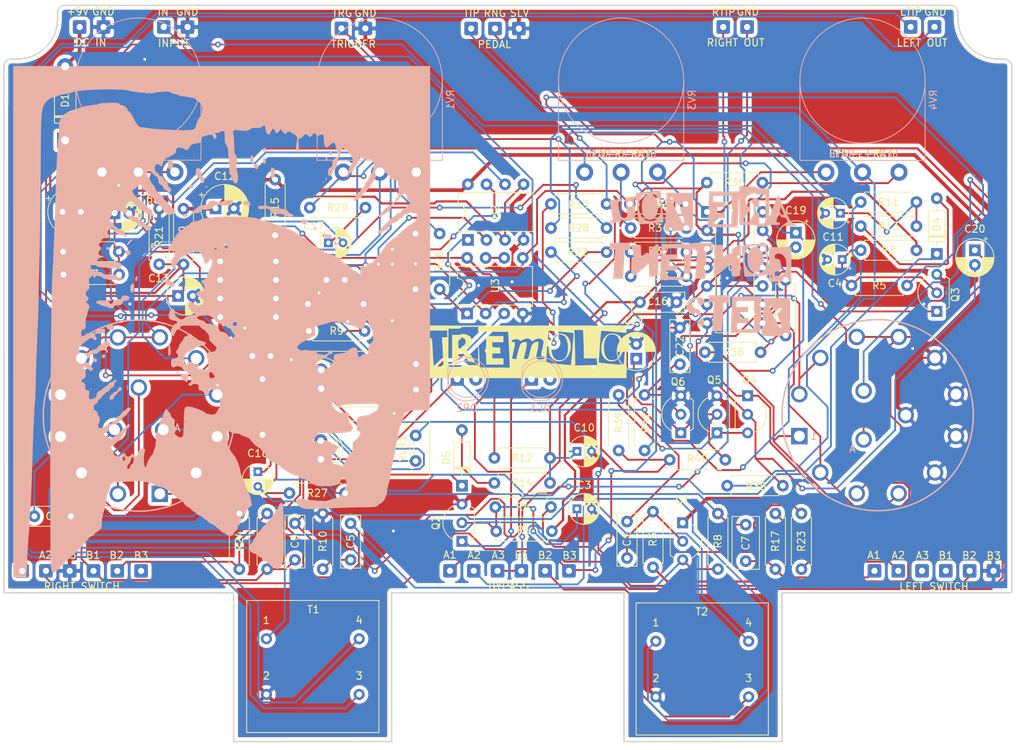
<source format=kicad_pcb>
(kicad_pcb (version 20171130) (host pcbnew 5.1.6)
  (title_block (title Tremolo) (date 2020-09-21) (rev V2.0) (company Content))
  (layers (0 F.Cu signal) (31 B.Cu signal) (34 B.Paste user) (35 F.Paste user) (36 B.SilkS user) (37 F.SilkS user) (38 B.Mask user) (39 F.Mask user) (44 Edge.Cuts user))
  (net 0 "")
  (net 1 "Net-(C1-Pad1)")
  (net 2 "Net-(C1-Pad2)")
  (net 3 VD)
  (net 4 GND)
  (net 5 "Net-(C3-Pad1)")
  (net 6 "Net-(C4-Pad1)")
  (net 7 "Net-(C5-Pad1)")
  (net 8 "Net-(C5-Pad2)")
  (net 9 "Net-(C6-Pad1)")
  (net 10 "Net-(C7-Pad1)")
  (net 11 "Net-(C7-Pad2)")
  (net 12 /MODEC)
  (net 13 /MODE11)
  (net 14 "Net-(C10-Pad1)")
  (net 15 /MODEB)
  (net 16 +9VA)
  (net 17 VAA)
  (net 18 "Net-(C14-Pad2)")
  (net 19 "Net-(C14-Pad1)")
  (net 20 "Net-(C15-Pad1)")
  (net 21 "Net-(C15-Pad2)")
  (net 22 "Net-(C17-Pad2)")
  (net 23 "Net-(C17-Pad1)")
  (net 24 "Net-(C18-Pad1)")
  (net 25 "Net-(C18-Pad2)")
  (net 26 "Net-(C19-Pad2)")
  (net 27 /Shape1)
  (net 28 /Shape9)
  (net 29 "Net-(C20-Pad2)")
  (net 30 "Net-(C21-Pad1)")
  (net 31 "Net-(C22-Pad1)")
  (net 32 +9V)
  (net 33 "Net-(D4-Pad1)")
  (net 34 "Net-(D4-Pad2)")
  (net 35 "Net-(D5-Pad2)")
  (net 36 "Net-(D5-Pad1)")
  (net 37 "Net-(DL3-Pad1)")
  (net 38 "Net-(DL3-Pad2)")
  (net 39 "Net-(DR2-Pad2)")
  (net 40 "Net-(DR2-Pad1)")
  (net 41 /Shape12)
  (net 42 "Net-(J7-Pad1)")
  (net 43 "Net-(J8-Pad1)")
  (net 44 "Net-(J9-Pad1)")
  (net 45 "Net-(J10-Pad1)")
  (net 46 "Net-(J11-Pad1)")
  (net 47 "Net-(J12-Pad1)")
  (net 48 "Net-(J14-Pad1)")
  (net 49 "Net-(J15-Pad1)")
  (net 50 "Net-(J16-Pad1)")
  (net 51 "Net-(J17-Pad1)")
  (net 52 "Net-(J22-Pad1)")
  (net 53 "Net-(J23-Pad1)")
  (net 54 "Net-(J24-Pad1)")
  (net 55 "Net-(J25-Pad1)")
  (net 56 "Net-(J27-Pad1)")
  (net 57 "Net-(J30-Pad1)")
  (net 58 "Net-(Q4-Pad3)")
  (net 59 "Net-(R16-Pad2)")
  (net 60 /MODE4)
  (net 61 "Net-(R22-Pad2)")
  (net 62 /MODE8)
  (net 63 /MODE5)
  (net 64 /ShapeA)
  (net 65 /Shape4)
  (net 66 "Net-(R31-Pad1)")
  (net 67 VDC)
  (net 68 "Net-(R32-Pad2)")
  (net 69 "Net-(R33-Pad1)")
  (net 70 "Net-(R34-Pad1)")
  (net 71 "Net-(R35-Pad2)")
  (net 72 "Net-(RV1-Pad2)")
  (net 73 "Net-(RV2-Pad2)")
  (net 74 /MODEA)
  (net 75 "Net-(U1-Pad6)")
  (net 76 "Net-(U3-Pad6)")
  (module MyLibrary:Content (layer B.Cu) (at 158.31058 74.07148 180)
    (fp_text reference G*** hide)
    (fp_text value LOGO hide)
  )
  (module MyLibrary:PunkImage (layer B.Cu) (at 92.83192 81.6102 180)
    (fp_text reference G*** hide)
    (fp_text value LOGO hide)
  )
  (module Tremolo:Tremolo (layer F.Cu) (at 134.54888 85.75802)
    (fp_text reference G*** hide)
    (fp_text value LOGO hide)
  )
  (module Capacitor_THT:C_Rect_L7.0mm_W2.5mm_P5.00mm (layer F.Cu) (at 148.336 114.046 90)
    (fp_text reference C1 (at 2.54 0 90) (layer F.SilkS))
    (fp_text value 100n)
    (pad 1 thru_hole circle (at 0 0 90) (size 1.6 1.6) (drill 0.8) (layers *.Cu *.Mask) (net 1 "Net-(C1-Pad1)"))
    (pad 2 thru_hole circle (at 5 0 90) (size 1.6 1.6) (drill 0.8) (layers *.Cu *.Mask) (net 2 "Net-(C1-Pad2)"))
  )
  (module Capacitor_THT:CP_Radial_D6.3mm_P2.50mm (layer F.Cu) (at 71.04888 66.60896)
    (fp_text reference C2 (at 1.25 -4.4) (layer F.SilkS))
    (fp_text value 220U)
    (pad 1 thru_hole rect (at 0 0) (size 1.6 1.6) (drill 0.8) (layers *.Cu *.Mask) (net 3 VD))
    (pad 2 thru_hole circle (at 2.5 0) (size 1.6 1.6) (drill 0.8) (layers *.Cu *.Mask) (net 4 GND))
  )
  (module Capacitor_THT:CP_Radial_D4.0mm_P2.00mm (layer F.Cu) (at 141.478 107.315)
    (fp_text reference C3 (at 1 -3.25) (layer F.SilkS))
    (fp_text value 4u7)
    (pad 2 thru_hole circle (at 2 0) (size 1.2 1.2) (drill 0.6) (layers *.Cu *.Mask) (net 4 GND))
    (pad 1 thru_hole rect (at 0 0) (size 1.2 1.2) (drill 0.6) (layers *.Cu *.Mask) (net 5 "Net-(C3-Pad1)"))
  )
  (module Capacitor_THT:CP_Radial_D4.0mm_P2.00mm (layer F.Cu) (at 177.8 73.152 180)
    (fp_text reference C4 (at 1 -3.25) (layer F.SilkS))
    (fp_text value 4u7)
    (pad 1 thru_hole rect (at 0 0 180) (size 1.2 1.2) (drill 0.6) (layers *.Cu *.Mask) (net 6 "Net-(C4-Pad1)"))
    (pad 2 thru_hole circle (at 2 0 180) (size 1.2 1.2) (drill 0.6) (layers *.Cu *.Mask) (net 4 GND))
  )
  (module Capacitor_THT:C_Rect_L7.0mm_W2.5mm_P5.00mm (layer F.Cu) (at 110.49 114.3 90)
    (fp_text reference C5 (at 2.5 0 90) (layer F.SilkS))
    (fp_text value 100n)
    (pad 1 thru_hole circle (at 0 0 90) (size 1.6 1.6) (drill 0.8) (layers *.Cu *.Mask) (net 7 "Net-(C5-Pad1)"))
    (pad 2 thru_hole circle (at 5 0 90) (size 1.6 1.6) (drill 0.8) (layers *.Cu *.Mask) (net 8 "Net-(C5-Pad2)"))
  )
  (module Capacitor_THT:CP_Radial_D5.0mm_P2.00mm (layer F.Cu) (at 78.17866 66.81724)
    (fp_text reference C6 (at 4.28752 -1.94818) (layer F.SilkS))
    (fp_text value 10U)
    (pad 1 thru_hole rect (at 0 0) (size 1.6 1.6) (drill 0.8) (layers *.Cu *.Mask) (net 9 "Net-(C6-Pad1)"))
    (pad 2 thru_hole circle (at 2 0) (size 1.6 1.6) (drill 0.8) (layers *.Cu *.Mask) (net 4 GND))
  )
  (module Capacitor_THT:C_Rect_L7.0mm_W3.5mm_P5.00mm (layer F.Cu) (at 164.592 114.474 90)
    (fp_text reference C7 (at 2.46 0 90) (layer F.SilkS))
    (fp_text value 470n)
    (pad 1 thru_hole circle (at 0 0 90) (size 1.6 1.6) (drill 0.8) (layers *.Cu *.Mask) (net 10 "Net-(C7-Pad1)"))
    (pad 2 thru_hole circle (at 5 0 90) (size 1.6 1.6) (drill 0.8) (layers *.Cu *.Mask) (net 11 "Net-(C7-Pad2)"))
  )
  (module Capacitor_THT:C_Rect_L7.0mm_W2.5mm_P5.00mm (layer F.Cu) (at 67.183 108.331)
    (fp_text reference C8 (at 2.5 0) (layer F.SilkS))
    (fp_text value 22n)
    (pad 2 thru_hole circle (at 5 0) (size 1.6 1.6) (drill 0.8) (layers *.Cu *.Mask) (net 11 "Net-(C7-Pad2)"))
    (pad 1 thru_hole circle (at 0 0) (size 1.6 1.6) (drill 0.8) (layers *.Cu *.Mask) (net 12 /MODEC))
  )
  (module Capacitor_THT:C_Rect_L7.0mm_W2.5mm_P5.00mm (layer F.Cu) (at 102.87 114.3 90)
    (fp_text reference C9 (at 2.54 0 90) (layer F.SilkS))
    (fp_text value 33n)
    (pad 2 thru_hole circle (at 5 0 90) (size 1.6 1.6) (drill 0.8) (layers *.Cu *.Mask) (net 7 "Net-(C5-Pad1)"))
    (pad 1 thru_hole circle (at 0 0 90) (size 1.6 1.6) (drill 0.8) (layers *.Cu *.Mask) (net 13 /MODE11))
  )
  (module Capacitor_THT:CP_Radial_D4.0mm_P2.00mm (layer F.Cu) (at 141.478 99.441)
    (fp_text reference C10 (at 1 -3.25) (layer F.SilkS))
    (fp_text value 4u7)
    (pad 1 thru_hole rect (at 0 0) (size 1.2 1.2) (drill 0.6) (layers *.Cu *.Mask) (net 14 "Net-(C10-Pad1)"))
    (pad 2 thru_hole circle (at 2 0) (size 1.2 1.2) (drill 0.6) (layers *.Cu *.Mask) (net 4 GND))
  )
  (module Capacitor_THT:CP_Radial_D4.0mm_P2.00mm (layer F.Cu) (at 177.546 66.802 180)
    (fp_text reference C11 (at 1 -3.25) (layer F.SilkS))
    (fp_text value 4u7)
    (pad 2 thru_hole circle (at 2 0 180) (size 1.2 1.2) (drill 0.6) (layers *.Cu *.Mask) (net 4 GND))
    (pad 1 thru_hole rect (at 0 0 180) (size 1.2 1.2) (drill 0.6) (layers *.Cu *.Mask) (net 15 /MODEB))
  )
  (module Capacitor_THT:CP_Radial_D6.3mm_P2.50mm (layer F.Cu) (at 92.00896 66.13652)
    (fp_text reference C12 (at 1.25 -4.4) (layer F.SilkS))
    (fp_text value 200u)
    (pad 2 thru_hole circle (at 2.5 0) (size 1.6 1.6) (drill 0.8) (layers *.Cu *.Mask) (net 4 GND))
    (pad 1 thru_hole rect (at 0 0) (size 1.6 1.6) (drill 0.8) (layers *.Cu *.Mask) (net 16 +9VA))
  )
  (module Capacitor_THT:CP_Radial_D5.0mm_P2.00mm (layer F.Cu) (at 86.87562 78.14564)
    (fp_text reference C13 (at -2.64922 -2.42316) (layer F.SilkS))
    (fp_text value 10u)
    (pad 2 thru_hole circle (at 2 0) (size 1.6 1.6) (drill 0.8) (layers *.Cu *.Mask) (net 4 GND))
    (pad 1 thru_hole rect (at 0 0) (size 1.6 1.6) (drill 0.8) (layers *.Cu *.Mask) (net 17 VAA))
  )
  (module Capacitor_THT:C_Disc_D3.0mm_W2.0mm_P2.50mm (layer F.Cu) (at 107.188 75.946)
    (fp_text reference C14 (at 1.25 -2.032) (layer F.SilkS))
    (fp_text value 47p)
    (pad 2 thru_hole circle (at 2.5 0) (size 1.6 1.6) (drill 0.8) (layers *.Cu *.Mask) (net 18 "Net-(C14-Pad2)"))
    (pad 1 thru_hole circle (at 0 0) (size 1.6 1.6) (drill 0.8) (layers *.Cu *.Mask) (net 19 "Net-(C14-Pad1)"))
  )
  (module Capacitor_THT:C_Disc_D3.0mm_W2.0mm_P2.50mm (layer F.Cu) (at 97.028 86.36)
    (fp_text reference C15 (at 1.25 -2.25) (layer F.SilkS))
    (fp_text value 47p)
    (pad 1 thru_hole circle (at 0 0) (size 1.6 1.6) (drill 0.8) (layers *.Cu *.Mask) (net 20 "Net-(C15-Pad1)"))
    (pad 2 thru_hole circle (at 2.5 0) (size 1.6 1.6) (drill 0.8) (layers *.Cu *.Mask) (net 21 "Net-(C15-Pad2)"))
  )
  (module Capacitor_THT:C_Rect_L7.0mm_W2.5mm_P5.00mm (layer F.Cu) (at 150.114 78.994)
    (fp_text reference C16 (at 2.413 -0.127) (layer F.SilkS))
    (fp_text value 100n)
    (pad 1 thru_hole circle (at 0 0) (size 1.6 1.6) (drill 0.8) (layers *.Cu *.Mask) (net 3 VD))
    (pad 2 thru_hole circle (at 5 0) (size 1.6 1.6) (drill 0.8) (layers *.Cu *.Mask) (net 4 GND))
  )
  (module Capacitor_THT:CP_Radial_D4.0mm_P2.00mm (layer F.Cu) (at 107.442 70.866)
    (fp_text reference C17 (at -2.032 -2.286) (layer F.SilkS))
    (fp_text value 4u7)
    (pad 2 thru_hole circle (at 2 0) (size 1.2 1.2) (drill 0.6) (layers *.Cu *.Mask) (net 22 "Net-(C17-Pad2)"))
    (pad 1 thru_hole rect (at 0 0) (size 1.2 1.2) (drill 0.6) (layers *.Cu *.Mask) (net 23 "Net-(C17-Pad1)"))
  )
  (module Capacitor_THT:CP_Radial_D4.0mm_P2.00mm (layer F.Cu) (at 97.79 102.235 270)
    (fp_text reference C18 (at -2.54 0 180) (layer F.SilkS))
    (fp_text value 4u7)
    (pad 1 thru_hole rect (at 0 0 270) (size 1.2 1.2) (drill 0.6) (layers *.Cu *.Mask) (net 24 "Net-(C18-Pad1)"))
    (pad 2 thru_hole circle (at 2 0 270) (size 1.2 1.2) (drill 0.6) (layers *.Cu *.Mask) (net 25 "Net-(C18-Pad2)"))
  )
  (module Capacitor_THT:CP_Radial_D5.0mm_P2.00mm (layer F.Cu) (at 171.45 69.469 270)
    (fp_text reference C19 (at -3.048 0 180) (layer F.SilkS))
    (fp_text value 2u2)
    (pad 2 thru_hole circle (at 2 0 270) (size 1.6 1.6) (drill 0.8) (layers *.Cu *.Mask) (net 26 "Net-(C19-Pad2)"))
    (pad 1 thru_hole rect (at 0 0 270) (size 1.6 1.6) (drill 0.8) (layers *.Cu *.Mask) (net 27 /Shape1))
  )
  (module Capacitor_THT:CP_Radial_D5.0mm_P2.00mm (layer F.Cu) (at 195.961 71.882 270)
    (fp_text reference C20 (at -2.921 0 180) (layer F.SilkS))
    (fp_text value 10u)
    (pad 1 thru_hole rect (at 0 0 270) (size 1.6 1.6) (drill 0.8) (layers *.Cu *.Mask) (net 28 /Shape9))
    (pad 2 thru_hole circle (at 2 0 270) (size 1.6 1.6) (drill 0.8) (layers *.Cu *.Mask) (net 29 "Net-(C20-Pad2)"))
  )
  (module Capacitor_THT:CP_Radial_D5.0mm_P2.00mm (layer F.Cu) (at 149.606 86.741 90)
    (fp_text reference C21 (at 5.207 -0.254 180) (layer F.SilkS))
    (fp_text value 1u)
    (pad 1 thru_hole rect (at 0 0 90) (size 1.6 1.6) (drill 0.8) (layers *.Cu *.Mask) (net 30 "Net-(C21-Pad1)"))
    (pad 2 thru_hole circle (at 2 0 90) (size 1.6 1.6) (drill 0.8) (layers *.Cu *.Mask) (net 4 GND))
  )
  (module Capacitor_THT:C_Rect_L7.0mm_W2.5mm_P5.00mm (layer F.Cu) (at 155.575 87.503 90)
    (fp_text reference C22 (at 2.5 0 90) (layer F.SilkS))
    (fp_text value 2n)
    (pad 2 thru_hole circle (at 5 0 90) (size 1.6 1.6) (drill 0.8) (layers *.Cu *.Mask) (net 4 GND))
    (pad 1 thru_hole circle (at 0 0 90) (size 1.6 1.6) (drill 0.8) (layers *.Cu *.Mask) (net 31 "Net-(C22-Pad1)"))
  )
  (module Diode_THT:D_DO-41_SOD81_P10.16mm_Horizontal (layer F.Cu) (at 71.40702 56.82996 90)
    (fp_text reference D1 (at 5.47116 -0.00254 90) (layer F.SilkS))
    (fp_text value 1N4001)
    (pad 1 thru_hole rect (at 0 0 90) (size 2.2 2.2) (drill 1.1) (layers *.Cu *.Mask) (net 3 VD))
    (pad 2 thru_hole oval (at 10.16 0 90) (size 2.2 2.2) (drill 1.1) (layers *.Cu *.Mask) (net 32 +9V))
  )
  (module Diode_THT:D_DO-35_SOD27_P7.62mm_Horizontal (layer F.Cu) (at 190.754 72.39 90)
    (fp_text reference D4 (at 4.064 0 90) (layer F.SilkS))
    (fp_text value 1N4148)
    (pad 1 thru_hole rect (at 0 0 90) (size 1.6 1.6) (drill 0.8) (layers *.Cu *.Mask) (net 33 "Net-(D4-Pad1)"))
    (pad 2 thru_hole oval (at 7.62 0 90) (size 1.6 1.6) (drill 0.8) (layers *.Cu *.Mask) (net 34 "Net-(D4-Pad2)"))
  )
  (module Diode_THT:D_DO-35_SOD27_P7.62mm_Horizontal (layer F.Cu) (at 125.73 104.14 90)
    (fp_text reference D5 (at 3.81 -2.12 90) (layer F.SilkS))
    (fp_text value 1N4148)
    (pad 2 thru_hole oval (at 7.62 0 90) (size 1.6 1.6) (drill 0.8) (layers *.Cu *.Mask) (net 35 "Net-(D5-Pad2)"))
    (pad 1 thru_hole rect (at 0 0 90) (size 1.6 1.6) (drill 0.8) (layers *.Cu *.Mask) (net 36 "Net-(D5-Pad1)"))
  )
  (module LED_THT:LED_D5.0mm (layer B.Cu) (at 135.255 89.535)
    (fp_text reference DL3 (at 1.27 3.96) (layer B.SilkS) (effects (justify mirror)))
    (fp_text value LED)
    (pad 1 thru_hole rect (at 0 0) (size 1.8 1.8) (drill 0.9) (layers *.Cu *.Mask) (net 37 "Net-(DL3-Pad1)"))
    (pad 2 thru_hole circle (at 2.54 0) (size 1.8 1.8) (drill 0.9) (layers *.Cu *.Mask) (net 38 "Net-(DL3-Pad2)"))
  )
  (module LED_THT:LED_D5.0mm (layer B.Cu) (at 125.095 89.535)
    (fp_text reference DR2 (at 1.27 3.96) (layer B.SilkS) (effects (justify mirror)))
    (fp_text value LED)
    (pad 2 thru_hole circle (at 2.54 0) (size 1.8 1.8) (drill 0.9) (layers *.Cu *.Mask) (net 39 "Net-(DR2-Pad2)"))
    (pad 1 thru_hole rect (at 0 0) (size 1.8 1.8) (drill 0.9) (layers *.Cu *.Mask) (net 40 "Net-(DR2-Pad1)"))
  )
  (module Connector_Wire:SolderWire-0.25sqmm_1x01_D0.65mm_OD1.7mm (layer F.Cu) (at 84.90712 41.2877)
    (fp_text reference J1 hide)
    (fp_text value Input)
    (pad 1 thru_hole roundrect (at 0 0) (size 1.85 1.85) (drill 0.85) (layers *.Cu *.Mask) (roundrect_rratio 0.135135) (net 2 "Net-(C1-Pad2)"))
  )
  (module Connector_Wire:SolderWire-0.25sqmm_1x01_D0.65mm_OD1.7mm (layer F.Cu) (at 88.17102 41.29532)
    (fp_text reference J2 hide)
    (fp_text value GND)
    (pad 1 thru_hole roundrect (at 0 0) (size 1.85 1.85) (drill 0.85) (layers *.Cu *.Mask) (roundrect_rratio 0.135135) (net 4 GND))
  )
  (module Connector_Wire:SolderWire-0.25sqmm_1x01_D0.65mm_OD1.7mm (layer F.Cu) (at 73.38822 41.29278)
    (fp_text reference J3 hide)
    (fp_text value +9v)
    (pad 1 thru_hole roundrect (at 0 0) (size 1.85 1.85) (drill 0.85) (layers *.Cu *.Mask) (roundrect_rratio 0.135135) (net 32 +9V))
  )
  (module Connector_Wire:SolderWire-0.25sqmm_1x01_D0.65mm_OD1.7mm (layer F.Cu) (at 76.65466 41.29532)
    (fp_text reference J4 hide)
    (fp_text value GND)
    (pad 1 thru_hole roundrect (at 0 0) (size 1.85 1.85) (drill 0.85) (layers *.Cu *.Mask) (roundrect_rratio 0.135135) (net 4 GND))
  )
  (module Connector_Wire:SolderWire-0.25sqmm_1x01_D0.65mm_OD1.7mm (layer F.Cu) (at 130.25882 41.50868)
    (fp_text reference J5 hide)
    (fp_text value RateSlv)
    (pad 1 thru_hole roundrect (at 0 0) (size 1.85 1.85) (drill 0.85) (layers *.Cu *.Mask) (roundrect_rratio 0.135135) (net 41 /Shape12))
  )
  (module Connector_Wire:SolderWire-0.25sqmm_1x01_D0.65mm_OD1.7mm (layer F.Cu) (at 133.52272 41.51122)
    (fp_text reference J6 hide)
    (fp_text value Gnd)
    (pad 1 thru_hole roundrect (at 0 0) (size 1.85 1.85) (drill 0.85) (layers *.Cu *.Mask) (roundrect_rratio 0.135135) (net 4 GND))
  )
  (module Connector_Wire:SolderWire-0.25sqmm_1x01_D0.65mm_OD1.7mm (layer F.Cu) (at 190.4365 41.28262)
    (fp_text reference J7 hide)
    (fp_text value L2)
    (pad 1 thru_hole roundrect (at 0 0) (size 1.85 1.85) (drill 0.85) (layers *.Cu *.Mask) (roundrect_rratio 0.135135) (net 42 "Net-(J7-Pad1)"))
  )
  (module Connector_Wire:SolderWire-0.25sqmm_1x01_D0.65mm_OD1.7mm (layer F.Cu) (at 187.17768 41.28516)
    (fp_text reference J8 hide)
    (fp_text value L1)
    (pad 1 thru_hole roundrect (at 0 0) (size 1.85 1.85) (drill 0.85) (layers *.Cu *.Mask) (roundrect_rratio 0.135135) (net 43 "Net-(J8-Pad1)"))
  )
  (module Connector_Wire:SolderWire-0.25sqmm_1x01_D0.65mm_OD1.7mm (layer F.Cu) (at 126.98984 41.50614)
    (fp_text reference J9 hide)
    (fp_text value RateTip)
    (pad 1 thru_hole roundrect (at 0 0) (size 1.85 1.85) (drill 0.85) (layers *.Cu *.Mask) (roundrect_rratio 0.135135) (net 44 "Net-(J9-Pad1)"))
  )
  (module Connector_Wire:SolderWire-0.25sqmm_1x01_D0.65mm_OD1.7mm (layer F.Cu) (at 161.50844 41.29278)
    (fp_text reference J10 hide)
    (fp_text value R1)
    (pad 1 thru_hole roundrect (at 0 0) (size 1.85 1.85) (drill 0.85) (layers *.Cu *.Mask) (roundrect_rratio 0.135135) (net 45 "Net-(J10-Pad1)"))
  )
  (module Connector_Wire:SolderWire-0.25sqmm_1x01_D0.65mm_OD1.7mm (layer F.Cu) (at 164.77488 41.29278)
    (fp_text reference J11 hide)
    (fp_text value R2)
    (pad 1 thru_hole roundrect (at 0 0) (size 1.85 1.85) (drill 0.85) (layers *.Cu *.Mask) (roundrect_rratio 0.135135) (net 46 "Net-(J11-Pad1)"))
  )
  (module Connector_Wire:SolderWire-0.25sqmm_1x01_D0.65mm_OD1.7mm (layer F.Cu) (at 109.23524 41.48582)
    (fp_text reference J12 hide)
    (fp_text value TRG)
    (pad 1 thru_hole roundrect (at 0 0) (size 1.85 1.85) (drill 0.85) (layers *.Cu *.Mask) (roundrect_rratio 0.135135) (net 47 "Net-(J12-Pad1)"))
  )
  (module Connector_Wire:SolderWire-0.25sqmm_1x01_D0.65mm_OD1.7mm (layer F.Cu) (at 112.50676 41.48582)
    (fp_text reference J13 hide)
    (fp_text value GND)
    (pad 1 thru_hole roundrect (at 0 0) (size 1.85 1.85) (drill 0.85) (layers *.Cu *.Mask) (roundrect_rratio 0.135135) (net 4 GND))
  )
  (module Connector_Wire:SolderWire-0.25sqmm_1x01_D0.65mm_OD1.7mm (layer F.Cu) (at 191.98844 115.80114)
    (fp_text reference J14 hide)
    (fp_text value LSB1)
    (pad 1 thru_hole roundrect (at 0 0) (size 1.85 1.85) (drill 0.85) (layers *.Cu *.Mask) (roundrect_rratio 0.135135) (net 48 "Net-(J14-Pad1)"))
  )
  (module Connector_Wire:SolderWire-0.25sqmm_1x01_D0.65mm_OD1.7mm (layer F.Cu) (at 65.5119 115.80368)
    (fp_text reference J15 hide)
    (fp_text value RSA1)
    (pad 1 thru_hole roundrect (at 0 0) (size 1.85 1.85) (drill 0.85) (layers *.Cu *.Mask) (roundrect_rratio 0.135135) (net 49 "Net-(J15-Pad1)"))
  )
  (module Connector_Wire:SolderWire-0.25sqmm_1x01_D0.65mm_OD1.7mm (layer F.Cu) (at 195.2498 115.80368)
    (fp_text reference J16 hide)
    (fp_text value LSB2)
    (pad 1 thru_hole roundrect (at 0 0) (size 1.85 1.85) (drill 0.85) (layers *.Cu *.Mask) (roundrect_rratio 0.135135) (net 50 "Net-(J16-Pad1)"))
  )
  (module Connector_Wire:SolderWire-0.25sqmm_1x01_D0.65mm_OD1.7mm (layer F.Cu) (at 68.77304 115.80622)
    (fp_text reference J17 hide)
    (fp_text value RSA2)
    (pad 1 thru_hole roundrect (at 0 0) (size 1.85 1.85) (drill 0.85) (layers *.Cu *.Mask) (roundrect_rratio 0.135135) (net 51 "Net-(J17-Pad1)"))
  )
  (module Connector_Wire:SolderWire-0.25sqmm_1x01_D0.65mm_OD1.7mm (layer F.Cu) (at 72.02932 115.8113)
    (fp_text reference J18 hide)
    (fp_text value RSA3)
    (pad 1 thru_hole roundrect (at 0 0) (size 1.85 1.85) (drill 0.85) (layers *.Cu *.Mask) (roundrect_rratio 0.135135) (net 4 GND))
  )
  (module Connector_Wire:SolderWire-0.25sqmm_1x01_D0.65mm_OD1.7mm (layer F.Cu) (at 198.51116 115.80876)
    (fp_text reference J19 hide)
    (fp_text value LSB3)
    (pad 1 thru_hole roundrect (at 0 0) (size 1.85 1.85) (drill 0.85) (layers *.Cu *.Mask) (roundrect_rratio 0.135135) (net 4 GND))
  )
  (module Connector_Wire:SolderWire-0.25sqmm_1x01_D0.65mm_OD1.7mm (layer F.Cu) (at 182.21706 115.80368)
    (fp_text reference J20 hide)
    (fp_text value LSA1)
    (pad 1 thru_hole roundrect (at 0 0) (size 1.85 1.85) (drill 0.85) (layers *.Cu *.Mask) (roundrect_rratio 0.135135) (net 10 "Net-(C7-Pad1)"))
  )
  (module Connector_Wire:SolderWire-0.25sqmm_1x01_D0.65mm_OD1.7mm (layer F.Cu) (at 75.2856 115.8113)
    (fp_text reference J21 hide)
    (fp_text value RSB1)
    (pad 1 thru_hole roundrect (at 0 0) (size 1.85 1.85) (drill 0.85) (layers *.Cu *.Mask) (roundrect_rratio 0.135135) (net 13 /MODE11))
  )
  (module Connector_Wire:SolderWire-0.25sqmm_1x01_D0.65mm_OD1.7mm (layer F.Cu) (at 188.73216 115.7986)
    (fp_text reference J22 hide)
    (fp_text value LSA3)
    (pad 1 thru_hole roundrect (at 0 0) (size 1.85 1.85) (drill 0.85) (layers *.Cu *.Mask) (roundrect_rratio 0.135135) (net 52 "Net-(J22-Pad1)"))
  )
  (module Connector_Wire:SolderWire-0.25sqmm_1x01_D0.65mm_OD1.7mm (layer F.Cu) (at 81.80324 115.8113)
    (fp_text reference J23 hide)
    (fp_text value RSB3)
    (pad 1 thru_hole roundrect (at 0 0) (size 1.85 1.85) (drill 0.85) (layers *.Cu *.Mask) (roundrect_rratio 0.135135) (net 53 "Net-(J23-Pad1)"))
  )
  (module Connector_Wire:SolderWire-0.25sqmm_1x01_D0.65mm_OD1.7mm (layer F.Cu) (at 185.47842 115.80368)
    (fp_text reference J24 hide)
    (fp_text value LSA2)
    (pad 1 thru_hole roundrect (at 0 0) (size 1.85 1.85) (drill 0.85) (layers *.Cu *.Mask) (roundrect_rratio 0.135135) (net 54 "Net-(J24-Pad1)"))
  )
  (module Connector_Wire:SolderWire-0.25sqmm_1x01_D0.65mm_OD1.7mm (layer F.Cu) (at 78.54188 115.8113)
    (fp_text reference J25 hide)
    (fp_text value RSB2)
    (pad 1 thru_hole roundrect (at 0 0) (size 1.85 1.85) (drill 0.85) (layers *.Cu *.Mask) (roundrect_rratio 0.135135) (net 55 "Net-(J25-Pad1)"))
  )
  (module Connector_Wire:SolderWire-0.25sqmm_1x01_D0.65mm_OD1.7mm (layer F.Cu) (at 124.09678 115.80114)
    (fp_text reference J26 hide)
    (fp_text value SWA1)
    (pad 1 thru_hole roundrect (at 0 0) (size 1.85 1.85) (drill 0.85) (layers *.Cu *.Mask) (roundrect_rratio 0.135135) (net 45 "Net-(J10-Pad1)"))
  )
  (module Connector_Wire:SolderWire-0.25sqmm_1x01_D0.65mm_OD1.7mm (layer F.Cu) (at 127.35306 115.80114)
    (fp_text reference J27 hide)
    (fp_text value SWA2)
    (pad 1 thru_hole roundrect (at 0 0) (size 1.85 1.85) (drill 0.85) (layers *.Cu *.Mask) (roundrect_rratio 0.135135) (net 56 "Net-(J27-Pad1)"))
  )
  (module Connector_Wire:SolderWire-0.25sqmm_1x01_D0.65mm_OD1.7mm (layer F.Cu) (at 130.60952 115.80368)
    (fp_text reference J28 hide)
    (fp_text value SWA3)
    (pad 1 thru_hole roundrect (at 0 0) (size 1.85 1.85) (drill 0.85) (layers *.Cu *.Mask) (roundrect_rratio 0.135135) (net 46 "Net-(J11-Pad1)"))
  )
  (module Connector_Wire:SolderWire-0.25sqmm_1x01_D0.65mm_OD1.7mm (layer F.Cu) (at 133.86562 115.80368)
    (fp_text reference J29 hide)
    (fp_text value SWB1)
    (pad 1 thru_hole roundrect (at 0 0) (size 1.85 1.85) (drill 0.85) (layers *.Cu *.Mask) (roundrect_rratio 0.135135) (net 46 "Net-(J11-Pad1)"))
  )
  (module Connector_Wire:SolderWire-0.25sqmm_1x01_D0.65mm_OD1.7mm (layer F.Cu) (at 137.11936 115.80876)
    (fp_text reference J30 hide)
    (fp_text value SWB2)
    (pad 1 thru_hole roundrect (at 0 0) (size 1.85 1.85) (drill 0.85) (layers *.Cu *.Mask) (roundrect_rratio 0.135135) (net 57 "Net-(J30-Pad1)"))
  )
  (module Connector_Wire:SolderWire-0.25sqmm_1x01_D0.65mm_OD1.7mm (layer F.Cu) (at 140.3858 115.80876)
    (fp_text reference J31 hide)
    (fp_text value SWB3)
    (pad 1 thru_hole roundrect (at 0 0) (size 1.85 1.85) (drill 0.85) (layers *.Cu *.Mask) (roundrect_rratio 0.135135) (net 45 "Net-(J10-Pad1)"))
  )
  (module MyLibrary:TO-92L_Inline_Wide (layer F.Cu) (at 155.956 109.22 270)
    (fp_text reference Q1 (at -3.048 0 180) (layer F.SilkS))
    (fp_text value BC549C)
    (pad 1 thru_hole rect (at 0 0) (size 1.5 1.5) (drill 0.8) (layers *.Cu *.Mask) (net 16 +9VA))
    (pad 3 thru_hole circle (at 5.08 0) (size 1.5 1.5) (drill 0.8) (layers *.Cu *.Mask) (net 8 "Net-(C5-Pad2)"))
    (pad 2 thru_hole circle (at 2.54 0) (size 1.5 1.5) (drill 0.8) (layers *.Cu *.Mask) (net 1 "Net-(C1-Pad1)"))
  )
  (module MyLibrary:TO-92L_Inline_Wide (layer F.Cu) (at 125.73 111.76 90)
    (fp_text reference Q2 (at 2.54 -3.56 90) (layer F.SilkS))
    (fp_text value BC549C)
    (pad 2 thru_hole circle (at 2.54 0 180) (size 1.5 1.5) (drill 0.8) (layers *.Cu *.Mask) (net 5 "Net-(C3-Pad1)"))
    (pad 3 thru_hole circle (at 5.08 0 180) (size 1.5 1.5) (drill 0.8) (layers *.Cu *.Mask) (net 4 GND))
    (pad 1 thru_hole rect (at 0 0 180) (size 1.5 1.5) (drill 0.8) (layers *.Cu *.Mask) (net 37 "Net-(DL3-Pad1)"))
  )
  (module MyLibrary:TO-92L_Inline_Wide (layer F.Cu) (at 190.754 80.264 90)
    (fp_text reference Q3 (at 2.286 2.54 90) (layer F.SilkS))
    (fp_text value BC549C)
    (pad 2 thru_hole circle (at 2.54 0 180) (size 1.5 1.5) (drill 0.8) (layers *.Cu *.Mask) (net 6 "Net-(C4-Pad1)"))
    (pad 3 thru_hole circle (at 5.08 0 180) (size 1.5 1.5) (drill 0.8) (layers *.Cu *.Mask) (net 4 GND))
    (pad 1 thru_hole rect (at 0 0 180) (size 1.5 1.5) (drill 0.8) (layers *.Cu *.Mask) (net 40 "Net-(DR2-Pad1)"))
  )
  (module MyLibrary:TO-92L_Inline_Wide (layer F.Cu) (at 164.846 91.821 270)
    (fp_text reference Q4 (at -2.159 -0.254 180) (layer F.SilkS))
    (fp_text value J113)
    (pad 2 thru_hole circle (at 2.54 0) (size 1.5 1.5) (drill 0.8) (layers *.Cu *.Mask) (net 29 "Net-(C20-Pad2)"))
    (pad 3 thru_hole circle (at 5.08 0) (size 1.5 1.5) (drill 0.8) (layers *.Cu *.Mask) (net 58 "Net-(Q4-Pad3)"))
    (pad 1 thru_hole rect (at 0 0) (size 1.5 1.5) (drill 0.8) (layers *.Cu *.Mask) (net 28 /Shape9))
  )
  (module MyLibrary:TO-92L_Inline_Wide (layer F.Cu) (at 160.655 96.901 90)
    (fp_text reference Q5 (at 7.239 -0.381 180) (layer F.SilkS))
    (fp_text value BC549C)
    (pad 1 thru_hole rect (at 0 0 180) (size 1.5 1.5) (drill 0.8) (layers *.Cu *.Mask) (net 58 "Net-(Q4-Pad3)"))
    (pad 3 thru_hole circle (at 5.08 0 180) (size 1.5 1.5) (drill 0.8) (layers *.Cu *.Mask) (net 4 GND))
    (pad 2 thru_hole circle (at 2.54 0 180) (size 1.5 1.5) (drill 0.8) (layers *.Cu *.Mask) (net 30 "Net-(C21-Pad1)"))
  )
  (module MyLibrary:TO-92L_Inline_Wide (layer F.Cu) (at 155.702 96.901 90)
    (fp_text reference Q6 (at 6.985 -0.381 180) (layer F.SilkS))
    (fp_text value BC549C)
    (pad 1 thru_hole rect (at 0 0 180) (size 1.5 1.5) (drill 0.8) (layers *.Cu *.Mask) (net 30 "Net-(C21-Pad1)"))
    (pad 3 thru_hole circle (at 5.08 0 180) (size 1.5 1.5) (drill 0.8) (layers *.Cu *.Mask) (net 4 GND))
    (pad 2 thru_hole circle (at 2.54 0 180) (size 1.5 1.5) (drill 0.8) (layers *.Cu *.Mask) (net 31 "Net-(C22-Pad1)"))
  )
  (module Resistor_THT:R_Axial_DIN0207_L6.3mm_D2.5mm_P7.62mm_Horizontal (layer F.Cu) (at 130.429 110.363)
    (fp_text reference R1 (at 3.81 -0.127) (layer F.SilkS))
    (fp_text value 270k)
    (pad 1 thru_hole circle (at 0 0) (size 1.6 1.6) (drill 0.8) (layers *.Cu *.Mask) (net 5 "Net-(C3-Pad1)"))
    (pad 2 thru_hole oval (at 7.62 0) (size 1.6 1.6) (drill 0.8) (layers *.Cu *.Mask) (net 3 VD))
  )
  (module Resistor_THT:R_Axial_DIN0207_L6.3mm_D2.5mm_P7.62mm_Horizontal (layer F.Cu) (at 180.34 71.882)
    (fp_text reference R2 (at 3.81 0) (layer F.SilkS))
    (fp_text value 270k)
    (pad 2 thru_hole oval (at 7.62 0) (size 1.6 1.6) (drill 0.8) (layers *.Cu *.Mask) (net 3 VD))
    (pad 1 thru_hole circle (at 0 0) (size 1.6 1.6) (drill 0.8) (layers *.Cu *.Mask) (net 6 "Net-(C4-Pad1)"))
  )
  (module Resistor_THT:R_Axial_DIN0207_L6.3mm_D2.5mm_P7.62mm_Horizontal (layer F.Cu) (at 151.892 115.316 90)
    (fp_text reference R3 (at 3.81 0 90) (layer F.SilkS))
    (fp_text value 1m2)
    (pad 1 thru_hole circle (at 0 0 90) (size 1.6 1.6) (drill 0.8) (layers *.Cu *.Mask) (net 17 VAA))
    (pad 2 thru_hole oval (at 7.62 0 90) (size 1.6 1.6) (drill 0.8) (layers *.Cu *.Mask) (net 1 "Net-(C1-Pad1)"))
  )
  (module Resistor_THT:R_Axial_DIN0207_L6.3mm_D2.5mm_P7.62mm_Horizontal (layer F.Cu) (at 130.302 107.061)
    (fp_text reference R4 (at 3.81 0) (layer F.SilkS))
    (fp_text value 4k7)
    (pad 1 thru_hole circle (at 0 0) (size 1.6 1.6) (drill 0.8) (layers *.Cu *.Mask) (net 5 "Net-(C3-Pad1)"))
    (pad 2 thru_hole oval (at 7.62 0) (size 1.6 1.6) (drill 0.8) (layers *.Cu *.Mask) (net 50 "Net-(J16-Pad1)"))
  )
  (module Resistor_THT:R_Axial_DIN0207_L6.3mm_D2.5mm_P7.62mm_Horizontal (layer F.Cu) (at 179.07 76.708)
    (fp_text reference R5 (at 3.81 0) (layer F.SilkS))
    (fp_text value 4k7)
    (pad 2 thru_hole oval (at 7.62 0) (size 1.6 1.6) (drill 0.8) (layers *.Cu *.Mask) (net 51 "Net-(J17-Pad1)"))
    (pad 1 thru_hole circle (at 0 0) (size 1.6 1.6) (drill 0.8) (layers *.Cu *.Mask) (net 6 "Net-(C4-Pad1)"))
  )
  (module Resistor_THT:R_Axial_DIN0207_L6.3mm_D2.5mm_P7.62mm_Horizontal (layer F.Cu) (at 71.1327 72.08012)
    (fp_text reference R6 (at 3.82016 -0.06096) (layer F.SilkS))
    (fp_text value 22K)
    (pad 2 thru_hole oval (at 7.62 0) (size 1.6 1.6) (drill 0.8) (layers *.Cu *.Mask) (net 9 "Net-(C6-Pad1)"))
    (pad 1 thru_hole circle (at 0 0) (size 1.6 1.6) (drill 0.8) (layers *.Cu *.Mask) (net 3 VD))
  )
  (module Resistor_THT:R_Axial_DIN0207_L6.3mm_D2.5mm_P7.62mm_Horizontal (layer F.Cu) (at 78.78572 75.20432 180)
    (fp_text reference R7 (at 3.79222 0.0762) (layer F.SilkS))
    (fp_text value 22K)
    (pad 1 thru_hole circle (at 0 0 180) (size 1.6 1.6) (drill 0.8) (layers *.Cu *.Mask) (net 9 "Net-(C6-Pad1)"))
    (pad 2 thru_hole oval (at 7.62 0 180) (size 1.6 1.6) (drill 0.8) (layers *.Cu *.Mask) (net 4 GND))
  )
  (module Resistor_THT:R_Axial_DIN0207_L6.3mm_D2.5mm_P7.62mm_Horizontal (layer F.Cu) (at 160.782 115.57 90)
    (fp_text reference R8 (at 3.81 0 90) (layer F.SilkS))
    (fp_text value 4K7)
    (pad 2 thru_hole oval (at 7.62 0 90) (size 1.6 1.6) (drill 0.8) (layers *.Cu *.Mask) (net 11 "Net-(C7-Pad2)"))
    (pad 1 thru_hole circle (at 0 0 90) (size 1.6 1.6) (drill 0.8) (layers *.Cu *.Mask) (net 8 "Net-(C5-Pad2)"))
  )
  (module Resistor_THT:R_Axial_DIN0207_L6.3mm_D2.5mm_P7.62mm_Horizontal (layer F.Cu) (at 104.775 82.931)
    (fp_text reference R9 (at 3.81 0) (layer F.SilkS))
    (fp_text value 1k5)
    (pad 1 thru_hole circle (at 0 0) (size 1.6 1.6) (drill 0.8) (layers *.Cu *.Mask) (net 8 "Net-(C5-Pad2)"))
    (pad 2 thru_hole oval (at 7.62 0) (size 1.6 1.6) (drill 0.8) (layers *.Cu *.Mask) (net 7 "Net-(C5-Pad1)"))
  )
  (module Resistor_THT:R_Axial_DIN0207_L6.3mm_D2.5mm_P7.62mm_Horizontal (layer F.Cu) (at 106.68 115.57 90)
    (fp_text reference R10 (at 3.81 0 90) (layer F.SilkS))
    (fp_text value 1k5)
    (pad 2 thru_hole oval (at 7.62 0 90) (size 1.6 1.6) (drill 0.8) (layers *.Cu *.Mask) (net 4 GND))
    (pad 1 thru_hole circle (at 0 0 90) (size 1.6 1.6) (drill 0.8) (layers *.Cu *.Mask) (net 7 "Net-(C5-Pad1)"))
  )
  (module Resistor_THT:R_Axial_DIN0207_L6.3mm_D2.5mm_P7.62mm_Horizontal (layer F.Cu) (at 180.34 65.278)
    (fp_text reference R11 (at 3.81 0) (layer F.SilkS))
    (fp_text value 4k7)
    (pad 1 thru_hole circle (at 0 0) (size 1.6 1.6) (drill 0.8) (layers *.Cu *.Mask) (net 39 "Net-(DR2-Pad2)"))
    (pad 2 thru_hole oval (at 7.62 0) (size 1.6 1.6) (drill 0.8) (layers *.Cu *.Mask) (net 15 /MODEB))
  )
  (module Resistor_THT:R_Axial_DIN0207_L6.3mm_D2.5mm_P7.62mm_Horizontal (layer F.Cu) (at 130.175 100.33)
    (fp_text reference R12 (at 3.81 0) (layer F.SilkS))
    (fp_text value 4k7)
    (pad 2 thru_hole oval (at 7.62 0) (size 1.6 1.6) (drill 0.8) (layers *.Cu *.Mask) (net 14 "Net-(C10-Pad1)"))
    (pad 1 thru_hole circle (at 0 0) (size 1.6 1.6) (drill 0.8) (layers *.Cu *.Mask) (net 38 "Net-(DL3-Pad2)"))
  )
  (module Resistor_THT:R_Axial_DIN0207_L6.3mm_D2.5mm_P7.62mm_Horizontal (layer F.Cu) (at 180.34 68.58)
    (fp_text reference R13 (at 3.81 0) (layer F.SilkS))
    (fp_text value 1k)
    (pad 2 thru_hole oval (at 7.62 0) (size 1.6 1.6) (drill 0.8) (layers *.Cu *.Mask) (net 15 /MODEB))
    (pad 1 thru_hole circle (at 0 0) (size 1.6 1.6) (drill 0.8) (layers *.Cu *.Mask) (net 34 "Net-(D4-Pad2)"))
  )
  (module Resistor_THT:R_Axial_DIN0207_L6.3mm_D2.5mm_P7.62mm_Horizontal (layer F.Cu) (at 130.175 103.759)
    (fp_text reference R14 (at 3.81 0) (layer F.SilkS))
    (fp_text value 1k)
    (pad 1 thru_hole circle (at 0 0) (size 1.6 1.6) (drill 0.8) (layers *.Cu *.Mask) (net 35 "Net-(D5-Pad2)"))
    (pad 2 thru_hole oval (at 7.62 0) (size 1.6 1.6) (drill 0.8) (layers *.Cu *.Mask) (net 14 "Net-(C10-Pad1)"))
  )
  (module Resistor_THT:R_Axial_DIN0207_L6.3mm_D2.5mm_P7.62mm_Horizontal (layer F.Cu) (at 100.15982 69.82714 90)
    (fp_text reference R15 (at 3.77444 -0.02032 90) (layer F.SilkS))
    (fp_text value 100r)
    (pad 1 thru_hole circle (at 0 0 90) (size 1.6 1.6) (drill 0.8) (layers *.Cu *.Mask) (net 3 VD))
    (pad 2 thru_hole oval (at 7.62 0 90) (size 1.6 1.6) (drill 0.8) (layers *.Cu *.Mask) (net 16 +9VA))
  )
  (module Resistor_THT:R_Axial_DIN0207_L6.3mm_D2.5mm_P7.62mm_Horizontal (layer F.Cu) (at 119.38 77.216 90)
    (fp_text reference R16 (at 3.81 0 90) (layer F.SilkS))
    (fp_text value 22k)
    (pad 2 thru_hole oval (at 7.62 0 90) (size 1.6 1.6) (drill 0.8) (layers *.Cu *.Mask) (net 59 "Net-(R16-Pad2)"))
    (pad 1 thru_hole circle (at 0 0 90) (size 1.6 1.6) (drill 0.8) (layers *.Cu *.Mask) (net 14 "Net-(C10-Pad1)"))
  )
  (module Resistor_THT:R_Axial_DIN0207_L6.3mm_D2.5mm_P7.62mm_Horizontal (layer F.Cu) (at 168.656 115.57 90)
    (fp_text reference R17 (at 3.81 0 90) (layer F.SilkS))
    (fp_text value 39k)
    (pad 1 thru_hole circle (at 0 0 90) (size 1.6 1.6) (drill 0.8) (layers *.Cu *.Mask) (net 10 "Net-(C7-Pad1)"))
    (pad 2 thru_hole oval (at 7.62 0 90) (size 1.6 1.6) (drill 0.8) (layers *.Cu *.Mask) (net 54 "Net-(J24-Pad1)"))
  )
  (module Resistor_THT:R_Axial_DIN0207_L6.3mm_D2.5mm_P7.62mm_Horizontal (layer F.Cu) (at 99.06 115.57 90)
    (fp_text reference R18 (at 3.81 0 90) (layer F.SilkS))
    (fp_text value 39k)
    (pad 1 thru_hole circle (at 0 0 90) (size 1.6 1.6) (drill 0.8) (layers *.Cu *.Mask) (net 13 /MODE11))
    (pad 2 thru_hole oval (at 7.62 0 90) (size 1.6 1.6) (drill 0.8) (layers *.Cu *.Mask) (net 55 "Net-(J25-Pad1)"))
  )
  (module Resistor_THT:R_Axial_DIN0207_L6.3mm_D2.5mm_P7.62mm_Horizontal (layer F.Cu) (at 137.922 65.532)
    (fp_text reference R19 (at 3.81 0.127) (layer F.SilkS))
    (fp_text value 100r)
    (pad 1 thru_hole circle (at 0 0) (size 1.6 1.6) (drill 0.8) (layers *.Cu *.Mask) (net 14 "Net-(C10-Pad1)"))
    (pad 2 thru_hole oval (at 7.62 0) (size 1.6 1.6) (drill 0.8) (layers *.Cu *.Mask) (net 60 /MODE4))
  )
  (module Resistor_THT:R_Axial_DIN0207_L6.3mm_D2.5mm_P7.62mm_Horizontal (layer F.Cu) (at 87.60714 66.20002 270)
    (fp_text reference R20 (at 3.7846 0.07112 90) (layer F.SilkS))
    (fp_text value 25k)
    (pad 2 thru_hole oval (at 7.62 0 270) (size 1.6 1.6) (drill 0.8) (layers *.Cu *.Mask) (net 17 VAA))
    (pad 1 thru_hole circle (at 0 0 270) (size 1.6 1.6) (drill 0.8) (layers *.Cu *.Mask) (net 16 +9VA))
  )
  (module Resistor_THT:R_Axial_DIN0207_L6.3mm_D2.5mm_P7.62mm_Horizontal (layer F.Cu) (at 84.2772 73.80224 90)
    (fp_text reference R21 (at 3.79222 -0.02286 90) (layer F.SilkS))
    (fp_text value 25k)
    (pad 1 thru_hole circle (at 0 0 90) (size 1.6 1.6) (drill 0.8) (layers *.Cu *.Mask) (net 17 VAA))
    (pad 2 thru_hole oval (at 7.62 0 90) (size 1.6 1.6) (drill 0.8) (layers *.Cu *.Mask) (net 4 GND))
  )
  (module Resistor_THT:R_Axial_DIN0207_L6.3mm_D2.5mm_P7.62mm_Horizontal (layer F.Cu) (at 137.922 72.136)
    (fp_text reference R22 (at 3.683 0) (layer F.SilkS))
    (fp_text value 22k)
    (pad 1 thru_hole circle (at 0 0) (size 1.6 1.6) (drill 0.8) (layers *.Cu *.Mask) (net 59 "Net-(R16-Pad2)"))
    (pad 2 thru_hole oval (at 7.62 0) (size 1.6 1.6) (drill 0.8) (layers *.Cu *.Mask) (net 61 "Net-(R22-Pad2)"))
  )
  (module Resistor_THT:R_Axial_DIN0207_L6.3mm_D2.5mm_P7.62mm_Horizontal (layer F.Cu) (at 172.212 115.57 90)
    (fp_text reference R23 (at 3.81 0 90) (layer F.SilkS))
    (fp_text value 39k)
    (pad 2 thru_hole oval (at 7.62 0 90) (size 1.6 1.6) (drill 0.8) (layers *.Cu *.Mask) (net 18 "Net-(C14-Pad2)"))
    (pad 1 thru_hole circle (at 0 0 90) (size 1.6 1.6) (drill 0.8) (layers *.Cu *.Mask) (net 54 "Net-(J24-Pad1)"))
  )
  (module Resistor_THT:R_Axial_DIN0207_L6.3mm_D2.5mm_P7.62mm_Horizontal (layer F.Cu) (at 95.25 115.57 90)
    (fp_text reference R24 (at 3.81 0 90) (layer F.SilkS))
    (fp_text value 39k)
    (pad 2 thru_hole oval (at 7.62 0 90) (size 1.6 1.6) (drill 0.8) (layers *.Cu *.Mask) (net 21 "Net-(C15-Pad2)"))
    (pad 1 thru_hole circle (at 0 0 90) (size 1.6 1.6) (drill 0.8) (layers *.Cu *.Mask) (net 55 "Net-(J25-Pad1)"))
  )
  (module Resistor_THT:R_Axial_DIN0207_L6.3mm_D2.5mm_P7.62mm_Horizontal (layer F.Cu) (at 104.648 79.248)
    (fp_text reference R25 (at 3.81 0) (layer F.SilkS))
    (fp_text value 100k)
    (pad 1 thru_hole circle (at 0 0) (size 1.6 1.6) (drill 0.8) (layers *.Cu *.Mask) (net 18 "Net-(C14-Pad2)"))
    (pad 2 thru_hole oval (at 7.62 0) (size 1.6 1.6) (drill 0.8) (layers *.Cu *.Mask) (net 19 "Net-(C14-Pad1)"))
  )
  (module Resistor_THT:R_Axial_DIN0207_L6.3mm_D2.5mm_P7.62mm_Horizontal (layer F.Cu) (at 122.682 77.216 90)
    (fp_text reference R26 (at 3.81 0 90) (layer F.SilkS))
    (fp_text value 100r)
    (pad 2 thru_hole oval (at 7.62 0 90) (size 1.6 1.6) (drill 0.8) (layers *.Cu *.Mask) (net 62 /MODE8))
    (pad 1 thru_hole circle (at 0 0 90) (size 1.6 1.6) (drill 0.8) (layers *.Cu *.Mask) (net 61 "Net-(R22-Pad2)"))
  )
  (module Resistor_THT:R_Axial_DIN0207_L6.3mm_D2.5mm_P7.62mm_Horizontal (layer F.Cu) (at 102.108 105.156)
    (fp_text reference R27 (at 3.81 0) (layer F.SilkS))
    (fp_text value 100k)
    (pad 1 thru_hole circle (at 0 0) (size 1.6 1.6) (drill 0.8) (layers *.Cu *.Mask) (net 21 "Net-(C15-Pad2)"))
    (pad 2 thru_hole oval (at 7.62 0) (size 1.6 1.6) (drill 0.8) (layers *.Cu *.Mask) (net 20 "Net-(C15-Pad1)"))
  )
  (module Resistor_THT:R_Axial_DIN0207_L6.3mm_D2.5mm_P7.62mm_Horizontal (layer F.Cu) (at 137.922 68.834)
    (fp_text reference R28 (at 3.81 0) (layer F.SilkS))
    (fp_text value 100r)
    (pad 2 thru_hole oval (at 7.62 0) (size 1.6 1.6) (drill 0.8) (layers *.Cu *.Mask) (net 63 /MODE5))
    (pad 1 thru_hole circle (at 0 0) (size 1.6 1.6) (drill 0.8) (layers *.Cu *.Mask) (net 64 /ShapeA))
  )
  (module Resistor_THT:R_Axial_DIN0207_L6.3mm_D2.5mm_P7.62mm_Horizontal (layer F.Cu) (at 104.902 66.04)
    (fp_text reference R29 (at 3.81 0) (layer F.SilkS))
    (fp_text value 330r)
    (pad 1 thru_hole circle (at 0 0) (size 1.6 1.6) (drill 0.8) (layers *.Cu *.Mask) (net 19 "Net-(C14-Pad1)"))
    (pad 2 thru_hole oval (at 7.62 0) (size 1.6 1.6) (drill 0.8) (layers *.Cu *.Mask) (net 23 "Net-(C17-Pad1)"))
  )
  (module Resistor_THT:R_Axial_DIN0207_L6.3mm_D2.5mm_P7.62mm_Horizontal (layer F.Cu) (at 98.425 97.155 90)
    (fp_text reference R30 (at 3.81 0.127 90) (layer F.SilkS))
    (fp_text value 330r)
    (pad 1 thru_hole circle (at 0 0 90) (size 1.6 1.6) (drill 0.8) (layers *.Cu *.Mask) (net 20 "Net-(C15-Pad1)"))
    (pad 2 thru_hole oval (at 7.62 0 90) (size 1.6 1.6) (drill 0.8) (layers *.Cu *.Mask) (net 24 "Net-(C18-Pad1)"))
  )
  (module Resistor_THT:R_Axial_DIN0207_L6.3mm_D2.5mm_P7.62mm_Horizontal (layer F.Cu) (at 170.053 83.566 90)
    (fp_text reference R31 (at 3.81 0 90) (layer F.SilkS))
    (fp_text value 22k)
    (pad 2 thru_hole oval (at 7.62 0 90) (size 1.6 1.6) (drill 0.8) (layers *.Cu *.Mask) (net 65 /Shape4))
    (pad 1 thru_hole circle (at 0 0 90) (size 1.6 1.6) (drill 0.8) (layers *.Cu *.Mask) (net 66 "Net-(R31-Pad1)"))
  )
  (module Resistor_THT:R_Axial_DIN0207_L6.3mm_D2.5mm_P7.62mm_Horizontal (layer F.Cu) (at 148.717 65.532)
    (fp_text reference R32 (at 3.81 0) (layer F.SilkS))
    (fp_text value 4k7)
    (pad 1 thru_hole circle (at 0 0) (size 1.6 1.6) (drill 0.8) (layers *.Cu *.Mask) (net 67 VDC))
    (pad 2 thru_hole oval (at 7.62 0) (size 1.6 1.6) (drill 0.8) (layers *.Cu *.Mask) (net 68 "Net-(R32-Pad2)"))
  )
  (module Resistor_THT:R_Axial_DIN0207_L6.3mm_D2.5mm_P7.62mm_Horizontal (layer F.Cu) (at 148.844 75.438)
    (fp_text reference R33 (at 3.81 0) (layer F.SilkS))
    (fp_text value 15k)
    (pad 1 thru_hole circle (at 0 0) (size 1.6 1.6) (drill 0.8) (layers *.Cu *.Mask) (net 69 "Net-(R33-Pad1)"))
    (pad 2 thru_hole oval (at 7.62 0) (size 1.6 1.6) (drill 0.8) (layers *.Cu *.Mask) (net 41 /Shape12))
  )
  (module Resistor_THT:R_Axial_DIN0207_L6.3mm_D2.5mm_P7.62mm_Horizontal (layer F.Cu) (at 148.844 68.834)
    (fp_text reference R34 (at 3.81 0) (layer F.SilkS))
    (fp_text value 2k2)
    (pad 2 thru_hole oval (at 7.62 0) (size 1.6 1.6) (drill 0.8) (layers *.Cu *.Mask) (net 26 "Net-(C19-Pad2)"))
    (pad 1 thru_hole circle (at 0 0) (size 1.6 1.6) (drill 0.8) (layers *.Cu *.Mask) (net 70 "Net-(R34-Pad1)"))
  )
  (module Resistor_THT:R_Axial_DIN0207_L6.3mm_D2.5mm_P7.62mm_Horizontal (layer F.Cu) (at 159.258 62.611)
    (fp_text reference R35 (at 3.81 0) (layer F.SilkS))
    (fp_text value 4k7)
    (pad 2 thru_hole oval (at 7.62 0) (size 1.6 1.6) (drill 0.8) (layers *.Cu *.Mask) (net 71 "Net-(R35-Pad2)"))
    (pad 1 thru_hole circle (at 0 0) (size 1.6 1.6) (drill 0.8) (layers *.Cu *.Mask) (net 67 VDC))
  )
  (module Resistor_THT:R_Axial_DIN0207_L6.3mm_D2.5mm_P7.62mm_Horizontal (layer F.Cu) (at 166.624 85.852 180)
    (fp_text reference R36 (at 3.683 0) (layer F.SilkS))
    (fp_text value 15k)
    (pad 2 thru_hole oval (at 7.62 0 180) (size 1.6 1.6) (drill 0.8) (layers *.Cu *.Mask) (net 27 /Shape1))
    (pad 1 thru_hole circle (at 0 0 180) (size 1.6 1.6) (drill 0.8) (layers *.Cu *.Mask) (net 66 "Net-(R31-Pad1)"))
  )
  (module Resistor_THT:R_Axial_DIN0207_L6.3mm_D2.5mm_P7.62mm_Horizontal (layer F.Cu) (at 148.844 72.136)
    (fp_text reference R37 (at 3.81 -0.127) (layer F.SilkS))
    (fp_text value 10k)
    (pad 2 thru_hole oval (at 7.62 0) (size 1.6 1.6) (drill 0.8) (layers *.Cu *.Mask) (net 28 /Shape9))
    (pad 1 thru_hole circle (at 0 0) (size 1.6 1.6) (drill 0.8) (layers *.Cu *.Mask) (net 69 "Net-(R33-Pad1)"))
  )
  (module Resistor_THT:R_Axial_DIN0207_L6.3mm_D2.5mm_P7.62mm_Horizontal (layer F.Cu) (at 162.052 104.14)
    (fp_text reference R38 (at 3.937 0.127) (layer F.SilkS))
    (fp_text value 2k2)
    (pad 1 thru_hole circle (at 0 0) (size 1.6 1.6) (drill 0.8) (layers *.Cu *.Mask) (net 44 "Net-(J9-Pad1)"))
    (pad 2 thru_hole oval (at 7.62 0) (size 1.6 1.6) (drill 0.8) (layers *.Cu *.Mask) (net 29 "Net-(C20-Pad2)"))
  )
  (module Resistor_THT:R_Axial_DIN0207_L6.3mm_D2.5mm_P7.62mm_Horizontal (layer F.Cu) (at 147.193 99.314 90)
    (fp_text reference R39 (at 3.81 0 90) (layer F.SilkS))
    (fp_text value 100k)
    (pad 1 thru_hole circle (at 0 0 90) (size 1.6 1.6) (drill 0.8) (layers *.Cu *.Mask) (net 67 VDC))
    (pad 2 thru_hole oval (at 7.62 0 90) (size 1.6 1.6) (drill 0.8) (layers *.Cu *.Mask) (net 58 "Net-(Q4-Pad3)"))
  )
  (module Resistor_THT:R_Axial_DIN0207_L6.3mm_D2.5mm_P7.62mm_Horizontal (layer F.Cu) (at 154.178 100.584)
    (fp_text reference R40 (at 3.81 -0.127) (layer F.SilkS))
    (fp_text value 100k)
    (pad 2 thru_hole oval (at 7.62 0) (size 1.6 1.6) (drill 0.8) (layers *.Cu *.Mask) (net 30 "Net-(C21-Pad1)"))
    (pad 1 thru_hole circle (at 0 0) (size 1.6 1.6) (drill 0.8) (layers *.Cu *.Mask) (net 67 VDC))
  )
  (module Resistor_THT:R_Axial_DIN0207_L6.3mm_D2.5mm_P7.62mm_Horizontal (layer F.Cu) (at 150.749 99.314 90)
    (fp_text reference R41 (at 3.81 0.127 90) (layer F.SilkS))
    (fp_text value 100k)
    (pad 2 thru_hole oval (at 7.62 0 90) (size 1.6 1.6) (drill 0.8) (layers *.Cu *.Mask) (net 31 "Net-(C22-Pad1)"))
    (pad 1 thru_hole circle (at 0 0 90) (size 1.6 1.6) (drill 0.8) (layers *.Cu *.Mask) (net 47 "Net-(J12-Pad1)"))
  )
  (module Potentiometer_THT:Potentiometer_Omeg_PC16BU_Vertical (layer B.Cu) (at 109.4784 61.17844 90)
    (fp_text reference RV1 (at 9.915 14.7 90) (layer B.SilkS) (effects (justify mirror)))
    (fp_text value "LDEPTH B100k")
    (pad 3 thru_hole circle (at 0 10 90) (size 2.34 2.34) (drill 1.3) (layers *.Cu *.Mask) (net 72 "Net-(RV1-Pad2)"))
    (pad 2 thru_hole circle (at 0 5 90) (size 2.34 2.34) (drill 1.3) (layers *.Cu *.Mask) (net 72 "Net-(RV1-Pad2)"))
    (pad 1 thru_hole circle (at 0 0 90) (size 2.34 2.34) (drill 1.3) (layers *.Cu *.Mask) (net 19 "Net-(C14-Pad1)"))
  )
  (module Potentiometer_THT:Potentiometer_Omeg_PC16BU_Vertical (layer B.Cu) (at 76.43368 61.17082 90)
    (fp_text reference RV2 (at 9.915 14.7 90) (layer B.SilkS) (effects (justify mirror)))
    (fp_text value "RDEPTH B100k")
    (pad 3 thru_hole circle (at 0 10 90) (size 2.34 2.34) (drill 1.3) (layers *.Cu *.Mask) (net 73 "Net-(RV2-Pad2)"))
    (pad 2 thru_hole circle (at 0 5 90) (size 2.34 2.34) (drill 1.3) (layers *.Cu *.Mask) (net 73 "Net-(RV2-Pad2)"))
    (pad 1 thru_hole circle (at 0 0 90) (size 2.34 2.34) (drill 1.3) (layers *.Cu *.Mask) (net 20 "Net-(C15-Pad1)"))
  )
  (module Potentiometer_THT:Potentiometer_Omeg_PC16BU_Vertical (layer B.Cu) (at 142.52634 61.18352 90)
    (fp_text reference RV3 (at 9.915 14.7 90) (layer B.SilkS) (effects (justify mirror)))
    (fp_text value "LFORRate B100K")
    (pad 1 thru_hole circle (at 0 0 90) (size 2.34 2.34) (drill 1.3) (layers *.Cu *.Mask) (net 65 /Shape4))
    (pad 2 thru_hole circle (at 0 5 90) (size 2.34 2.34) (drill 1.3) (layers *.Cu *.Mask) (net 70 "Net-(R34-Pad1)"))
    (pad 3 thru_hole circle (at 0 10 90) (size 2.34 2.34) (drill 1.3) (layers *.Cu *.Mask) (net 68 "Net-(R32-Pad2)"))
  )
  (module Potentiometer_THT:Potentiometer_Omeg_PC16BU_Vertical (layer B.Cu) (at 175.57682 61.19114 90)
    (fp_text reference RV4 (at 9.915 14.7 90) (layer B.SilkS) (effects (justify mirror)))
    (fp_text value "LFOLRate B100K")
    (pad 1 thru_hole circle (at 0 0 90) (size 2.34 2.34) (drill 1.3) (layers *.Cu *.Mask) (net 41 /Shape12))
    (pad 2 thru_hole circle (at 0 5 90) (size 2.34 2.34) (drill 1.3) (layers *.Cu *.Mask) (net 44 "Net-(J9-Pad1)"))
    (pad 3 thru_hole circle (at 0 10 90) (size 2.34 2.34) (drill 1.3) (layers *.Cu *.Mask) (net 71 "Net-(R35-Pad2)"))
  )
  (module MyLibrary:3p4tRotary (layer B.Cu) (at 81.49336 94.53372 270)
    (fp_text reference S1 (at 0.175235 14.653925 90) (layer B.SilkS) (effects (font (size 1.001299 1.001299) (thickness 0.015)) (justify mirror)))
    (fp_text value SW_3p4t)
    (pad 1 thru_hole rect (at 10.72 -2.87 270) (size 2.25 2.25) (drill 1.5) (layers *.Cu *.Mask) (net 67 VDC))
    (pad 2 thru_hole circle (at 7.85 -7.85 270) (size 2.25 2.25) (drill 1.5) (layers *.Cu *.Mask) (net 67 VDC))
    (pad 3 thru_hole circle (at 2.87 -10.72 270) (size 2.25 2.25) (drill 1.5) (layers *.Cu *.Mask) (net 67 VDC))
    (pad 4 thru_hole circle (at -2.87 -10.72 270) (size 2.25 2.25) (drill 1.5) (layers *.Cu *.Mask) (net 60 /MODE4))
    (pad 5 thru_hole circle (at -7.85 -7.85 270) (size 2.25 2.25) (drill 1.5) (layers *.Cu *.Mask) (net 63 /MODE5))
    (pad 6 thru_hole circle (at -10.72 -2.87 270) (size 2.25 2.25) (drill 1.5) (layers *.Cu *.Mask) (net 62 /MODE8))
    (pad 7 thru_hole circle (at -10.72 2.87 270) (size 2.25 2.25) (drill 1.5) (layers *.Cu *.Mask) (net 62 /MODE8))
    (pad 8 thru_hole circle (at -7.85 7.85 270) (size 2.25 2.25) (drill 1.5) (layers *.Cu *.Mask) (net 62 /MODE8))
    (pad 9 thru_hole circle (at -2.87 10.72 270) (size 2.25 2.25) (drill 1.5) (layers *.Cu *.Mask) (net 17 VAA))
    (pad 10 thru_hole circle (at 2.87 10.72 270) (size 2.25 2.25) (drill 1.5) (layers *.Cu *.Mask) (net 17 VAA))
    (pad 11 thru_hole circle (at 7.85 7.85 270) (size 2.25 2.25) (drill 1.5) (layers *.Cu *.Mask) (net 13 /MODE11))
    (pad 12 thru_hole circle (at 10.72 2.87 270) (size 2.25 2.25) (drill 1.5) (layers *.Cu *.Mask) (net 17 VAA))
    (pad A thru_hole circle (at 1.925 -3.334 270) (size 2.25 2.25) (drill 1.5) (layers *.Cu *.Mask) (net 74 /MODEA))
    (pad B thru_hole circle (at -3.85 0 270) (size 2.25 2.25) (drill 1.5) (layers *.Cu *.Mask) (net 15 /MODEB))
    (pad C thru_hole circle (at 1.925 3.334 270) (size 2.25 2.25) (drill 1.5) (layers *.Cu *.Mask) (net 12 /MODEC))
  )
  (module MyLibrary:3p4tRotary (layer B.Cu) (at 182.65748 94.4753 180)
    (fp_text reference S2 (at 0.175235 14.653925) (layer B.SilkS) (effects (font (size 1.001299 1.001299) (thickness 0.015)) (justify mirror)))
    (fp_text value SW_3p4t)
    (pad C thru_hole circle (at 1.925 3.334 180) (size 2.25 2.25) (drill 1.5) (layers *.Cu *.Mask) (net 60 /MODE4))
    (pad B thru_hole circle (at -3.85 0 180) (size 2.25 2.25) (drill 1.5) (layers *.Cu *.Mask) (net 4 GND))
    (pad A thru_hole circle (at 1.925 -3.334 180) (size 2.25 2.25) (drill 1.5) (layers *.Cu *.Mask) (net 64 /ShapeA))
    (pad 12 thru_hole circle (at 10.72 2.87 180) (size 2.25 2.25) (drill 1.5) (layers *.Cu *.Mask) (net 41 /Shape12))
    (pad 11 thru_hole circle (at 7.85 7.85 180) (size 2.25 2.25) (drill 1.5) (layers *.Cu *.Mask) (net 41 /Shape12))
    (pad 10 thru_hole circle (at 2.87 10.72 180) (size 2.25 2.25) (drill 1.5) (layers *.Cu *.Mask) (net 28 /Shape9))
    (pad 9 thru_hole circle (at -2.87 10.72 180) (size 2.25 2.25) (drill 1.5) (layers *.Cu *.Mask) (net 28 /Shape9))
    (pad 8 thru_hole circle (at -7.85 7.85 180) (size 2.25 2.25) (drill 1.5) (layers *.Cu *.Mask) (net 4 GND))
    (pad 7 thru_hole circle (at -10.72 2.87 180) (size 2.25 2.25) (drill 1.5) (layers *.Cu *.Mask) (net 4 GND))
    (pad 6 thru_hole circle (at -10.72 -2.87 180) (size 2.25 2.25) (drill 1.5) (layers *.Cu *.Mask) (net 4 GND))
    (pad 5 thru_hole circle (at -7.85 -7.85 180) (size 2.25 2.25) (drill 1.5) (layers *.Cu *.Mask) (net 4 GND))
    (pad 4 thru_hole circle (at -2.87 -10.72 180) (size 2.25 2.25) (drill 1.5) (layers *.Cu *.Mask) (net 65 /Shape4))
    (pad 3 thru_hole circle (at 2.87 -10.72 180) (size 2.25 2.25) (drill 1.5) (layers *.Cu *.Mask) (net 27 /Shape1))
    (pad 2 thru_hole circle (at 7.85 -7.85 180) (size 2.25 2.25) (drill 1.5) (layers *.Cu *.Mask) (net 65 /Shape4))
    (pad 1 thru_hole rect (at 10.72 -2.87 180) (size 2.25 2.25) (drill 1.5) (layers *.Cu *.Mask) (net 27 /Shape1))
  )
  (module MyLibrary:OEP1200 (layer F.Cu) (at 111.66094 125.11278)
    (fp_text reference T1 (at -6.2611 -4.00558) (layer F.SilkS))
    (fp_text value LeftTr)
    (fp_text user 3 (at 0 5.08) (layer F.SilkS))
    (fp_text user 4 (at 0 -2.54) (layer F.SilkS))
    (fp_text user 2 (at -12.7 5.08) (layer F.SilkS))
    (fp_text user 1 (at -12.7 -2.54) (layer F.SilkS))
    (pad 4 thru_hole circle (at 0 0) (size 1.52 1.52) (drill 0.81) (layers *.Cu *.Mask) (net 42 "Net-(J7-Pad1)"))
    (pad 3 thru_hole circle (at 0 7.62) (size 1.52 1.52) (drill 0.81) (layers *.Cu *.Mask) (net 43 "Net-(J8-Pad1)"))
    (pad 2 thru_hole circle (at -12.7 7.62) (size 1.52 1.52) (drill 0.81) (layers *.Cu *.Mask) (net 4 GND))
    (pad 1 thru_hole circle (at -12.7 0) (size 1.52 1.52) (drill 0.81) (layers *.Cu *.Mask) (net 22 "Net-(C17-Pad2)"))
  )
  (module MyLibrary:OEP1200 (layer F.Cu) (at 164.98824 125.44552)
    (fp_text reference T2 (at -6.40842 -4.04114) (layer F.SilkS))
    (fp_text value RightTr)
    (fp_text user 1 (at -12.7 -2.54) (layer F.SilkS))
    (fp_text user 2 (at -12.7 5.08) (layer F.SilkS))
    (fp_text user 4 (at 0 -2.54) (layer F.SilkS))
    (fp_text user 3 (at 0 5.08) (layer F.SilkS))
    (pad 1 thru_hole circle (at -12.7 0) (size 1.52 1.52) (drill 0.81) (layers *.Cu *.Mask) (net 25 "Net-(C18-Pad2)"))
    (pad 2 thru_hole circle (at -12.7 7.62) (size 1.52 1.52) (drill 0.81) (layers *.Cu *.Mask) (net 4 GND))
    (pad 3 thru_hole circle (at 0 7.62) (size 1.52 1.52) (drill 0.81) (layers *.Cu *.Mask) (net 57 "Net-(J30-Pad1)"))
    (pad 4 thru_hole circle (at 0 0) (size 1.52 1.52) (drill 0.81) (layers *.Cu *.Mask) (net 56 "Net-(J27-Pad1)"))
  )
  (module Package_DIP:DIP-8_W7.62mm (layer F.Cu) (at 92.64142 73.41362)
    (fp_text reference U1 (at 3.62458 3.86588) (layer F.SilkS))
    (fp_text value TL072)
    (pad 1 thru_hole rect (at 0 0) (size 1.6 1.6) (drill 0.8) (layers *.Cu *.Mask) (net 67 VDC))
    (pad 5 thru_hole oval (at 7.62 7.62) (size 1.6 1.6) (drill 0.8) (layers *.Cu *.Mask) (net 67 VDC))
    (pad 2 thru_hole oval (at 0 2.54) (size 1.6 1.6) (drill 0.8) (layers *.Cu *.Mask) (net 67 VDC))
    (pad 6 thru_hole oval (at 7.62 5.08) (size 1.6 1.6) (drill 0.8) (layers *.Cu *.Mask) (net 75 "Net-(U1-Pad6)"))
    (pad 3 thru_hole oval (at 0 5.08) (size 1.6 1.6) (drill 0.8) (layers *.Cu *.Mask) (net 9 "Net-(C6-Pad1)"))
    (pad 7 thru_hole oval (at 7.62 2.54) (size 1.6 1.6) (drill 0.8) (layers *.Cu *.Mask) (net 75 "Net-(U1-Pad6)"))
    (pad 4 thru_hole oval (at 0 7.62) (size 1.6 1.6) (drill 0.8) (layers *.Cu *.Mask) (net 4 GND))
    (pad 8 thru_hole oval (at 7.62 0) (size 1.6 1.6) (drill 0.8) (layers *.Cu *.Mask) (net 3 VD))
  )
  (module Package_DIP:DIP-8_W7.62mm (layer F.Cu) (at 126.55296 70.46722 90)
    (fp_text reference U2 (at 3.81 3.74904 90) (layer F.SilkS))
    (fp_text value TL072)
    (pad 8 thru_hole oval (at 7.62 0 90) (size 1.6 1.6) (drill 0.8) (layers *.Cu *.Mask) (net 16 +9VA))
    (pad 4 thru_hole oval (at 0 7.62 90) (size 1.6 1.6) (drill 0.8) (layers *.Cu *.Mask) (net 4 GND))
    (pad 7 thru_hole oval (at 7.62 2.54 90) (size 1.6 1.6) (drill 0.8) (layers *.Cu *.Mask) (net 20 "Net-(C15-Pad1)"))
    (pad 3 thru_hole oval (at 0 5.08 90) (size 1.6 1.6) (drill 0.8) (layers *.Cu *.Mask) (net 17 VAA))
    (pad 6 thru_hole oval (at 7.62 5.08 90) (size 1.6 1.6) (drill 0.8) (layers *.Cu *.Mask) (net 21 "Net-(C15-Pad2)"))
    (pad 2 thru_hole oval (at 0 2.54 90) (size 1.6 1.6) (drill 0.8) (layers *.Cu *.Mask) (net 18 "Net-(C14-Pad2)"))
    (pad 5 thru_hole oval (at 7.62 7.62 90) (size 1.6 1.6) (drill 0.8) (layers *.Cu *.Mask) (net 17 VAA))
    (pad 1 thru_hole rect (at 0 0 90) (size 1.6 1.6) (drill 0.8) (layers *.Cu *.Mask) (net 19 "Net-(C14-Pad1)"))
  )
  (module Package_DIP:DIP-8_W7.62mm (layer F.Cu) (at 126.44374 80.54594 90)
    (fp_text reference U3 (at 3.81 3.85826 90) (layer F.SilkS))
    (fp_text value TL072)
    (pad 1 thru_hole rect (at 0 0 90) (size 1.6 1.6) (drill 0.8) (layers *.Cu *.Mask) (net 61 "Net-(R22-Pad2)"))
    (pad 5 thru_hole oval (at 7.62 7.62 90) (size 1.6 1.6) (drill 0.8) (layers *.Cu *.Mask) (net 67 VDC))
    (pad 2 thru_hole oval (at 0 2.54 90) (size 1.6 1.6) (drill 0.8) (layers *.Cu *.Mask) (net 59 "Net-(R16-Pad2)"))
    (pad 6 thru_hole oval (at 7.62 5.08 90) (size 1.6 1.6) (drill 0.8) (layers *.Cu *.Mask) (net 76 "Net-(U3-Pad6)"))
    (pad 3 thru_hole oval (at 0 5.08 90) (size 1.6 1.6) (drill 0.8) (layers *.Cu *.Mask) (net 74 /MODEA))
    (pad 7 thru_hole oval (at 7.62 2.54 90) (size 1.6 1.6) (drill 0.8) (layers *.Cu *.Mask) (net 76 "Net-(U3-Pad6)"))
    (pad 4 thru_hole oval (at 0 7.62 90) (size 1.6 1.6) (drill 0.8) (layers *.Cu *.Mask) (net 4 GND))
    (pad 8 thru_hole oval (at 7.62 0 90) (size 1.6 1.6) (drill 0.8) (layers *.Cu *.Mask) (net 3 VD))
  )
  (module Package_DIP:DIP-14_W7.62mm (layer F.Cu) (at 159.2834 66.62166)
    (fp_text reference U4 (at 3.81 7.54634) (layer F.SilkS))
    (fp_text value TL074)
    (pad 1 thru_hole rect (at 0 0) (size 1.6 1.6) (drill 0.8) (layers *.Cu *.Mask) (net 41 /Shape12))
    (pad 8 thru_hole oval (at 7.62 15.24) (size 1.6 1.6) (drill 0.8) (layers *.Cu *.Mask) (net 65 /Shape4))
    (pad 2 thru_hole oval (at 0 2.54) (size 1.6 1.6) (drill 0.8) (layers *.Cu *.Mask) (net 67 VDC))
    (pad 9 thru_hole oval (at 7.62 12.7) (size 1.6 1.6) (drill 0.8) (layers *.Cu *.Mask) (net 67 VDC))
    (pad 3 thru_hole oval (at 0 5.08) (size 1.6 1.6) (drill 0.8) (layers *.Cu *.Mask) (net 69 "Net-(R33-Pad1)"))
    (pad 10 thru_hole oval (at 7.62 10.16) (size 1.6 1.6) (drill 0.8) (layers *.Cu *.Mask) (net 66 "Net-(R31-Pad1)"))
    (pad 4 thru_hole oval (at 0 7.62) (size 1.6 1.6) (drill 0.8) (layers *.Cu *.Mask) (net 3 VD))
    (pad 11 thru_hole oval (at 7.62 7.62) (size 1.6 1.6) (drill 0.8) (layers *.Cu *.Mask) (net 4 GND))
    (pad 5 thru_hole oval (at 0 10.16) (size 1.6 1.6) (drill 0.8) (layers *.Cu *.Mask) (net 67 VDC))
    (pad 12 thru_hole oval (at 7.62 5.08) (size 1.6 1.6) (drill 0.8) (layers *.Cu *.Mask) (net 67 VDC))
    (pad 6 thru_hole oval (at 0 12.7) (size 1.6 1.6) (drill 0.8) (layers *.Cu *.Mask) (net 29 "Net-(C20-Pad2)"))
    (pad 13 thru_hole oval (at 7.62 2.54) (size 1.6 1.6) (drill 0.8) (layers *.Cu *.Mask) (net 26 "Net-(C19-Pad2)"))
    (pad 7 thru_hole oval (at 0 15.24) (size 1.6 1.6) (drill 0.8) (layers *.Cu *.Mask) (net 28 /Shape9))
    (pad 14 thru_hole oval (at 7.62 0) (size 1.6 1.6) (drill 0.8) (layers *.Cu *.Mask) (net 27 /Shape1))
  )
  (module MyLibrary:LED_D5.0mm (layer F.Cu) (at 106.44632 90.8177 90)
    (fp_text reference VLD1 (at 1.27 -3.96 90) (layer F.SilkS))
    (fp_text value D_Photo)
    (pad 1 thru_hole rect (at 0 0 90) (size 1.8 1.8) (drill 0.9) (layers *.Cu *.Mask) (net 37 "Net-(DL3-Pad1)"))
    (pad 2 thru_hole circle (at 2.54 0 90) (size 1.8 1.8) (drill 0.9) (layers *.Cu *.Mask) (net 36 "Net-(D5-Pad1)"))
  )
  (module MyLibrary:R_LDR_5.2x5.2mm_P3.5mm_Horizontal (layer F.Cu) (at 119.40032 100.75406 90)
    (fp_text reference VLR1 (at 1.75 -1.79 90) (layer F.SilkS))
    (fp_text value D_LDR)
    (pad 2 thru_hole circle (at 3.5 0 90) (size 1.6 1.6) (drill 0.8) (layers *.Cu *.Mask) (net 18 "Net-(C14-Pad2)"))
    (pad 1 thru_hole circle (at 0 0 90) (size 1.6 1.6) (drill 0.8) (layers *.Cu *.Mask) (net 72 "Net-(RV1-Pad2)"))
  )
  (module MyLibrary:LED_D5.0mm (layer F.Cu) (at 106.40314 100.51796 90)
    (fp_text reference VRD1 (at 1.27 -3.96 90) (layer F.SilkS))
    (fp_text value D_Photo)
    (pad 2 thru_hole circle (at 2.54 0 90) (size 1.8 1.8) (drill 0.9) (layers *.Cu *.Mask) (net 33 "Net-(D4-Pad1)"))
    (pad 1 thru_hole rect (at 0 0 90) (size 1.8 1.8) (drill 0.9) (layers *.Cu *.Mask) (net 40 "Net-(DR2-Pad1)"))
  )
  (module MyLibrary:R_LDR_5.2x5.2mm_P3.5mm_Horizontal (layer F.Cu) (at 119.4435 90.97264 90)
    (fp_text reference VRR1 (at 1.75 -1.79 90) (layer F.SilkS))
    (fp_text value D_LDR)
    (pad 1 thru_hole circle (at 0 0 90) (size 1.6 1.6) (drill 0.8) (layers *.Cu *.Mask) (net 21 "Net-(C15-Pad2)"))
    (pad 2 thru_hole circle (at 3.5 0 90) (size 1.6 1.6) (drill 0.8) (layers *.Cu *.Mask) (net 73 "Net-(RV2-Pad2)"))
  )
  (gr_text V2.0 (at 64.87414 48.9966 90) (layer F.Cu) (effects (font (size 1.5 1.5) (thickness 0.3))))
  (gr_text "Content 2020" (at 198.95566 54.57952 270) (layer F.Cu) (effects (font (size 1.5 1.5) (thickness 0.3))))
  (gr_line (start 121.285 95.25) (end 102.87 95.25) (layer F.SilkS) (width 0.12))
  (gr_line (start 121.285 102.87) (end 121.285 95.25) (layer F.SilkS) (width 0.12))
  (gr_line (start 102.87 102.87) (end 121.285 102.87) (layer F.SilkS) (width 0.12))
  (gr_line (start 102.87 95.25) (end 102.87 102.87) (layer F.SilkS) (width 0.12))
  (gr_line (start 102.87 85.725) (end 121.285 85.725) (layer F.SilkS) (width 0.12))
  (gr_line (start 121.285 93.345) (end 121.285 85.725) (layer F.SilkS) (width 0.12))
  (gr_line (start 102.87 93.345) (end 121.285 93.345) (layer F.SilkS) (width 0.12))
  (gr_line (start 102.87 85.725) (end 102.87 93.345) (layer F.SilkS) (width 0.12))
  (gr_line (start 147.92452 139.19708) (end 169.56024 139.18692) (layer Edge.Cuts) (width 0.2))
  (gr_line (start 94.46514 139.19454) (end 116.10086 139.18438) (layer Edge.Cuts) (width 0.2))
  (gr_line (start 169.56024 118.8085) (end 169.56024 139.18692) (layer Edge.Cuts) (width 0.2))
  (gr_line (start 147.92452 118.80342) (end 147.92452 139.19708) (layer Edge.Cuts) (width 0.2))
  (gr_line (start 116.10086 118.80596) (end 116.10086 139.18438) (layer Edge.Cuts) (width 0.2))
  (gr_line (start 94.46514 118.81358) (end 94.46514 139.192) (layer Edge.Cuts) (width 0.2))
  (gr_line (start 116.10086 118.80596) (end 147.92452 118.80342) (layer Edge.Cuts) (width 0.2))
  (gr_line (start 169.56024 118.8085) (end 201.01052 118.80596) (layer Edge.Cuts) (width 0.2))
  (gr_line (start 63.01486 118.81612) (end 94.46514 118.81358) (layer Edge.Cuts) (width 0.2))
  (gr_text "LEFT SWITCH" (at 190.36538 117.96268) (layer F.SilkS) (effects (font (size 1 1))))
  (gr_text BYPASS (at 132.15112 117.93728) (layer F.SilkS) (effects (font (size 1 1))))
  (gr_text "RIGHT SWITCH" (at 73.70318 117.93474) (layer F.SilkS) (effects (font (size 1 1))))
  (gr_text B1 (at 191.98082 113.69802) (layer F.SilkS) (effects (font (size 1 1))))
  (gr_text A2 (at 185.47588 113.67262) (layer F.SilkS) (effects (font (size 1 1))))
  (gr_text B3 (at 198.54926 113.74882) (layer F.SilkS) (effects (font (size 1 1))))
  (gr_text A1 (at 182.15356 113.64214) (layer F.SilkS) (effects (font (size 1 1))))
  (gr_text A3 (at 188.79058 113.69802) (layer F.SilkS) (effects (font (size 1 1))))
  (gr_text B2 (at 195.199 113.71326) (layer F.SilkS) (effects (font (size 1 1))))
  (gr_text B3 (at 140.4747 113.70818) (layer F.SilkS) (effects (font (size 1 1))))
  (gr_text A3 (at 130.71602 113.65738) (layer F.SilkS) (effects (font (size 1 1))))
  (gr_text B2 (at 137.12444 113.67262) (layer F.SilkS) (effects (font (size 1 1))))
  (gr_text A1 (at 124.079 113.6015) (layer F.SilkS) (effects (font (size 1 1))))
  (gr_text A2 (at 127.40132 113.63198) (layer F.SilkS) (effects (font (size 1 1))))
  (gr_text B1 (at 133.90626 113.65738) (layer F.SilkS) (effects (font (size 1 1))))
  (gr_text B3 (at 81.80578 113.71326) (layer F.SilkS) (effects (font (size 1 1))))
  (gr_text B2 (at 78.45552 113.6777) (layer F.SilkS) (effects (font (size 1 1))))
  (gr_text B1 (at 75.23734 113.66246) (layer F.SilkS) (effects (font (size 1 1))))
  (gr_text A3 (at 72.0471 113.66246) (layer F.SilkS) (effects (font (size 1 1))))
  (gr_text A2 (at 68.7324 113.63706) (layer F.SilkS) (effects (font (size 1 1))))
  (gr_text A1 (at 65.41008 113.60658) (layer F.SilkS) (effects (font (size 1 1))))
  (gr_text RDEPTH (at 81.33588 58.66638) (layer B.SilkS) (effects (font (size 1 1)) (justify mirror)))
  (gr_text LDEPTH (at 114.4778 58.74258) (layer B.SilkS) (effects (font (size 1 1)) (justify mirror)))
  (gr_text LFO-R-RATE (at 147.5105 58.67654) (layer B.SilkS) (effects (font (size 1 1)) (justify mirror)))
  (gr_text LFO-L-RATE (at 180.7464 58.64352) (layer B.SilkS) (effects (font (size 1 1)) (justify mirror)))
  (gr_text LFO-L-RATE (at 180.7464 58.64352) (layer F.SilkS) (effects (font (size 1 1))))
  (gr_text LFO-R-RATE (at 147.5232 58.674) (layer F.SilkS) (effects (font (size 1 1))))
  (gr_text LDEPTH (at 114.46764 58.7629) (layer F.SilkS) (effects (font (size 1 1))))
  (gr_text RDEPTH (at 81.34604 58.674) (layer F.SilkS) (effects (font (size 1 1))))
  (gr_text "LEFT OUT" (at 188.74232 43.45686) (layer F.SilkS) (effects (font (size 1 1))))
  (gr_text GND (at 190.5508 39.22522) (layer F.SilkS) (effects (font (size 1 1))))
  (gr_text LTIP (at 187.21578 39.20744) (layer F.SilkS) (effects (font (size 1 1))))
  (gr_text "RIGHT OUT" (at 163.21278 43.43146) (layer F.SilkS) (effects (font (size 1 1))))
  (gr_text GND (at 164.87902 39.2176) (layer F.SilkS) (effects (font (size 1 1))))
  (gr_text RTIP (at 161.5694 39.23792) (layer F.SilkS) (effects (font (size 1 1))))
  (gr_text PEDAL (at 130.18262 43.67276) (layer F.SilkS) (effects (font (size 1 1))))
  (gr_text RNG (at 130.23596 39.39032) (layer F.SilkS) (effects (font (size 1 1))))
  (gr_text SLV (at 133.60654 39.37254) (layer F.SilkS) (effects (font (size 1 1))))
  (gr_text TIP (at 127.05842 39.38524) (layer F.SilkS) (effects (font (size 1 1))))
  (gr_text TRIGGER (at 110.87608 43.63974) (layer F.SilkS) (effects (font (size 1 1))))
  (gr_text GND (at 112.522 39.38524) (layer F.SilkS) (effects (font (size 1 1))))
  (gr_text TRG (at 109.3216 39.38524) (layer F.SilkS) (effects (font (size 1 1))))
  (gr_text INPUT (at 86.27364 43.5229) (layer F.SilkS) (effects (font (size 1 1))))
  (gr_text GND (at 88.11768 39.22014) (layer F.SilkS) (effects (font (size 1 1))))
  (gr_text IN (at 84.81822 39.23792) (layer F.SilkS) (effects (font (size 1 1))))
  (gr_text "DC IN" (at 74.90968 43.42384) (layer F.SilkS) (effects (font (size 1 1))))
  (gr_text GND (at 76.63434 39.1795) (layer F.SilkS) (effects (font (size 1 1))))
  (gr_text +9V (at 73.12406 39.16426) (layer F.SilkS) (effects (font (size 1 1))))
  (gr_text 1 (at 84.38134 103.0986) (layer B.SilkS) (effects (font (size 1 1)) (justify mirror)))
  (gr_text 1 (at 84.38134 103.0986) (layer F.SilkS) (effects (font (size 1 1))))
  (gr_text A (at 86.7537 96.21266) (layer B.SilkS) (effects (font (size 1 1)) (justify mirror)))
  (gr_text A (at 86.75624 96.2152) (layer F.SilkS) (effects (font (size 1 1))))
  (gr_text 1 (at 173.9138 97.32772) (layer B.SilkS) (effects (font (size 1 1)) (justify mirror)))
  (gr_text 1 (at 173.9138 97.32772) (layer F.SilkS) (effects (font (size 1 1))))
  (gr_text A (at 179.19446 99.05492) (layer B.SilkS) (effects (font (size 1 1)) (justify mirror)))
  (gr_text A (at 179.19446 99.05492) (layer F.SilkS) (effects (font (size 1 1))))
  (gr_line (start 201.01052 118.80596) (end 201.011978 46.67626) (layer Edge.Cuts) (width 0.2))
  (gr_curve (pts (xy 200.394925 45.752683) (xy 200.274026 45.702616) (xy 200.143232 45.676602) (xy 200.012321 45.676602)) (layer Edge.Cuts) (width 0.2))
  (gr_curve (pts (xy 200.719227 45.969354) (xy 200.626707 45.876834) (xy 200.515823 45.802751) (xy 200.394925 45.752683)) (layer Edge.Cuts) (width 0.2))
  (gr_curve (pts (xy 200.935897 46.293656) (xy 200.885829 46.172757) (xy 200.811746 46.061873) (xy 200.719227 45.969354)) (layer Edge.Cuts) (width 0.2))
  (gr_curve (pts (xy 201.011978 46.67626) (xy 201.011978 46.545349) (xy 200.985965 46.414554) (xy 200.935897 46.293656)) (layer Edge.Cuts) (width 0.2))
  (gr_line (start 200.012321 45.676602) (end 199.160093 45.676602) (layer Edge.Cuts) (width 0.2))
  (gr_curve (pts (xy 194.080423 42.282809) (xy 193.805051 41.617868) (xy 193.661978 40.898498) (xy 193.661978 40.178487)) (layer Edge.Cuts) (width 0.2))
  (gr_curve (pts (xy 195.27211 44.06647) (xy 194.763252 43.557612) (xy 194.355796 42.947751) (xy 194.080423 42.282809)) (layer Edge.Cuts) (width 0.2))
  (gr_curve (pts (xy 197.055771 45.258157) (xy 196.390829 44.982784) (xy 195.780968 44.575328) (xy 195.27211 44.06647)) (layer Edge.Cuts) (width 0.2))
  (gr_curve (pts (xy 199.160093 45.676602) (xy 198.440083 45.676602) (xy 197.720713 45.533529) (xy 197.055771 45.258157)) (layer Edge.Cuts) (width 0.2))
  (gr_line (start 193.661978 40.178487) (end 193.661978 39.32626) (layer Edge.Cuts) (width 0.2))
  (gr_curve (pts (xy 193.044925 38.402683) (xy 192.924026 38.352616) (xy 192.793232 38.326602) (xy 192.662321 38.326602)) (layer Edge.Cuts) (width 0.2))
  (gr_curve (pts (xy 193.369227 38.619354) (xy 193.276707 38.526834) (xy 193.165823 38.452751) (xy 193.044925 38.402683)) (layer Edge.Cuts) (width 0.2))
  (gr_curve (pts (xy 193.585897 38.943656) (xy 193.535829 38.822757) (xy 193.461746 38.711873) (xy 193.369227 38.619354)) (layer Edge.Cuts) (width 0.2))
  (gr_curve (pts (xy 193.661978 39.32626) (xy 193.661978 39.195349) (xy 193.635965 39.064554) (xy 193.585897 38.943656)) (layer Edge.Cuts) (width 0.2))
  (gr_line (start 192.662321 38.326602) (end 71.361444 38.326602) (layer Edge.Cuts) (width 0.2))
  (gr_curve (pts (xy 70.437868 38.943656) (xy 70.3878 39.064554) (xy 70.361787 39.195349) (xy 70.361787 39.32626)) (layer Edge.Cuts) (width 0.2))
  (gr_curve (pts (xy 70.654538 38.619354) (xy 70.562019 38.711873) (xy 70.487936 38.822757) (xy 70.437868 38.943656)) (layer Edge.Cuts) (width 0.2))
  (gr_curve (pts (xy 70.97884 38.402683) (xy 70.857942 38.452751) (xy 70.747058 38.526834) (xy 70.654538 38.619354)) (layer Edge.Cuts) (width 0.2))
  (gr_curve (pts (xy 71.361444 38.326602) (xy 71.230533 38.326602) (xy 71.099739 38.352616) (xy 70.97884 38.402683)) (layer Edge.Cuts) (width 0.2))
  (gr_line (start 70.361787 39.32626) (end 70.361787 40.178487) (layer Edge.Cuts) (width 0.2))
  (gr_curve (pts (xy 66.967994 45.258157) (xy 66.303053 45.533529) (xy 65.583683 45.676602) (xy 64.863672 45.676602)) (layer Edge.Cuts) (width 0.2))
  (gr_curve (pts (xy 68.751655 44.06647) (xy 68.242797 44.575328) (xy 67.632936 44.982784) (xy 66.967994 45.258157)) (layer Edge.Cuts) (width 0.2))
  (gr_curve (pts (xy 69.943342 42.282809) (xy 69.667969 42.947751) (xy 69.260513 43.557612) (xy 68.751655 44.06647)) (layer Edge.Cuts) (width 0.2))
  (gr_curve (pts (xy 70.361787 40.178487) (xy 70.361787 40.898498) (xy 70.218714 41.617868) (xy 69.943342 42.282809)) (layer Edge.Cuts) (width 0.2))
  (gr_line (start 64.863672 45.676602) (end 64.011444 45.676602) (layer Edge.Cuts) (width 0.2))
  (gr_curve (pts (xy 63.087868 46.293656) (xy 63.0378 46.414554) (xy 63.011787 46.545349) (xy 63.011787 46.67626)) (layer Edge.Cuts) (width 0.2))
  (gr_curve (pts (xy 63.304538 45.969354) (xy 63.212019 46.061873) (xy 63.137936 46.172757) (xy 63.087868 46.293656)) (layer Edge.Cuts) (width 0.2))
  (gr_curve (pts (xy 63.62884 45.752683) (xy 63.507942 45.802751) (xy 63.397058 45.876834) (xy 63.304538 45.969354)) (layer Edge.Cuts) (width 0.2))
  (gr_curve (pts (xy 64.011444 45.676602) (xy 63.880533 45.676602) (xy 63.749739 45.702616) (xy 63.62884 45.752683)) (layer Edge.Cuts) (width 0.2))
  (gr_line (start 63.011787 46.67626) (end 63.01486 118.81612) (layer Edge.Cuts) (width 0.2))
  (segment (start 155.956 111.76) (end 151.892 107.696) (width 0.25) (layer F.Cu) (net 1))
  (segment (start 148.336 111.252) (end 151.892 107.696) (width 0.25) (layer F.Cu) (net 1))
  (segment (start 148.336 114.046) (end 148.336 111.252) (width 0.25) (layer F.Cu) (net 1))
  (via (at 149.733 82.042) (size 0.8) (drill 0.4) (layers F.Cu B.Cu) (net 2))
  (segment (start 155.403001 99.995999) (end 148.336 92.928998) (width 0.25) (layer F.Cu) (net 2))
  (segment (start 148.336 109.046) (end 155.403001 101.978999) (width 0.25) (layer F.Cu) (net 2))
  (segment (start 148.336 92.928998) (end 148.336 83.439) (width 0.25) (layer F.Cu) (net 2))
  (segment (start 155.403001 101.978999) (end 155.403001 99.995999) (width 0.25) (layer F.Cu) (net 2))
  (segment (start 148.336 83.439) (end 149.733 82.042) (width 0.25) (layer F.Cu) (net 2))
  (segment (start 135.397961 62.259219) (end 118.477742 45.339) (width 0.25) (layer B.Cu) (net 2))
  (segment (start 135.397961 72.277221) (end 135.397961 62.259219) (width 0.25) (layer B.Cu) (net 2))
  (segment (start 149.733 82.042) (end 145.16274 82.042) (width 0.25) (layer B.Cu) (net 2))
  (segment (start 145.16274 82.042) (end 135.397961 72.277221) (width 0.25) (layer B.Cu) (net 2))
  (segment (start 88.95842 45.339) (end 84.90712 41.2877) (width 0.25) (layer B.Cu) (net 2))
  (segment (start 118.477742 45.339) (end 88.95842 45.339) (width 0.25) (layer B.Cu) (net 2))
  (segment (start 71.40702 66.25082) (end 71.04888 66.60896) (width 0.25) (layer F.Cu) (net 3))
  (segment (start 71.40702 56.82996) (end 71.40702 66.25082) (width 0.25) (layer F.Cu) (net 3))
  (segment (start 71.04888 71.9963) (end 71.1327 72.08012) (width 0.25) (layer F.Cu) (net 3))
  (segment (start 71.04888 66.60896) (end 71.04888 71.9963) (width 0.25) (layer F.Cu) (net 3))
  (segment (start 86.257098 69.82714) (end 100.15982 69.82714) (width 0.25) (layer F.Cu) (net 3))
  (segment (start 71.04888 66.60896) (end 72.173881 67.733961) (width 0.25) (layer F.Cu) (net 3))
  (segment (start 100.15982 73.31202) (end 100.26142 73.41362) (width 0.25) (layer F.Cu) (net 3))
  (segment (start 100.15982 69.82714) (end 100.15982 73.31202) (width 0.25) (layer F.Cu) (net 3))
  (segment (start 100.7491 72.92594) (end 100.26142 73.41362) (width 0.25) (layer F.Cu) (net 3))
  (segment (start 126.44374 72.92594) (end 100.7491 72.92594) (width 0.25) (layer F.Cu) (net 3))
  (segment (start 187.96 70.75063) (end 187.96 71.882) (width 0.25) (layer F.Cu) (net 3))
  (segment (start 159.2834 74.24166) (end 162.948401 70.576659) (width 0.25) (layer F.Cu) (net 3))
  (segment (start 142.552999 86.555001) (end 150.114 78.994) (width 0.25) (layer F.Cu) (net 3))
  (segment (start 135.001 78.994) (end 133.386798 78.994) (width 0.25) (layer F.Cu) (net 3))
  (segment (start 135.001 78.994) (end 135.128 78.994) (width 0.3) (layer F.Cu) (net 3))
  (segment (start 135.128 78.994) (end 139.192 83.058) (width 0.3) (layer F.Cu) (net 3))
  (segment (start 145.553998 78.994) (end 150.114 78.994) (width 0.3) (layer F.Cu) (net 3))
  (segment (start 141.489998 83.058) (end 145.553998 78.994) (width 0.3) (layer F.Cu) (net 3))
  (segment (start 139.192 83.058) (end 141.489998 83.058) (width 0.3) (layer F.Cu) (net 3))
  (segment (start 72.173881 67.733961) (end 72.178961 67.733961) (width 0.3) (layer F.Cu) (net 3))
  (segment (start 72.178961 67.733961) (end 72.644 68.199) (width 0.3) (layer F.Cu) (net 3))
  (segment (start 74.611898 68.199) (end 75.076937 67.733961) (width 0.3) (layer F.Cu) (net 3))
  (segment (start 72.644 68.199) (end 74.611898 68.199) (width 0.3) (layer F.Cu) (net 3))
  (segment (start 72.63892 68.199) (end 71.04888 66.60896) (width 0.3) (layer F.Cu) (net 3))
  (segment (start 72.644 68.199) (end 72.63892 68.199) (width 0.3) (layer F.Cu) (net 3))
  (segment (start 84.94014 69.82714) (end 86.257098 69.82714) (width 0.3) (layer F.Cu) (net 3))
  (segment (start 82.892001 67.779001) (end 84.94014 69.82714) (width 0.3) (layer F.Cu) (net 3))
  (segment (start 82.892001 66.462043) (end 82.892001 67.779001) (width 0.3) (layer F.Cu) (net 3))
  (segment (start 74.611898 68.199) (end 75.850449 66.960449) (width 0.3) (layer F.Cu) (net 3))
  (segment (start 75.850449 66.960449) (end 75.850449 65.881551) (width 0.3) (layer F.Cu) (net 3))
  (segment (start 75.850449 65.881551) (end 76.708 65.024) (width 0.3) (layer F.Cu) (net 3))
  (segment (start 81.453958 65.024) (end 82.892001 66.462043) (width 0.3) (layer F.Cu) (net 3))
  (segment (start 76.708 65.024) (end 81.453958 65.024) (width 0.3) (layer F.Cu) (net 3))
  (segment (start 157.04566 74.24166) (end 156.640011 73.836011) (width 0.3) (layer F.Cu) (net 3))
  (segment (start 159.2834 74.24166) (end 157.04566 74.24166) (width 0.3) (layer F.Cu) (net 3))
  (segment (start 155.271989 73.836011) (end 150.114 78.994) (width 0.3) (layer F.Cu) (net 3))
  (segment (start 156.640011 73.836011) (end 155.271989 73.836011) (width 0.3) (layer F.Cu) (net 3))
  (segment (start 128.683401 75.165601) (end 126.44374 72.92594) (width 0.3) (layer F.Cu) (net 3))
  (segment (start 129.558399 75.165601) (end 128.683401 75.165601) (width 0.3) (layer F.Cu) (net 3))
  (segment (start 133.386798 78.994) (end 129.558399 75.165601) (width 0.25) (layer F.Cu) (net 3))
  (segment (start 162.948401 70.576659) (end 164.048659 70.576659) (width 0.25) (layer F.Cu) (net 3))
  (segment (start 187.96 70.739) (end 187.96 71.882) (width 0.3) (layer F.Cu) (net 3))
  (segment (start 181.082001 63.861001) (end 187.96 70.739) (width 0.3) (layer F.Cu) (net 3))
  (segment (start 170.961999 63.861001) (end 181.082001 63.861001) (width 0.3) (layer F.Cu) (net 3))
  (segment (start 164.048659 70.576659) (end 164.973 69.652318) (width 0.3) (layer F.Cu) (net 3))
  (segment (start 164.973 69.652318) (end 164.973 65.151) (width 0.3) (layer F.Cu) (net 3))
  (segment (start 169.926 64.897) (end 170.961999 63.861001) (width 0.3) (layer F.Cu) (net 3))
  (segment (start 164.973 65.151) (end 165.227 64.897) (width 0.3) (layer F.Cu) (net 3))
  (segment (start 165.227 64.897) (end 169.926 64.897) (width 0.3) (layer F.Cu) (net 3))
  (segment (start 138.049 110.363) (end 139.573 108.839) (width 0.3) (layer F.Cu) (net 3))
  (segment (start 139.573 108.839) (end 139.573 106.299) (width 0.3) (layer F.Cu) (net 3))
  (segment (start 139.573 106.299) (end 141.224 104.648) (width 0.3) (layer F.Cu) (net 3))
  (segment (start 141.224 104.648) (end 141.224 102.108) (width 0.3) (layer F.Cu) (net 3))
  (segment (start 141.224 102.108) (end 139.827 100.711) (width 0.3) (layer F.Cu) (net 3))
  (segment (start 139.827 94.478998) (end 142.552999 91.752999) (width 0.3) (layer F.Cu) (net 3))
  (segment (start 139.827 100.711) (end 139.827 94.478998) (width 0.3) (layer F.Cu) (net 3))
  (segment (start 142.552999 91.752999) (end 142.552999 86.555001) (width 0.25) (layer F.Cu) (net 3))
  (segment (start 149.387999 113.224999) (end 157.412001 113.224999) (width 0.25) (layer B.Cu) (net 4))
  (segment (start 143.478 107.315) (end 149.387999 113.224999) (width 0.25) (layer B.Cu) (net 4))
  (segment (start 157.412001 113.224999) (end 158.115 113.927998) (width 0.25) (layer B.Cu) (net 4))
  (segment (start 158.115 127.23876) (end 152.28824 133.06552) (width 0.25) (layer B.Cu) (net 4))
  (segment (start 158.115 113.927998) (end 158.115 127.23876) (width 0.25) (layer B.Cu) (net 4))
  (segment (start 151.844 82.503) (end 149.606 84.741) (width 0.25) (layer F.Cu) (net 4))
  (segment (start 155.575 82.503) (end 151.844 82.503) (width 0.25) (layer F.Cu) (net 4))
  (via (at 162.052 75.692) (size 0.8) (drill 0.4) (layers F.Cu B.Cu) (net 4))
  (segment (start 166.9034 74.24166) (end 163.50234 74.24166) (width 0.25) (layer F.Cu) (net 4))
  (segment (start 163.50234 74.24166) (end 162.052 75.692) (width 0.25) (layer F.Cu) (net 4))
  (via (at 155.448 70.612) (size 0.8) (drill 0.4) (layers F.Cu B.Cu) (net 4))
  (segment (start 162.052 75.692) (end 160.958411 74.598411) (width 0.25) (layer B.Cu) (net 4))
  (segment (start 160.958411 71.711669) (end 159.823401 70.576659) (width 0.25) (layer B.Cu) (net 4))
  (segment (start 160.958411 74.598411) (end 160.958411 71.711669) (width 0.25) (layer B.Cu) (net 4))
  (segment (start 159.823401 70.576659) (end 155.483341 70.576659) (width 0.25) (layer B.Cu) (net 4))
  (segment (start 155.483341 70.576659) (end 155.448 70.612) (width 0.25) (layer B.Cu) (net 4))
  (via (at 153.416 72.136) (size 0.8) (drill 0.4) (layers F.Cu B.Cu) (net 4))
  (segment (start 155.448 70.612) (end 153.924 72.136) (width 0.25) (layer F.Cu) (net 4))
  (segment (start 153.924 72.136) (end 153.416 72.136) (width 0.25) (layer F.Cu) (net 4))
  (segment (start 153.416 77.296) (end 155.114 78.994) (width 0.25) (layer B.Cu) (net 4))
  (segment (start 153.416 72.136) (end 153.416 77.296) (width 0.25) (layer B.Cu) (net 4))
  (segment (start 88.17102 41.29532) (end 88.17102 40.92702) (width 0.25) (layer F.Cu) (net 4))
  (segment (start 88.17102 41.29532) (end 93.61932 41.29532) (width 0.25) (layer F.Cu) (net 4))
  (segment (start 93.61932 41.29532) (end 97.536 45.212) (width 0.25) (layer F.Cu) (net 4))
  (segment (start 97.536 45.212) (end 97.536 48.26) (width 0.25) (layer F.Cu) (net 4))
  (segment (start 97.536 48.26) (end 84.836 48.26) (width 0.25) (layer F.Cu) (net 4))
  (via (at 82.296 45.72) (size 0.8) (drill 0.4) (layers F.Cu B.Cu) (net 4))
  (segment (start 84.836 48.26) (end 82.296 45.72) (width 0.25) (layer F.Cu) (net 4))
  (segment (start 157.48 90.043) (end 157.48 87.376) (width 0.25) (layer B.Cu) (net 4))
  (segment (start 155.702 91.821) (end 157.48 90.043) (width 0.25) (layer B.Cu) (net 4))
  (segment (start 143.478 99.441) (end 143.478 95.218) (width 0.25) (layer F.Cu) (net 4))
  (via (at 143.764 87.884) (size 0.8) (drill 0.4) (layers F.Cu B.Cu) (net 4))
  (segment (start 143.478 95.218) (end 143.478 88.17) (width 0.25) (layer F.Cu) (net 4))
  (segment (start 143.478 88.17) (end 143.764 87.884) (width 0.25) (layer F.Cu) (net 4))
  (segment (start 146.907 84.741) (end 149.606 84.741) (width 0.25) (layer B.Cu) (net 4))
  (segment (start 143.764 87.884) (end 146.907 84.741) (width 0.25) (layer B.Cu) (net 4))
  (segment (start 143.478 99.441) (end 143.478 107.315) (width 0.25) (layer F.Cu) (net 4))
  (via (at 80.264 79.248) (size 0.8) (drill 0.4) (layers F.Cu B.Cu) (net 4))
  (segment (start 80.264 74.67459) (end 80.264 79.248) (width 0.25) (layer B.Cu) (net 4))
  (segment (start 84.014599 70.923991) (end 80.264 74.67459) (width 0.25) (layer B.Cu) (net 4))
  (segment (start 94.50896 66.13652) (end 89.721489 70.923991) (width 0.25) (layer B.Cu) (net 4))
  (segment (start 89.721489 70.923991) (end 84.014599 70.923991) (width 0.25) (layer B.Cu) (net 4))
  (segment (start 80.663999 79.647999) (end 83.711999 79.647999) (width 0.25) (layer F.Cu) (net 4))
  (segment (start 80.264 79.248) (end 80.663999 79.647999) (width 0.25) (layer F.Cu) (net 4))
  (segment (start 83.711999 79.647999) (end 84.328 80.264) (width 0.25) (layer F.Cu) (net 4))
  (segment (start 88.87562 79.27701) (end 88.87562 78.14564) (width 0.25) (layer F.Cu) (net 4))
  (segment (start 87.88863 80.264) (end 88.87562 79.27701) (width 0.25) (layer F.Cu) (net 4))
  (segment (start 84.328 80.264) (end 87.88863 80.264) (width 0.25) (layer F.Cu) (net 4))
  (via (at 78.74 62.992) (size 0.8) (drill 0.4) (layers F.Cu B.Cu) (net 4))
  (segment (start 84.2772 66.18224) (end 82.54395 64.44899) (width 0.25) (layer F.Cu) (net 4))
  (segment (start 80.19699 64.44899) (end 78.74 62.992) (width 0.25) (layer F.Cu) (net 4))
  (segment (start 82.54395 64.44899) (end 80.19699 64.44899) (width 0.25) (layer F.Cu) (net 4))
  (segment (start 80.17866 64.43066) (end 80.17866 66.81724) (width 0.25) (layer B.Cu) (net 4))
  (segment (start 78.74 62.992) (end 80.17866 64.43066) (width 0.25) (layer B.Cu) (net 4))
  (segment (start 84.2772 70.66139) (end 84.014599 70.923991) (width 0.25) (layer B.Cu) (net 4))
  (segment (start 84.2772 66.18224) (end 84.2772 70.66139) (width 0.25) (layer B.Cu) (net 4))
  (via (at 128.016 76.708) (size 0.8) (drill 0.4) (layers F.Cu B.Cu) (net 4))
  (segment (start 134.06374 80.54594) (end 130.2258 76.708) (width 0.25) (layer F.Cu) (net 4))
  (segment (start 130.2258 76.708) (end 128.016 76.708) (width 0.25) (layer F.Cu) (net 4))
  (via (at 132.588 76.2) (size 0.8) (drill 0.4) (layers F.Cu B.Cu) (net 4))
  (segment (start 128.016 76.708) (end 132.08 76.708) (width 0.25) (layer B.Cu) (net 4))
  (segment (start 132.08 76.708) (end 132.588 76.2) (width 0.25) (layer B.Cu) (net 4))
  (segment (start 132.648741 71.991439) (end 134.17296 70.46722) (width 0.25) (layer F.Cu) (net 4))
  (segment (start 132.648741 73.465941) (end 132.648741 71.991439) (width 0.25) (layer F.Cu) (net 4))
  (segment (start 132.588 73.526682) (end 132.648741 73.465941) (width 0.25) (layer F.Cu) (net 4))
  (segment (start 132.588 76.2) (end 132.588 73.526682) (width 0.25) (layer F.Cu) (net 4))
  (segment (start 190.50748 86.6253) (end 188.7333 86.6253) (width 0.25) (layer F.Cu) (net 4))
  (via (at 187.452 85.344) (size 0.8) (drill 0.4) (layers F.Cu B.Cu) (net 4))
  (segment (start 188.7333 86.6253) (end 187.452 85.344) (width 0.25) (layer F.Cu) (net 4))
  (via (at 188.976 79.248) (size 0.8) (drill 0.4) (layers F.Cu B.Cu) (net 4))
  (segment (start 187.452 85.344) (end 188.976 83.82) (width 0.25) (layer B.Cu) (net 4))
  (segment (start 188.976 83.82) (end 188.976 79.248) (width 0.25) (layer B.Cu) (net 4))
  (segment (start 189.424999 78.799001) (end 188.976 79.248) (width 0.25) (layer F.Cu) (net 4))
  (segment (start 191.829001 76.259001) (end 191.829001 78.240001) (width 0.25) (layer F.Cu) (net 4))
  (segment (start 191.270001 78.799001) (end 189.424999 78.799001) (width 0.25) (layer F.Cu) (net 4))
  (segment (start 191.829001 78.240001) (end 191.270001 78.799001) (width 0.25) (layer F.Cu) (net 4))
  (segment (start 190.754 75.184) (end 191.829001 76.259001) (width 0.25) (layer F.Cu) (net 4))
  (segment (start 143.764 87.884) (end 139.7 87.884) (width 0.25) (layer B.Cu) (net 4))
  (segment (start 134.06374 82.24774) (end 134.06374 80.54594) (width 0.25) (layer B.Cu) (net 4))
  (segment (start 139.7 87.884) (end 134.06374 82.24774) (width 0.25) (layer B.Cu) (net 4))
  (via (at 141.35608 111.45266) (size 0.8) (drill 0.4) (layers F.Cu B.Cu) (net 4))
  (segment (start 143.478 107.315) (end 143.478 109.33074) (width 0.25) (layer F.Cu) (net 4))
  (segment (start 143.478 109.33074) (end 141.35608 111.45266) (width 0.25) (layer F.Cu) (net 4))
  (segment (start 141.35608 111.45266) (end 141.35608 113.01476) (width 0.25) (layer B.Cu) (net 4))
  (segment (start 141.35608 113.01476) (end 140.67028 113.70056) (width 0.25) (layer B.Cu) (net 4))
  (segment (start 136.823999 110.270591) (end 135.707417 109.154009) (width 0.25) (layer B.Cu) (net 4))
  (segment (start 136.823999 110.951001) (end 136.823999 110.270591) (width 0.25) (layer B.Cu) (net 4))
  (segment (start 140.67028 113.70056) (end 137.773558 113.70056) (width 0.25) (layer B.Cu) (net 4))
  (segment (start 135.160999 109.637999) (end 135.857001 109.637999) (width 0.25) (layer B.Cu) (net 4))
  (segment (start 134.783999 110.014999) (end 135.160999 109.637999) (width 0.25) (layer B.Cu) (net 4))
  (segment (start 137.773558 113.70056) (end 134.783999 110.711001) (width 0.25) (layer B.Cu) (net 4))
  (segment (start 135.857001 109.637999) (end 136.234001 110.014999) (width 0.25) (layer B.Cu) (net 4))
  (segment (start 136.234001 110.014999) (end 136.234001 110.451591) (width 0.25) (layer B.Cu) (net 4))
  (segment (start 136.234001 110.451591) (end 137.4734 111.69099) (width 0.25) (layer B.Cu) (net 4))
  (segment (start 137.4734 111.69099) (end 139.1326 111.69099) (width 0.25) (layer B.Cu) (net 4))
  (segment (start 137.460999 111.588001) (end 136.823999 110.951001) (width 0.25) (layer B.Cu) (net 4))
  (segment (start 134.783999 110.711001) (end 134.783999 110.014999) (width 0.25) (layer B.Cu) (net 4))
  (segment (start 139.235589 111.588001) (end 137.460999 111.588001) (width 0.25) (layer B.Cu) (net 4))
  (segment (start 139.1326 111.69099) (end 139.235589 111.588001) (width 0.25) (layer B.Cu) (net 4))
  (via (at 116.34978 110.34014) (size 0.8) (drill 0.4) (layers F.Cu B.Cu) (net 4))
  (segment (start 126.200862 110.34014) (end 116.34978 110.34014) (width 0.25) (layer B.Cu) (net 4))
  (segment (start 135.707417 109.154009) (end 127.386993 109.154009) (width 0.25) (layer B.Cu) (net 4))
  (segment (start 127.386993 109.154009) (end 126.200862 110.34014) (width 0.25) (layer B.Cu) (net 4))
  (segment (start 116.34978 110.34014) (end 116.34978 108.27766) (width 0.25) (layer F.Cu) (net 4))
  (segment (start 117.94744 106.68) (end 125.73 106.68) (width 0.25) (layer F.Cu) (net 4))
  (segment (start 116.34978 108.27766) (end 117.94744 106.68) (width 0.25) (layer F.Cu) (net 4))
  (segment (start 129.286 109.22) (end 130.429 110.363) (width 0.25) (layer F.Cu) (net 5))
  (segment (start 125.73 109.22) (end 129.286 109.22) (width 0.25) (layer F.Cu) (net 5))
  (segment (start 130.429 107.188) (end 130.302 107.061) (width 0.25) (layer F.Cu) (net 5))
  (segment (start 130.429 110.363) (end 130.429 107.188) (width 0.25) (layer F.Cu) (net 5))
  (via (at 135.509 107.315) (size 0.8) (drill 0.4) (layers F.Cu B.Cu) (net 5))
  (segment (start 130.302 107.061) (end 135.255 107.061) (width 0.25) (layer B.Cu) (net 5))
  (segment (start 135.255 107.061) (end 135.509 107.315) (width 0.25) (layer B.Cu) (net 5))
  (via (at 135.509 110.363) (size 0.8) (drill 0.4) (layers F.Cu B.Cu) (net 5))
  (segment (start 135.509 107.315) (end 135.509 110.363) (width 0.25) (layer F.Cu) (net 5))
  (segment (start 135.509 110.363) (end 137.287 112.141) (width 0.25) (layer B.Cu) (net 5))
  (segment (start 141.478 109.982) (end 141.478 107.315) (width 0.25) (layer B.Cu) (net 5))
  (segment (start 139.319 112.141) (end 141.478 109.982) (width 0.25) (layer B.Cu) (net 5))
  (segment (start 137.287 112.141) (end 139.319 112.141) (width 0.25) (layer B.Cu) (net 5))
  (segment (start 179.07 71.882) (end 177.8 73.152) (width 0.25) (layer F.Cu) (net 6))
  (segment (start 180.34 71.882) (end 179.07 71.882) (width 0.25) (layer F.Cu) (net 6))
  (segment (start 177.8 75.438) (end 179.07 76.708) (width 0.25) (layer F.Cu) (net 6))
  (segment (start 177.8 73.152) (end 177.8 75.438) (width 0.25) (layer F.Cu) (net 6))
  (segment (start 180.195001 75.582999) (end 179.07 76.708) (width 0.25) (layer F.Cu) (net 6))
  (segment (start 188.612999 75.582999) (end 180.195001 75.582999) (width 0.25) (layer F.Cu) (net 6))
  (segment (start 190.754 77.724) (end 188.612999 75.582999) (width 0.25) (layer F.Cu) (net 6))
  (segment (start 107.95 114.3) (end 106.68 115.57) (width 0.25) (layer F.Cu) (net 7))
  (segment (start 110.49 114.3) (end 107.95 114.3) (width 0.25) (layer F.Cu) (net 7))
  (segment (start 107.87 114.3) (end 107.95 114.3) (width 0.25) (layer F.Cu) (net 7))
  (segment (start 102.87 109.3) (end 107.87 114.3) (width 0.25) (layer F.Cu) (net 7))
  (segment (start 102.87 109.3) (end 104.013 108.157) (width 0.25) (layer F.Cu) (net 7))
  (segment (start 109.980018 82.931) (end 112.395 82.931) (width 0.25) (layer F.Cu) (net 7))
  (segment (start 104.013 88.898018) (end 109.980018 82.931) (width 0.25) (layer F.Cu) (net 7))
  (segment (start 104.013 108.157) (end 104.013 88.898018) (width 0.25) (layer F.Cu) (net 7))
  (segment (start 157.226 115.57) (end 155.956 114.3) (width 0.25) (layer F.Cu) (net 8))
  (segment (start 160.782 115.57) (end 157.226 115.57) (width 0.25) (layer F.Cu) (net 8))
  (segment (start 155.956 114.3) (end 152.146 118.11) (width 0.25) (layer B.Cu) (net 8))
  (segment (start 152.146 118.11) (end 119.3 118.11) (width 0.25) (layer B.Cu) (net 8))
  (segment (start 119.3 118.11) (end 110.49 109.3) (width 0.25) (layer B.Cu) (net 8))
  (segment (start 103.56299 105.366012) (end 103.56299 84.14301) (width 0.25) (layer F.Cu) (net 8))
  (segment (start 101.744999 107.184003) (end 103.56299 105.366012) (width 0.25) (layer F.Cu) (net 8))
  (segment (start 101.744999 109.840001) (end 101.744999 107.184003) (width 0.25) (layer F.Cu) (net 8))
  (segment (start 103.995001 112.090003) (end 101.744999 109.840001) (width 0.25) (layer F.Cu) (net 8))
  (segment (start 103.995001 114.840001) (end 103.995001 112.090003) (width 0.25) (layer F.Cu) (net 8))
  (segment (start 105.850001 116.695001) (end 103.995001 114.840001) (width 0.25) (layer F.Cu) (net 8))
  (segment (start 109.760001 116.695001) (end 105.850001 116.695001) (width 0.25) (layer F.Cu) (net 8))
  (segment (start 103.56299 84.14301) (end 104.775 82.931) (width 0.25) (layer F.Cu) (net 8))
  (segment (start 111.615001 110.425001) (end 111.615001 114.840001) (width 0.25) (layer F.Cu) (net 8))
  (segment (start 111.615001 114.840001) (end 109.760001 116.695001) (width 0.25) (layer F.Cu) (net 8))
  (segment (start 110.49 109.3) (end 111.615001 110.425001) (width 0.25) (layer F.Cu) (net 8))
  (segment (start 78.17866 71.50608) (end 78.7527 72.08012) (width 0.25) (layer F.Cu) (net 9))
  (segment (start 78.17866 66.81724) (end 78.17866 71.50608) (width 0.25) (layer F.Cu) (net 9))
  (segment (start 78.7527 75.1713) (end 78.78572 75.20432) (width 0.25) (layer F.Cu) (net 9))
  (segment (start 78.7527 72.08012) (end 78.7527 75.1713) (width 0.25) (layer F.Cu) (net 9))
  (segment (start 87.680242 72.08012) (end 78.7527 72.08012) (width 0.25) (layer F.Cu) (net 9))
  (segment (start 89.842061 74.241939) (end 87.680242 72.08012) (width 0.25) (layer F.Cu) (net 9))
  (segment (start 89.842061 74.241939) (end 89.842061 76.126061) (width 0.25) (layer F.Cu) (net 9))
  (segment (start 92.20962 78.49362) (end 92.64142 78.49362) (width 0.25) (layer F.Cu) (net 9))
  (segment (start 89.842061 76.126061) (end 92.20962 78.49362) (width 0.25) (layer F.Cu) (net 9))
  (segment (start 167.56 114.474) (end 168.656 115.57) (width 0.25) (layer F.Cu) (net 10))
  (segment (start 164.592 114.474) (end 167.56 114.474) (width 0.25) (layer F.Cu) (net 10))
  (segment (start 181.325739 116.695001) (end 182.21706 115.80368) (width 0.25) (layer F.Cu) (net 10))
  (segment (start 169.781001 116.695001) (end 181.325739 116.695001) (width 0.25) (layer F.Cu) (net 10))
  (segment (start 168.656 115.57) (end 169.781001 116.695001) (width 0.25) (layer F.Cu) (net 10))
  (segment (start 162.306 109.474) (end 160.782 107.95) (width 0.25) (layer F.Cu) (net 11))
  (segment (start 164.592 109.474) (end 162.306 109.474) (width 0.25) (layer F.Cu) (net 11))
  (segment (start 158.115 105.283) (end 160.782 107.95) (width 0.25) (layer B.Cu) (net 11))
  (segment (start 108.712 106.426) (end 110.377002 106.426) (width 0.25) (layer B.Cu) (net 11))
  (segment (start 110.377002 106.426) (end 111.520002 105.283) (width 0.25) (layer B.Cu) (net 11))
  (segment (start 111.520002 105.283) (end 133.604 105.283) (width 0.25) (layer B.Cu) (net 11))
  (segment (start 88.9 108.331) (end 93.921001 103.309999) (width 0.25) (layer B.Cu) (net 11))
  (segment (start 105.595999 103.309999) (end 108.712 106.426) (width 0.25) (layer B.Cu) (net 11))
  (segment (start 93.921001 103.309999) (end 105.595999 103.309999) (width 0.25) (layer B.Cu) (net 11))
  (segment (start 72.183 108.331) (end 88.9 108.331) (width 0.25) (layer B.Cu) (net 11))
  (segment (start 133.604 105.283) (end 134.239 105.918) (width 0.25) (layer B.Cu) (net 11))
  (segment (start 134.239 105.918) (end 140.093592 105.918) (width 0.25) (layer B.Cu) (net 11))
  (segment (start 140.093592 105.918) (end 140.728592 105.283) (width 0.25) (layer B.Cu) (net 11))
  (segment (start 140.728592 105.283) (end 158.115 105.283) (width 0.25) (layer B.Cu) (net 11))
  (segment (start 67.183 108.331) (end 67.183 102.235) (width 0.25) (layer B.Cu) (net 12))
  (segment (start 67.183 102.235) (end 70.104 99.314) (width 0.25) (layer B.Cu) (net 12))
  (segment (start 70.104 99.314) (end 75.311 99.314) (width 0.25) (layer B.Cu) (net 12))
  (segment (start 75.311 99.30708) (end 78.15936 96.45872) (width 0.25) (layer B.Cu) (net 12))
  (segment (start 75.311 99.314) (end 75.311 99.30708) (width 0.25) (layer B.Cu) (net 12))
  (segment (start 73.64336 114.16906) (end 75.2856 115.8113) (width 0.25) (layer F.Cu) (net 13))
  (segment (start 73.64336 102.38372) (end 73.64336 114.16906) (width 0.25) (layer F.Cu) (net 13))
  (segment (start 101.6 115.57) (end 102.87 114.3) (width 0.25) (layer F.Cu) (net 13))
  (segment (start 99.06 115.57) (end 101.6 115.57) (width 0.25) (layer F.Cu) (net 13))
  (segment (start 97.56869 117.06131) (end 99.06 115.57) (width 0.25) (layer F.Cu) (net 13))
  (segment (start 76.53561 117.06131) (end 97.56869 117.06131) (width 0.25) (layer F.Cu) (net 13))
  (segment (start 75.2856 115.8113) (end 76.53561 117.06131) (width 0.25) (layer F.Cu) (net 13))
  (segment (start 124.587 82.423) (end 119.38 77.216) (width 0.25) (layer F.Cu) (net 14))
  (segment (start 132.496002 82.423) (end 124.587 82.423) (width 0.25) (layer F.Cu) (net 14))
  (segment (start 141.478 99.441) (end 140.462 99.441) (width 0.25) (layer B.Cu) (net 14))
  (segment (start 138.176 100.33) (end 137.795 100.33) (width 0.25) (layer B.Cu) (net 14))
  (segment (start 137.795 103.759) (end 137.795 100.33) (width 0.25) (layer B.Cu) (net 14))
  (via (at 138.303 84.582) (size 0.8) (drill 0.4) (layers F.Cu B.Cu) (net 14))
  (segment (start 132.496002 82.423) (end 136.144 82.423) (width 0.25) (layer F.Cu) (net 14))
  (segment (start 136.144 82.423) (end 138.303 84.582) (width 0.25) (layer F.Cu) (net 14))
  (via (at 138.176 80.391) (size 0.8) (drill 0.4) (layers F.Cu B.Cu) (net 14))
  (segment (start 138.303 84.582) (end 138.303 80.518) (width 0.25) (layer B.Cu) (net 14))
  (segment (start 138.303 80.518) (end 138.176 80.391) (width 0.25) (layer B.Cu) (net 14))
  (segment (start 136.796999 66.657001) (end 137.922 65.532) (width 0.25) (layer F.Cu) (net 14))
  (segment (start 136.796999 79.011999) (end 136.796999 66.657001) (width 0.25) (layer F.Cu) (net 14))
  (segment (start 138.176 80.391) (end 136.796999 79.011999) (width 0.25) (layer F.Cu) (net 14))
  (segment (start 139.573 89.499998) (end 132.496002 82.423) (width 0.25) (layer F.Cu) (net 14))
  (segment (start 139.573 91.567) (end 139.573 89.499998) (width 0.25) (layer F.Cu) (net 14))
  (segment (start 137.795 93.345) (end 139.573 91.567) (width 0.25) (layer F.Cu) (net 14))
  (segment (start 137.795 100.33) (end 137.795 93.345) (width 0.25) (layer F.Cu) (net 14))
  (segment (start 140.589 100.33) (end 141.478 99.441) (width 0.25) (layer B.Cu) (net 14))
  (segment (start 137.795 100.33) (end 140.589 100.33) (width 0.25) (layer B.Cu) (net 14))
  (segment (start 187.96 65.278) (end 187.96 68.58) (width 0.25) (layer F.Cu) (net 15))
  (via (at 183.896 69.342) (size 0.8) (drill 0.4) (layers F.Cu B.Cu) (net 15))
  (segment (start 187.96 65.278) (end 183.896 69.342) (width 0.25) (layer B.Cu) (net 15))
  (segment (start 181.356 66.802) (end 177.546 66.802) (width 0.25) (layer F.Cu) (net 15))
  (segment (start 183.896 69.342) (end 181.356 66.802) (width 0.25) (layer F.Cu) (net 15))
  (via (at 92.329 43.688) (size 0.8) (drill 0.4) (layers F.Cu B.Cu) (net 15))
  (segment (start 117.463152 43.688) (end 92.329 43.688) (width 0.25) (layer B.Cu) (net 15))
  (segment (start 128.607141 54.831989) (end 117.463152 43.688) (width 0.25) (layer B.Cu) (net 15))
  (segment (start 177.546 66.802) (end 165.575989 54.831989) (width 0.25) (layer B.Cu) (net 15))
  (segment (start 165.575989 54.831989) (end 128.607141 54.831989) (width 0.25) (layer B.Cu) (net 15))
  (segment (start 71.215719 100.933719) (end 74.339361 100.933719) (width 0.25) (layer F.Cu) (net 15))
  (segment (start 68.79199 55.398179) (end 68.79199 98.50999) (width 0.25) (layer F.Cu) (net 15))
  (segment (start 80.50217 43.688) (end 68.79199 55.398179) (width 0.25) (layer F.Cu) (net 15))
  (segment (start 68.79199 98.50999) (end 71.215719 100.933719) (width 0.25) (layer F.Cu) (net 15))
  (segment (start 92.329 43.688) (end 80.50217 43.688) (width 0.25) (layer F.Cu) (net 15))
  (segment (start 76.174321 102.768679) (end 76.174321 105.562679) (width 0.25) (layer F.Cu) (net 15))
  (segment (start 74.339361 100.933719) (end 76.174321 102.768679) (width 0.25) (layer F.Cu) (net 15))
  (segment (start 76.174321 105.562679) (end 78.105 107.493358) (width 0.25) (layer F.Cu) (net 15))
  (segment (start 78.105 107.493358) (end 79.426358 107.493358) (width 0.25) (layer F.Cu) (net 15))
  (segment (start 81.49336 105.426356) (end 81.49336 90.68372) (width 0.25) (layer F.Cu) (net 15))
  (segment (start 79.426358 107.493358) (end 81.49336 105.426356) (width 0.25) (layer F.Cu) (net 15))
  (segment (start 95.93834 62.20714) (end 92.00896 66.13652) (width 0.5) (layer F.Cu) (net 16))
  (segment (start 100.15982 62.20714) (end 95.93834 62.20714) (width 0.5) (layer F.Cu) (net 16))
  (segment (start 91.94546 66.20002) (end 92.00896 66.13652) (width 0.5) (layer F.Cu) (net 16))
  (segment (start 87.60714 66.20002) (end 91.94546 66.20002) (width 0.5) (layer F.Cu) (net 16))
  (segment (start 125.752961 63.647219) (end 101.599899 63.647219) (width 0.5) (layer F.Cu) (net 16))
  (segment (start 101.599899 63.647219) (end 100.15982 62.20714) (width 0.5) (layer F.Cu) (net 16))
  (segment (start 126.55296 62.84722) (end 125.752961 63.647219) (width 0.5) (layer F.Cu) (net 16))
  (segment (start 155.956 109.22) (end 159.258 105.918) (width 0.5) (layer F.Cu) (net 16))
  (segment (start 187.726129 58.821129) (end 130.579051 58.821129) (width 0.5) (layer F.Cu) (net 16))
  (segment (start 197.961011 99.980989) (end 197.961011 69.056011) (width 0.5) (layer F.Cu) (net 16))
  (segment (start 130.579051 58.821129) (end 126.55296 62.84722) (width 0.5) (layer F.Cu) (net 16))
  (segment (start 173.355 105.918) (end 176.53 109.093) (width 0.5) (layer F.Cu) (net 16))
  (segment (start 186.055 108.966) (end 188.976 108.966) (width 0.5) (layer F.Cu) (net 16))
  (segment (start 176.53 109.093) (end 185.928 109.093) (width 0.5) (layer F.Cu) (net 16))
  (segment (start 197.961011 69.056011) (end 187.726129 58.821129) (width 0.5) (layer F.Cu) (net 16))
  (segment (start 188.976 108.966) (end 197.961011 99.980989) (width 0.5) (layer F.Cu) (net 16))
  (segment (start 185.928 109.093) (end 186.055 108.966) (width 0.5) (layer F.Cu) (net 16))
  (segment (start 173.355 105.918) (end 159.258 105.918) (width 0.5) (layer F.Cu) (net 16))
  (segment (start 87.60714 77.41412) (end 86.87562 78.14564) (width 0.25) (layer F.Cu) (net 17))
  (segment (start 87.60714 73.82002) (end 87.60714 77.41412) (width 0.25) (layer F.Cu) (net 17))
  (segment (start 87.58936 73.80224) (end 87.60714 73.82002) (width 0.25) (layer F.Cu) (net 17))
  (segment (start 84.2772 73.80224) (end 87.58936 73.80224) (width 0.25) (layer F.Cu) (net 17))
  (segment (start 131.63296 65.38722) (end 134.17296 62.84722) (width 0.25) (layer F.Cu) (net 17))
  (segment (start 131.63296 70.46722) (end 131.63296 65.38722) (width 0.25) (layer F.Cu) (net 17))
  (segment (start 69.342 55.626) (end 70.612 54.356) (width 0.25) (layer F.Cu) (net 17))
  (segment (start 86.182139 66.884021) (end 87.751118 68.453) (width 0.25) (layer F.Cu) (net 17))
  (segment (start 86.182139 65.862139) (end 86.182139 66.884021) (width 0.25) (layer F.Cu) (net 17))
  (segment (start 93.98 68.453) (end 97.910771 64.522229) (width 0.25) (layer F.Cu) (net 17))
  (segment (start 93.98 68.453) (end 87.751118 68.453) (width 0.25) (layer F.Cu) (net 17))
  (segment (start 86.87562 78.14564) (end 75.65136 78.14564) (width 0.25) (layer F.Cu) (net 17))
  (segment (start 70.77336 83.02364) (end 70.77336 91.66372) (width 0.25) (layer F.Cu) (net 17))
  (segment (start 75.65136 78.14564) (end 70.77336 83.02364) (width 0.25) (layer F.Cu) (net 17))
  (segment (start 70.77336 91.66372) (end 70.77336 97.40372) (width 0.25) (layer F.Cu) (net 17))
  (segment (start 78.62336 105.25372) (end 78.62336 100.21336) (width 0.25) (layer F.Cu) (net 17))
  (segment (start 78.62336 100.21336) (end 74.803 96.393) (width 0.25) (layer F.Cu) (net 17))
  (segment (start 71.78408 96.393) (end 70.77336 97.40372) (width 0.25) (layer F.Cu) (net 17))
  (segment (start 74.803 96.393) (end 71.78408 96.393) (width 0.25) (layer F.Cu) (net 17))
  (segment (start 188.098925 57.921119) (end 92.513359 57.921119) (width 0.3) (layer F.Cu) (net 17))
  (segment (start 198.86102 68.683214) (end 188.098925 57.921119) (width 0.3) (layer F.Cu) (net 17))
  (segment (start 198.861021 100.353785) (end 198.86102 68.683214) (width 0.3) (layer F.Cu) (net 17))
  (segment (start 186.85343 112.361376) (end 198.861021 100.353785) (width 0.3) (layer F.Cu) (net 17))
  (segment (start 186.85343 116.768636) (end 186.85343 112.361376) (width 0.3) (layer F.Cu) (net 17))
  (segment (start 186.352055 117.270011) (end 186.85343 116.768636) (width 0.3) (layer F.Cu) (net 17))
  (segment (start 153.846011 117.270011) (end 186.352055 117.270011) (width 0.3) (layer F.Cu) (net 17))
  (segment (start 151.892 115.316) (end 153.846011 117.270011) (width 0.3) (layer F.Cu) (net 17))
  (segment (start 126.97587 65.81013) (end 131.63296 70.46722) (width 0.25) (layer F.Cu) (net 17))
  (segment (start 126.97587 65.81013) (end 126.355739 65.189999) (width 0.3) (layer F.Cu) (net 17))
  (segment (start 122.273999 65.189999) (end 121.999008 65.46499) (width 0.3) (layer F.Cu) (net 17))
  (segment (start 126.355739 65.189999) (end 122.273999 65.189999) (width 0.3) (layer F.Cu) (net 17))
  (segment (start 121.999008 65.46499) (end 114.728532 65.46499) (width 0.3) (layer F.Cu) (net 17))
  (segment (start 114.728532 65.46499) (end 113.810771 64.547229) (width 0.3) (layer F.Cu) (net 17))
  (segment (start 97.935771 64.547229) (end 97.910771 64.522229) (width 0.3) (layer F.Cu) (net 17))
  (segment (start 113.810771 64.547229) (end 97.935771 64.547229) (width 0.3) (layer F.Cu) (net 17))
  (segment (start 83.70316 77.724) (end 87.60714 73.82002) (width 0.3) (layer F.Cu) (net 17))
  (segment (start 70.866 77.724) (end 83.70316 77.724) (width 0.3) (layer F.Cu) (net 17))
  (segment (start 69.367 76.225) (end 70.866 77.724) (width 0.3) (layer F.Cu) (net 17))
  (segment (start 69.367 76.225) (end 69.367 55.636355) (width 0.3) (layer F.Cu) (net 17))
  (segment (start 78.841731 61.366269) (end 78.841731 58.318269) (width 0.3) (layer F.Cu) (net 17))
  (segment (start 78.841731 58.318269) (end 74.879462 54.356) (width 0.3) (layer F.Cu) (net 17))
  (segment (start 70.647356 54.356) (end 70.629678 54.373677) (width 0.3) (layer F.Cu) (net 17))
  (segment (start 74.879462 54.356) (end 70.647356 54.356) (width 0.3) (layer F.Cu) (net 17))
  (segment (start 81.191231 63.715769) (end 86.718709 63.715769) (width 0.3) (layer F.Cu) (net 17))
  (segment (start 78.841731 61.366269) (end 81.191231 63.715769) (width 0.25) (layer F.Cu) (net 17))
  (segment (start 92.513359 57.921119) (end 86.774239 63.660239) (width 0.3) (layer F.Cu) (net 17))
  (segment (start 86.182139 65.862139) (end 86.182139 64.252339) (width 0.3) (layer F.Cu) (net 17))
  (segment (start 92.513359 57.921119) (end 86.718709 63.715769) (width 0.3) (layer F.Cu) (net 17))
  (segment (start 86.718709 63.715769) (end 86.182139 64.252339) (width 0.3) (layer F.Cu) (net 17))
  (segment (start 147.709384 116.078) (end 144.403001 112.771617) (width 0.25) (layer F.Cu) (net 18))
  (segment (start 172.212 107.95) (end 171.086999 106.824999) (width 0.25) (layer F.Cu) (net 18))
  (segment (start 168.115999 106.824999) (end 165.717001 109.223997) (width 0.25) (layer F.Cu) (net 18))
  (segment (start 149.098 116.078) (end 147.709384 116.078) (width 0.25) (layer F.Cu) (net 18))
  (segment (start 171.086999 106.824999) (end 168.115999 106.824999) (width 0.25) (layer F.Cu) (net 18))
  (segment (start 151.951001 113.224999) (end 149.098 116.078) (width 0.25) (layer F.Cu) (net 18))
  (segment (start 144.403001 112.771617) (end 144.403001 102.493001) (width 0.25) (layer F.Cu) (net 18))
  (segment (start 165.717001 110.014001) (end 168.927999 113.224999) (width 0.25) (layer F.Cu) (net 18))
  (segment (start 168.927999 113.224999) (end 151.951001 113.224999) (width 0.25) (layer F.Cu) (net 18))
  (segment (start 165.717001 109.223997) (end 165.717001 110.014001) (width 0.25) (layer F.Cu) (net 18))
  (via (at 144.399 102.489) (size 0.8) (drill 0.4) (layers F.Cu B.Cu) (net 18))
  (segment (start 144.403001 102.493001) (end 144.399 102.489) (width 0.25) (layer F.Cu) (net 18))
  (segment (start 121.259381 95.394999) (end 119.40032 97.25406) (width 0.25) (layer B.Cu) (net 18))
  (segment (start 140.801001 95.394999) (end 121.259381 95.394999) (width 0.25) (layer B.Cu) (net 18))
  (segment (start 144.798999 99.392997) (end 140.801001 95.394999) (width 0.25) (layer B.Cu) (net 18))
  (segment (start 144.798999 102.089001) (end 144.798999 99.392997) (width 0.25) (layer B.Cu) (net 18))
  (segment (start 144.399 102.489) (end 144.798999 102.089001) (width 0.25) (layer B.Cu) (net 18))
  (via (at 116.459 94.234) (size 0.8) (drill 0.4) (layers F.Cu B.Cu) (net 18))
  (segment (start 121.259381 95.394999) (end 117.619999 95.394999) (width 0.25) (layer B.Cu) (net 18))
  (segment (start 117.619999 95.394999) (end 116.459 94.234) (width 0.25) (layer B.Cu) (net 18))
  (segment (start 116.459 94.234) (end 114.808 92.583) (width 0.25) (layer F.Cu) (net 18))
  (segment (start 114.808 83.678998) (end 110.377002 79.248) (width 0.25) (layer F.Cu) (net 18))
  (segment (start 110.377002 79.248) (end 104.648 79.248) (width 0.25) (layer F.Cu) (net 18))
  (segment (start 114.808 92.583) (end 114.808 83.678998) (width 0.25) (layer F.Cu) (net 18))
  (segment (start 114.808 83.678998) (end 114.808 76.454) (width 0.25) (layer F.Cu) (net 18))
  (segment (start 114.3 75.946) (end 109.688 75.946) (width 0.25) (layer F.Cu) (net 18))
  (segment (start 114.808 76.454) (end 114.3 75.946) (width 0.25) (layer F.Cu) (net 18))
  (via (at 114.3 73.787) (size 0.8) (drill 0.4) (layers F.Cu B.Cu) (net 18))
  (segment (start 114.3 75.946) (end 114.3 73.787) (width 0.25) (layer F.Cu) (net 18))
  (segment (start 114.3 73.787) (end 114.3 71.628) (width 0.25) (layer B.Cu) (net 18))
  (via (at 118.491 67.437) (size 0.8) (drill 0.4) (layers F.Cu B.Cu) (net 18))
  (segment (start 114.3 71.628) (end 118.491 67.437) (width 0.25) (layer B.Cu) (net 18))
  (segment (start 126.06274 67.437) (end 129.09296 70.46722) (width 0.25) (layer F.Cu) (net 18))
  (segment (start 118.491 67.437) (end 126.06274 67.437) (width 0.25) (layer F.Cu) (net 18))
  (segment (start 109.4784 61.4636) (end 109.4784 61.17844) (width 0.25) (layer B.Cu) (net 19))
  (segment (start 104.902 66.04) (end 109.4784 61.4636) (width 0.25) (layer B.Cu) (net 19))
  (segment (start 107.83463 75.946) (end 107.188 75.946) (width 0.25) (layer F.Cu) (net 19))
  (segment (start 111.13663 79.248) (end 107.83463 75.946) (width 0.25) (layer F.Cu) (net 19))
  (segment (start 112.268 79.248) (end 111.13663 79.248) (width 0.25) (layer F.Cu) (net 19))
  (segment (start 112.268 79.248) (end 124.206 79.248) (width 0.25) (layer B.Cu) (net 19))
  (via (at 126.746 76.708) (size 0.8) (drill 0.4) (layers F.Cu B.Cu) (net 19))
  (segment (start 124.206 79.248) (end 126.746 76.708) (width 0.25) (layer B.Cu) (net 19))
  (via (at 123.825 73.787) (size 0.8) (drill 0.4) (layers F.Cu B.Cu) (net 19))
  (segment (start 126.746 76.708) (end 123.825 73.787) (width 0.25) (layer F.Cu) (net 19))
  (segment (start 123.825 73.787) (end 123.825 72.263) (width 0.25) (layer B.Cu) (net 19))
  (segment (start 125.62078 70.46722) (end 126.55296 70.46722) (width 0.25) (layer B.Cu) (net 19))
  (segment (start 123.825 72.263) (end 125.62078 70.46722) (width 0.25) (layer B.Cu) (net 19))
  (via (at 112.522 73.914) (size 0.8) (drill 0.4) (layers F.Cu B.Cu) (net 19))
  (segment (start 107.188 75.946) (end 109.22 73.914) (width 0.25) (layer F.Cu) (net 19))
  (segment (start 109.22 73.914) (end 112.522 73.914) (width 0.25) (layer F.Cu) (net 19))
  (segment (start 112.268 61.176238) (end 112.268 61.722) (width 0.25) (layer B.Cu) (net 19))
  (segment (start 113.760799 59.683439) (end 112.268 61.176238) (width 0.25) (layer B.Cu) (net 19))
  (segment (start 115.196001 59.683439) (end 113.760799 59.683439) (width 0.25) (layer B.Cu) (net 19))
  (via (at 112.268 61.722) (size 0.8) (drill 0.4) (layers F.Cu B.Cu) (net 19))
  (segment (start 112.522 72.39141) (end 115.973401 68.940009) (width 0.25) (layer B.Cu) (net 19))
  (segment (start 112.522 73.914) (end 112.522 72.39141) (width 0.25) (layer B.Cu) (net 19))
  (segment (start 115.973401 68.940009) (end 115.973401 60.460839) (width 0.25) (layer B.Cu) (net 19))
  (segment (start 115.973401 60.460839) (end 115.196001 59.683439) (width 0.25) (layer B.Cu) (net 19))
  (segment (start 110.02196 61.722) (end 109.4784 61.17844) (width 0.25) (layer F.Cu) (net 19))
  (segment (start 112.268 61.722) (end 110.02196 61.722) (width 0.25) (layer F.Cu) (net 19))
  (segment (start 100.59563 97.155) (end 98.425 97.155) (width 0.25) (layer B.Cu) (net 20))
  (segment (start 108.59663 105.156) (end 100.59563 97.155) (width 0.25) (layer B.Cu) (net 20))
  (segment (start 109.728 105.156) (end 108.59663 105.156) (width 0.25) (layer B.Cu) (net 20))
  (segment (start 97.299999 86.631999) (end 97.028 86.36) (width 0.25) (layer F.Cu) (net 20))
  (segment (start 97.299999 96.029999) (end 97.299999 86.631999) (width 0.25) (layer F.Cu) (net 20))
  (segment (start 98.425 97.155) (end 97.299999 96.029999) (width 0.25) (layer F.Cu) (net 20))
  (via (at 83.185 80.772) (size 0.8) (drill 0.4) (layers F.Cu B.Cu) (net 20))
  (segment (start 97.028 86.36) (end 95.89663 86.36) (width 0.25) (layer B.Cu) (net 20))
  (segment (start 90.30863 80.772) (end 83.185 80.772) (width 0.25) (layer B.Cu) (net 20))
  (segment (start 95.89663 86.36) (end 90.30863 80.772) (width 0.25) (layer B.Cu) (net 20))
  (via (at 78.994 80.899) (size 0.8) (drill 0.4) (layers F.Cu B.Cu) (net 20))
  (segment (start 83.185 80.772) (end 79.121 80.772) (width 0.25) (layer F.Cu) (net 20))
  (segment (start 79.121 80.772) (end 78.994 80.899) (width 0.25) (layer F.Cu) (net 20))
  (segment (start 78.994 80.899) (end 71.501 80.899) (width 0.25) (layer B.Cu) (net 20))
  (segment (start 71.501 80.899) (end 68.072 77.47) (width 0.25) (layer B.Cu) (net 20))
  (segment (start 68.072 77.47) (end 68.072 63.881) (width 0.25) (layer B.Cu) (net 20))
  (segment (start 70.78218 61.17082) (end 76.43368 61.17082) (width 0.25) (layer B.Cu) (net 20))
  (segment (start 68.072 63.881) (end 70.78218 61.17082) (width 0.25) (layer B.Cu) (net 20))
  (via (at 110.109 81.661) (size 0.8) (drill 0.4) (layers F.Cu B.Cu) (net 20))
  (segment (start 97.028 86.36) (end 101.727 81.661) (width 0.25) (layer F.Cu) (net 20))
  (segment (start 101.727 81.661) (end 110.109 81.661) (width 0.25) (layer F.Cu) (net 20))
  (via (at 116.205 81.534) (size 0.8) (drill 0.4) (layers F.Cu B.Cu) (net 20))
  (segment (start 110.109 81.661) (end 116.078 81.661) (width 0.25) (layer B.Cu) (net 20))
  (segment (start 116.078 81.661) (end 116.205 81.534) (width 0.25) (layer B.Cu) (net 20))
  (via (at 116.205 73.787) (size 0.8) (drill 0.4) (layers F.Cu B.Cu) (net 20))
  (segment (start 116.205 81.534) (end 116.205 73.787) (width 0.25) (layer F.Cu) (net 20))
  (via (at 116.205 71.755) (size 0.8) (drill 0.4) (layers F.Cu B.Cu) (net 20))
  (segment (start 116.205 73.787) (end 116.205 71.755) (width 0.25) (layer B.Cu) (net 20))
  (via (at 124.587 69.977) (size 0.8) (drill 0.4) (layers F.Cu B.Cu) (net 20))
  (segment (start 116.205 71.755) (end 122.809 71.755) (width 0.25) (layer F.Cu) (net 20))
  (segment (start 122.809 71.755) (end 124.587 69.977) (width 0.25) (layer F.Cu) (net 20))
  (via (at 130.175 67.183) (size 0.8) (drill 0.4) (layers F.Cu B.Cu) (net 20))
  (segment (start 124.587 69.977) (end 127.381 67.183) (width 0.25) (layer B.Cu) (net 20))
  (segment (start 127.381 67.183) (end 130.175 67.183) (width 0.25) (layer B.Cu) (net 20))
  (segment (start 130.175 63.92926) (end 129.09296 62.84722) (width 0.25) (layer F.Cu) (net 20))
  (segment (start 130.175 67.183) (end 130.175 63.92926) (width 0.25) (layer F.Cu) (net 20))
  (segment (start 98.044 105.156) (end 95.25 107.95) (width 0.25) (layer F.Cu) (net 21))
  (segment (start 102.108 105.156) (end 98.044 105.156) (width 0.25) (layer F.Cu) (net 21))
  (segment (start 100.327999 103.066003) (end 98.238002 105.156) (width 0.25) (layer F.Cu) (net 21))
  (segment (start 100.327999 87.159999) (end 100.327999 103.066003) (width 0.25) (layer F.Cu) (net 21))
  (segment (start 98.238002 105.156) (end 98.044 105.156) (width 0.25) (layer F.Cu) (net 21))
  (segment (start 99.528 86.36) (end 100.327999 87.159999) (width 0.25) (layer F.Cu) (net 21))
  (segment (start 119.4435 90.97264) (end 110.57636 90.97264) (width 0.25) (layer B.Cu) (net 21))
  (via (at 102.362 86.868) (size 0.8) (drill 0.4) (layers F.Cu B.Cu) (net 21))
  (segment (start 105.086699 89.592699) (end 102.362 86.868) (width 0.25) (layer B.Cu) (net 21))
  (segment (start 110.57636 90.97264) (end 109.196419 89.592699) (width 0.25) (layer B.Cu) (net 21))
  (segment (start 109.196419 89.592699) (end 105.086699 89.592699) (width 0.25) (layer B.Cu) (net 21))
  (segment (start 101.854 86.36) (end 99.528 86.36) (width 0.25) (layer F.Cu) (net 21))
  (segment (start 102.362 86.868) (end 101.854 86.36) (width 0.25) (layer F.Cu) (net 21))
  (via (at 76.962 89.027) (size 0.8) (drill 0.4) (layers F.Cu B.Cu) (net 21))
  (via (at 96.012 82.55) (size 0.8) (drill 0.4) (layers F.Cu B.Cu) (net 21))
  (segment (start 76.962 89.027) (end 89.535 89.027) (width 0.25) (layer F.Cu) (net 21))
  (segment (start 89.535 89.027) (end 96.012 82.55) (width 0.25) (layer F.Cu) (net 21))
  (segment (start 99.528 86.066) (end 99.528 86.36) (width 0.25) (layer B.Cu) (net 21))
  (segment (start 96.012 82.55) (end 99.528 86.066) (width 0.25) (layer B.Cu) (net 21))
  (segment (start 97.409 59.944) (end 98.87501 58.47799) (width 0.25) (layer B.Cu) (net 21))
  (segment (start 91.754158 59.944) (end 97.409 59.944) (width 0.25) (layer B.Cu) (net 21))
  (segment (start 86.182139 65.516019) (end 91.754158 59.944) (width 0.25) (layer B.Cu) (net 21))
  (segment (start 85.18212 64.516) (end 86.182139 65.516019) (width 0.25) (layer B.Cu) (net 21))
  (segment (start 82.804 64.516) (end 85.18212 64.516) (width 0.25) (layer B.Cu) (net 21))
  (segment (start 127.26373 58.47799) (end 131.63296 62.84722) (width 0.25) (layer B.Cu) (net 21))
  (segment (start 98.87501 58.47799) (end 127.26373 58.47799) (width 0.25) (layer B.Cu) (net 21))
  (segment (start 82.49201 64.82799) (end 82.804 64.516) (width 0.25) (layer B.Cu) (net 21))
  (segment (start 82.49201 66.23601) (end 82.49201 64.82799) (width 0.25) (layer B.Cu) (net 21))
  (segment (start 83.312 67.621002) (end 83.312 67.056) (width 0.25) (layer B.Cu) (net 21))
  (segment (start 79.719001 81.247001) (end 79.719001 80.550999) (width 0.25) (layer B.Cu) (net 21))
  (segment (start 79.342001 81.624001) (end 79.719001 81.247001) (width 0.25) (layer B.Cu) (net 21))
  (segment (start 78.645999 81.624001) (end 79.342001 81.624001) (width 0.25) (layer B.Cu) (net 21))
  (segment (start 81.337002 69.596) (end 83.312 67.621002) (width 0.25) (layer B.Cu) (net 21))
  (segment (start 76.962 89.027) (end 76.962 83.308) (width 0.25) (layer B.Cu) (net 21))
  (segment (start 77.660719 78.492717) (end 77.660719 74.612719) (width 0.25) (layer B.Cu) (net 21))
  (segment (start 75.692 71.12) (end 77.216 69.596) (width 0.25) (layer B.Cu) (net 21))
  (segment (start 76.962 83.308) (end 78.645999 81.624001) (width 0.25) (layer B.Cu) (net 21))
  (segment (start 79.719001 80.550999) (end 77.660719 78.492717) (width 0.25) (layer B.Cu) (net 21))
  (segment (start 77.660719 74.612719) (end 75.692 72.644) (width 0.25) (layer B.Cu) (net 21))
  (segment (start 75.692 72.644) (end 75.692 71.12) (width 0.25) (layer B.Cu) (net 21))
  (segment (start 83.312 67.056) (end 82.49201 66.23601) (width 0.25) (layer B.Cu) (net 21))
  (segment (start 77.216 69.596) (end 81.337002 69.596) (width 0.25) (layer B.Cu) (net 21))
  (segment (start 101.473 122.60072) (end 98.96094 125.11278) (width 0.25) (layer B.Cu) (net 22))
  (segment (start 99.441 112.649) (end 101.473 114.681) (width 0.25) (layer B.Cu) (net 22))
  (segment (start 73.533 112.649) (end 99.441 112.649) (width 0.25) (layer B.Cu) (net 22))
  (segment (start 69.215 108.331) (end 73.533 112.649) (width 0.25) (layer B.Cu) (net 22))
  (segment (start 95.25 71.374) (end 84.201 71.374) (width 0.25) (layer B.Cu) (net 22))
  (segment (start 109.442 70.707) (end 106.68 67.945) (width 0.25) (layer B.Cu) (net 22))
  (segment (start 98.679 67.945) (end 95.25 71.374) (width 0.25) (layer B.Cu) (net 22))
  (segment (start 69.215 104.666078) (end 69.215 108.331) (width 0.25) (layer B.Cu) (net 22))
  (segment (start 106.68 67.945) (end 98.679 67.945) (width 0.25) (layer B.Cu) (net 22))
  (segment (start 109.442 70.866) (end 109.442 70.707) (width 0.25) (layer B.Cu) (net 22))
  (segment (start 84.201 71.374) (end 81.534 74.041) (width 0.25) (layer B.Cu) (net 22))
  (segment (start 81.534 74.041) (end 81.534 83.049082) (width 0.25) (layer B.Cu) (net 22))
  (segment (start 74.059078 99.822) (end 69.215 104.666078) (width 0.25) (layer B.Cu) (net 22))
  (segment (start 81.534 83.049082) (end 80.043359 84.539723) (width 0.25) (layer B.Cu) (net 22))
  (segment (start 101.473 114.681) (end 101.473 122.60072) (width 0.25) (layer B.Cu) (net 22))
  (segment (start 80.043359 84.539723) (end 80.043359 97.629641) (width 0.25) (layer B.Cu) (net 22))
  (segment (start 80.043359 97.629641) (end 77.851 99.822) (width 0.25) (layer B.Cu) (net 22))
  (segment (start 77.851 99.822) (end 74.059078 99.822) (width 0.25) (layer B.Cu) (net 22))
  (segment (start 107.696 70.866) (end 112.522 66.04) (width 0.25) (layer F.Cu) (net 23))
  (segment (start 107.442 70.866) (end 107.696 70.866) (width 0.25) (layer F.Cu) (net 23))
  (segment (start 98.64 102.235) (end 99.550001 101.324999) (width 0.25) (layer F.Cu) (net 24))
  (segment (start 99.550001 90.660001) (end 98.425 89.535) (width 0.25) (layer F.Cu) (net 24))
  (segment (start 99.550001 101.324999) (end 99.550001 90.660001) (width 0.25) (layer F.Cu) (net 24))
  (segment (start 97.79 102.235) (end 98.64 102.235) (width 0.25) (layer F.Cu) (net 24))
  (segment (start 151.203239 133.586321) (end 153.887918 136.271) (width 0.25) (layer B.Cu) (net 25))
  (segment (start 152.28824 125.44552) (end 151.203239 126.530521) (width 0.25) (layer B.Cu) (net 25))
  (segment (start 151.203239 126.530521) (end 151.203239 133.586321) (width 0.25) (layer B.Cu) (net 25))
  (segment (start 163.388562 136.271) (end 167.64 132.019562) (width 0.25) (layer B.Cu) (net 25))
  (segment (start 153.887918 136.271) (end 163.388562 136.271) (width 0.25) (layer B.Cu) (net 25))
  (segment (start 106.676003 106.281001) (end 99.836001 106.281001) (width 0.25) (layer B.Cu) (net 25))
  (segment (start 108.540001 108.144999) (end 106.676003 106.281001) (width 0.25) (layer B.Cu) (net 25))
  (segment (start 126.246001 108.144999) (end 108.540001 108.144999) (width 0.25) (layer B.Cu) (net 25))
  (segment (start 99.836001 106.281001) (end 97.79 104.235) (width 0.25) (layer B.Cu) (net 25))
  (segment (start 126.805001 108.703999) (end 126.246001 108.144999) (width 0.25) (layer B.Cu) (net 25))
  (segment (start 137.944003 108.703999) (end 126.805001 108.703999) (width 0.25) (layer B.Cu) (net 25))
  (segment (start 140.708013 105.939989) (end 137.944003 108.703999) (width 0.25) (layer B.Cu) (net 25))
  (segment (start 155.300991 105.939989) (end 140.708013 105.939989) (width 0.25) (layer B.Cu) (net 25))
  (segment (start 157.331001 107.969999) (end 155.300991 105.939989) (width 0.25) (layer B.Cu) (net 25))
  (segment (start 167.64 120.762998) (end 157.331001 110.453999) (width 0.25) (layer B.Cu) (net 25))
  (segment (start 157.331001 110.453999) (end 157.331001 107.969999) (width 0.25) (layer B.Cu) (net 25))
  (segment (start 167.64 132.019562) (end 167.64 120.762998) (width 0.25) (layer B.Cu) (net 25))
  (segment (start 169.21074 71.469) (end 166.9034 69.16166) (width 0.25) (layer B.Cu) (net 26))
  (segment (start 171.45 71.469) (end 169.21074 71.469) (width 0.25) (layer B.Cu) (net 26))
  (segment (start 165.778399 68.036659) (end 165.778399 65.361601) (width 0.25) (layer B.Cu) (net 26))
  (segment (start 166.9034 69.16166) (end 165.778399 68.036659) (width 0.25) (layer B.Cu) (net 26))
  (segment (start 168.003001 63.136999) (end 168.003001 60.815001) (width 0.25) (layer B.Cu) (net 26))
  (segment (start 165.778399 65.361601) (end 168.003001 63.136999) (width 0.25) (layer B.Cu) (net 26))
  (via (at 164.592 59.971129) (size 0.8) (drill 0.4) (layers F.Cu B.Cu) (net 26))
  (segment (start 168.003001 60.815001) (end 167.159129 59.971129) (width 0.25) (layer B.Cu) (net 26))
  (segment (start 167.159129 59.971129) (end 164.592 59.971129) (width 0.25) (layer B.Cu) (net 26))
  (via (at 149.479 62.865) (size 0.8) (drill 0.4) (layers F.Cu B.Cu) (net 26))
  (segment (start 149.665479 62.678521) (end 149.479 62.865) (width 0.25) (layer F.Cu) (net 26))
  (segment (start 153.243941 62.678521) (end 149.665479 62.678521) (width 0.25) (layer F.Cu) (net 26))
  (segment (start 164.592 59.971129) (end 155.951333 59.971129) (width 0.25) (layer F.Cu) (net 26))
  (segment (start 155.951333 59.971129) (end 153.243941 62.678521) (width 0.25) (layer F.Cu) (net 26))
  (segment (start 154.432 64.954002) (end 154.432 64.77) (width 0.25) (layer B.Cu) (net 26))
  (segment (start 153.510001 65.876001) (end 154.432 64.954002) (width 0.25) (layer B.Cu) (net 26))
  (via (at 154.432 64.77) (size 0.8) (drill 0.4) (layers F.Cu B.Cu) (net 26))
  (segment (start 149.479 62.865) (end 152.490001 65.876001) (width 0.25) (layer B.Cu) (net 26))
  (segment (start 152.490001 65.876001) (end 153.510001 65.876001) (width 0.25) (layer B.Cu) (net 26))
  (segment (start 154.831999 67.201999) (end 156.464 68.834) (width 0.25) (layer F.Cu) (net 26))
  (segment (start 154.831999 65.169999) (end 154.831999 67.201999) (width 0.25) (layer F.Cu) (net 26))
  (segment (start 154.432 64.77) (end 154.831999 65.169999) (width 0.25) (layer F.Cu) (net 26))
  (segment (start 177.720188 107.38401) (end 168.402 98.065822) (width 0.25) (layer F.Cu) (net 27))
  (segment (start 185.484772 107.38401) (end 177.720188 107.38401) (width 0.25) (layer F.Cu) (net 27))
  (segment (start 181.237481 103.745299) (end 186.223481 103.745299) (width 0.25) (layer F.Cu) (net 27))
  (segment (start 186.977481 104.499299) (end 186.977481 105.891301) (width 0.25) (layer F.Cu) (net 27))
  (segment (start 179.78748 105.1953) (end 181.237481 103.745299) (width 0.25) (layer F.Cu) (net 27))
  (segment (start 186.223481 103.745299) (end 186.977481 104.499299) (width 0.25) (layer F.Cu) (net 27))
  (segment (start 186.977481 105.891301) (end 185.484772 107.38401) (width 0.25) (layer F.Cu) (net 27))
  (segment (start 160.962002 85.852) (end 159.004 85.852) (width 0.25) (layer F.Cu) (net 27))
  (segment (start 168.402 93.291998) (end 160.962002 85.852) (width 0.25) (layer F.Cu) (net 27))
  (segment (start 169.1007 97.3453) (end 168.402 98.044) (width 0.25) (layer F.Cu) (net 27))
  (segment (start 171.93748 97.3453) (end 169.1007 97.3453) (width 0.25) (layer F.Cu) (net 27))
  (segment (start 168.402 98.065822) (end 168.402 98.044) (width 0.25) (layer F.Cu) (net 27))
  (segment (start 168.402 98.044) (end 168.402 93.291998) (width 0.25) (layer F.Cu) (net 27))
  (segment (start 169.75074 69.469) (end 166.9034 66.62166) (width 0.25) (layer B.Cu) (net 27))
  (segment (start 171.45 69.469) (end 169.75074 69.469) (width 0.25) (layer B.Cu) (net 27))
  (via (at 168.275 88.392) (size 0.8) (drill 0.4) (layers F.Cu B.Cu) (net 27))
  (segment (start 160.962002 85.852) (end 163.502002 88.392) (width 0.25) (layer F.Cu) (net 27))
  (segment (start 163.502002 88.392) (end 168.275 88.392) (width 0.25) (layer F.Cu) (net 27))
  (segment (start 168.275 88.392) (end 172.466 84.201) (width 0.25) (layer B.Cu) (net 27))
  (segment (start 172.466 73.025) (end 173.277649 72.213351) (width 0.25) (layer B.Cu) (net 27))
  (segment (start 172.466 84.201) (end 172.466 73.025) (width 0.25) (layer B.Cu) (net 27))
  (segment (start 173.277649 71.296649) (end 171.45 69.469) (width 0.25) (layer B.Cu) (net 27))
  (segment (start 173.277649 72.213351) (end 173.277649 71.296649) (width 0.25) (layer B.Cu) (net 27))
  (segment (start 185.52748 83.7553) (end 189.6757 83.7553) (width 0.25) (layer F.Cu) (net 28))
  (segment (start 197.086001 73.007001) (end 195.961 71.882) (width 0.25) (layer F.Cu) (net 28))
  (segment (start 197.086001 76.344999) (end 197.086001 73.007001) (width 0.25) (layer F.Cu) (net 28))
  (segment (start 189.6757 83.7553) (end 197.086001 76.344999) (width 0.25) (layer F.Cu) (net 28))
  (segment (start 185.52748 83.7553) (end 179.78748 83.7553) (width 0.25) (layer F.Cu) (net 28))
  (segment (start 184.402481 84.880299) (end 185.52748 83.7553) (width 0.25) (layer F.Cu) (net 28))
  (segment (start 184.402481 94.516303) (end 184.402481 84.880299) (width 0.25) (layer F.Cu) (net 28))
  (segment (start 187.427491 97.541313) (end 184.402481 94.516303) (width 0.25) (layer F.Cu) (net 28))
  (segment (start 164.846 91.821) (end 166.294592 91.821) (width 0.25) (layer F.Cu) (net 28))
  (segment (start 185.671173 107.834019) (end 187.427491 106.077701) (width 0.25) (layer F.Cu) (net 28))
  (segment (start 166.294592 91.821) (end 167.95199 93.478398) (width 0.25) (layer F.Cu) (net 28))
  (segment (start 167.95199 98.252222) (end 177.533788 107.83402) (width 0.25) (layer F.Cu) (net 28))
  (segment (start 187.427491 106.077701) (end 187.427491 97.541313) (width 0.25) (layer F.Cu) (net 28))
  (segment (start 167.95199 93.478398) (end 167.95199 98.252222) (width 0.25) (layer F.Cu) (net 28))
  (segment (start 177.533788 107.83402) (end 185.671173 107.834019) (width 0.25) (layer F.Cu) (net 28))
  (segment (start 157.154661 72.826661) (end 156.464 72.136) (width 0.25) (layer B.Cu) (net 28))
  (segment (start 159.681403 72.826661) (end 157.154661 72.826661) (width 0.25) (layer B.Cu) (net 28))
  (segment (start 160.508401 73.653659) (end 159.681403 72.826661) (width 0.25) (layer B.Cu) (net 28))
  (segment (start 160.508401 80.636659) (end 160.508401 73.653659) (width 0.25) (layer B.Cu) (net 28))
  (segment (start 159.2834 81.86166) (end 160.508401 80.636659) (width 0.25) (layer B.Cu) (net 28))
  (via (at 158.115 84.353001) (size 0.8) (drill 0.4) (layers F.Cu B.Cu) (net 28))
  (segment (start 157.878999 84.589002) (end 158.115 84.353001) (width 0.25) (layer F.Cu) (net 28))
  (segment (start 157.878999 86.392001) (end 157.878999 84.589002) (width 0.25) (layer F.Cu) (net 28))
  (segment (start 164.846 91.821) (end 163.307998 91.821) (width 0.25) (layer F.Cu) (net 28))
  (segment (start 163.307998 91.821) (end 157.878999 86.392001) (width 0.25) (layer F.Cu) (net 28))
  (segment (start 159.2834 83.184601) (end 159.2834 81.86166) (width 0.25) (layer B.Cu) (net 28))
  (segment (start 158.115 84.353001) (end 159.2834 83.184601) (width 0.25) (layer B.Cu) (net 28))
  (segment (start 165.9255 100.3935) (end 165.9255 95.4405) (width 0.25) (layer F.Cu) (net 29))
  (segment (start 169.672 104.14) (end 165.989 100.457) (width 0.25) (layer F.Cu) (net 29))
  (segment (start 164.846 94.361) (end 165.9255 95.4405) (width 0.25) (layer F.Cu) (net 29))
  (segment (start 165.989 100.457) (end 165.9255 100.3935) (width 0.25) (layer F.Cu) (net 29))
  (via (at 172.339 104.521) (size 0.8) (drill 0.4) (layers F.Cu B.Cu) (net 29))
  (segment (start 165.989 100.457) (end 168.275 100.457) (width 0.25) (layer F.Cu) (net 29))
  (segment (start 168.275 100.457) (end 172.339 104.521) (width 0.25) (layer F.Cu) (net 29))
  (segment (start 177.038 104.521) (end 172.339 104.521) (width 0.25) (layer B.Cu) (net 29))
  (segment (start 185.057479 96.501521) (end 177.038 104.521) (width 0.25) (layer B.Cu) (net 29))
  (segment (start 185.057479 89.643521) (end 185.057479 96.501521) (width 0.25) (layer B.Cu) (net 29))
  (segment (start 195.961 73.882) (end 195.961 78.74) (width 0.25) (layer B.Cu) (net 29))
  (segment (start 195.961 78.74) (end 185.057479 89.643521) (width 0.25) (layer B.Cu) (net 29))
  (via (at 156.972 84.963) (size 0.8) (drill 0.4) (layers F.Cu B.Cu) (net 29))
  (segment (start 164.846 94.361) (end 156.972 86.487) (width 0.25) (layer F.Cu) (net 29))
  (segment (start 156.972 86.487) (end 156.972 84.963) (width 0.25) (layer F.Cu) (net 29))
  (segment (start 159.2834 80.196658) (end 159.2834 79.32166) (width 0.25) (layer B.Cu) (net 29))
  (segment (start 156.972 82.508058) (end 159.2834 80.196658) (width 0.25) (layer B.Cu) (net 29))
  (segment (start 156.972 84.963) (end 156.972 82.508058) (width 0.25) (layer B.Cu) (net 29))
  (segment (start 158.242 94.361) (end 155.702 96.901) (width 0.25) (layer F.Cu) (net 30))
  (segment (start 160.655 94.361) (end 158.242 94.361) (width 0.25) (layer F.Cu) (net 30))
  (segment (start 160.655 94.361) (end 159.579999 95.436001) (width 0.25) (layer F.Cu) (net 30))
  (segment (start 159.579999 98.365999) (end 161.798 100.584) (width 0.25) (layer F.Cu) (net 30))
  (segment (start 159.579999 95.436001) (end 159.579999 98.365999) (width 0.25) (layer F.Cu) (net 30))
  (segment (start 151.801999 93.000999) (end 155.702 96.901) (width 0.25) (layer F.Cu) (net 30))
  (segment (start 149.261999 91.872001) (end 150.390997 93.000999) (width 0.25) (layer F.Cu) (net 30))
  (segment (start 150.390997 93.000999) (end 151.801999 93.000999) (width 0.25) (layer F.Cu) (net 30))
  (segment (start 149.261999 87.085001) (end 149.261999 91.872001) (width 0.25) (layer F.Cu) (net 30))
  (segment (start 149.606 86.741) (end 149.261999 87.085001) (width 0.25) (layer F.Cu) (net 30))
  (segment (start 153.035 91.694) (end 150.749 91.694) (width 0.25) (layer F.Cu) (net 31))
  (segment (start 155.702 94.361) (end 153.035 91.694) (width 0.25) (layer F.Cu) (net 31))
  (segment (start 154.94 87.503) (end 155.575 87.503) (width 0.25) (layer F.Cu) (net 31))
  (segment (start 150.749 91.694) (end 154.94 87.503) (width 0.25) (layer F.Cu) (net 31))
  (segment (start 73.38822 44.68876) (end 71.40702 46.66996) (width 0.5) (layer F.Cu) (net 32))
  (segment (start 73.38822 41.29278) (end 73.38822 44.68876) (width 0.5) (layer F.Cu) (net 32))
  (segment (start 131.591409 102.633999) (end 121.902001 102.633999) (width 0.25) (layer B.Cu) (net 33))
  (segment (start 134.4254 105.46799) (end 131.591409 102.633999) (width 0.25) (layer B.Cu) (net 33))
  (segment (start 138.065008 105.46799) (end 134.4254 105.46799) (width 0.25) (layer B.Cu) (net 33))
  (segment (start 188.289777 73.107001) (end 176.257481 85.139297) (width 0.25) (layer B.Cu) (net 33))
  (segment (start 176.257481 85.139297) (end 176.257481 98.729297) (width 0.25) (layer B.Cu) (net 33))
  (segment (start 190.036999 73.107001) (end 188.289777 73.107001) (width 0.25) (layer B.Cu) (net 33))
  (segment (start 176.257481 98.729297) (end 172.354889 102.631889) (width 0.25) (layer B.Cu) (net 33))
  (segment (start 190.754 72.39) (end 190.036999 73.107001) (width 0.25) (layer B.Cu) (net 33))
  (segment (start 113.25817 104.83299) (end 106.40314 97.97796) (width 0.25) (layer B.Cu) (net 33))
  (segment (start 172.354889 102.631889) (end 172.28101 102.55801) (width 0.25) (layer B.Cu) (net 33))
  (segment (start 172.28101 102.55801) (end 168.931992 102.55801) (width 0.25) (layer B.Cu) (net 33))
  (segment (start 119.70301 104.83299) (end 113.25817 104.83299) (width 0.25) (layer B.Cu) (net 33))
  (segment (start 168.931992 102.55801) (end 166.225001 105.265001) (width 0.25) (layer B.Cu) (net 33))
  (segment (start 166.225001 105.265001) (end 158.733411 105.265001) (width 0.25) (layer B.Cu) (net 33))
  (segment (start 121.902001 102.633999) (end 119.70301 104.83299) (width 0.25) (layer B.Cu) (net 33))
  (segment (start 158.733411 105.265001) (end 156.682411 103.214001) (width 0.25) (layer B.Cu) (net 33))
  (segment (start 156.682411 103.214001) (end 140.298001 103.214001) (width 0.25) (layer B.Cu) (net 33))
  (segment (start 140.298001 103.234997) (end 138.065008 105.46799) (width 0.25) (layer B.Cu) (net 33))
  (segment (start 140.298001 103.214001) (end 140.298001 103.234997) (width 0.25) (layer B.Cu) (net 33))
  (segment (start 180.481421 68.58) (end 180.34 68.58) (width 0.25) (layer F.Cu) (net 34))
  (segment (start 192.278 66.294) (end 192.278 73.66) (width 0.25) (layer F.Cu) (net 34))
  (segment (start 192.151 73.787) (end 185.688421 73.787) (width 0.25) (layer F.Cu) (net 34))
  (segment (start 185.688421 73.787) (end 180.481421 68.58) (width 0.25) (layer F.Cu) (net 34))
  (segment (start 190.754 64.77) (end 192.278 66.294) (width 0.25) (layer F.Cu) (net 34))
  (segment (start 192.278 73.66) (end 192.151 73.787) (width 0.25) (layer F.Cu) (net 34))
  (segment (start 130.175 103.759) (end 127.889 103.759) (width 0.25) (layer F.Cu) (net 35))
  (segment (start 127.889 103.759) (end 125.73 101.6) (width 0.25) (layer F.Cu) (net 35))
  (segment (start 125.73 101.6) (end 125.73 96.52) (width 0.25) (layer F.Cu) (net 35))
  (segment (start 125.73 104.14) (end 124.206 102.616) (width 0.25) (layer F.Cu) (net 36))
  (segment (start 106.116178 102.616) (end 104.521 101.020822) (width 0.25) (layer F.Cu) (net 36))
  (segment (start 124.206 102.616) (end 106.116178 102.616) (width 0.25) (layer F.Cu) (net 36))
  (segment (start 106.44632 88.432698) (end 106.44632 88.2777) (width 0.25) (layer F.Cu) (net 36))
  (segment (start 104.521 90.358018) (end 106.44632 88.432698) (width 0.25) (layer F.Cu) (net 36))
  (segment (start 104.521 101.020822) (end 104.521 90.358018) (width 0.25) (layer F.Cu) (net 36))
  (segment (start 125.73 111.76) (end 126.111 111.76) (width 0.25) (layer B.Cu) (net 37))
  (segment (start 126.111 111.76) (end 126.746 112.395) (width 0.25) (layer B.Cu) (net 37))
  (segment (start 126.746 112.395) (end 130.937 112.395) (width 0.25) (layer B.Cu) (net 37))
  (via (at 132.461 110.363) (size 0.8) (drill 0.4) (layers F.Cu B.Cu) (net 37))
  (segment (start 130.937 112.395) (end 132.461 110.871) (width 0.25) (layer B.Cu) (net 37))
  (segment (start 132.461 110.871) (end 132.461 110.363) (width 0.25) (layer B.Cu) (net 37))
  (segment (start 132.461 92.329) (end 135.255 89.535) (width 0.25) (layer F.Cu) (net 37))
  (segment (start 132.461 102.235) (end 132.461 92.329) (width 0.25) (layer F.Cu) (net 37))
  (segment (start 132.461 110.363) (end 132.461 102.235) (width 0.25) (layer F.Cu) (net 37))
  (segment (start 127.508 100.457) (end 127.508 93.091) (width 0.25) (layer F.Cu) (net 37))
  (segment (start 128.778 86.233) (end 124.079 86.233) (width 0.25) (layer F.Cu) (net 37))
  (segment (start 121.539 91.186) (end 116.713 96.012) (width 0.25) (layer F.Cu) (net 37))
  (segment (start 127.508 93.091) (end 130.556 90.043) (width 0.25) (layer F.Cu) (net 37))
  (segment (start 132.461 102.235) (end 129.286 102.235) (width 0.25) (layer F.Cu) (net 37))
  (segment (start 129.286 102.235) (end 127.508 100.457) (width 0.25) (layer F.Cu) (net 37))
  (segment (start 111.64062 96.012) (end 106.44632 90.8177) (width 0.25) (layer F.Cu) (net 37))
  (segment (start 130.556 88.011) (end 128.778 86.233) (width 0.25) (layer F.Cu) (net 37))
  (segment (start 124.079 86.233) (end 121.539 88.773) (width 0.25) (layer F.Cu) (net 37))
  (segment (start 121.539 88.773) (end 121.539 91.186) (width 0.25) (layer F.Cu) (net 37))
  (segment (start 130.556 90.043) (end 130.556 88.011) (width 0.25) (layer F.Cu) (net 37))
  (segment (start 116.713 96.012) (end 111.64062 96.012) (width 0.25) (layer F.Cu) (net 37))
  (segment (start 137.795 89.535) (end 136.525 88.265) (width 0.25) (layer F.Cu) (net 38))
  (segment (start 130.175 92.229998) (end 130.175 100.33) (width 0.25) (layer F.Cu) (net 38))
  (segment (start 134.139998 88.265) (end 130.175 92.229998) (width 0.25) (layer F.Cu) (net 38))
  (segment (start 136.525 88.265) (end 134.139998 88.265) (width 0.25) (layer F.Cu) (net 38))
  (via (at 164.211 101.6) (size 0.8) (drill 0.4) (layers F.Cu B.Cu) (net 39))
  (segment (start 170.487479 95.323521) (end 164.211 101.6) (width 0.25) (layer B.Cu) (net 39))
  (segment (start 170.487479 88.162889) (end 170.487479 95.323521) (width 0.25) (layer B.Cu) (net 39))
  (segment (start 180.34 65.278) (end 179.214999 66.403001) (width 0.25) (layer B.Cu) (net 39))
  (segment (start 180.34 73.547002) (end 180.34 78.310368) (width 0.25) (layer B.Cu) (net 39))
  (segment (start 179.214999 66.403001) (end 179.214999 72.422001) (width 0.25) (layer B.Cu) (net 39))
  (segment (start 179.214999 72.422001) (end 180.34 73.547002) (width 0.25) (layer B.Cu) (net 39))
  (segment (start 180.34 78.310368) (end 170.487479 88.162889) (width 0.25) (layer B.Cu) (net 39))
  (segment (start 150.749 94.033002) (end 150.749 93.726) (width 0.25) (layer F.Cu) (net 39))
  (segment (start 163.811001 101.999999) (end 160.735999 101.999999) (width 0.25) (layer F.Cu) (net 39))
  (segment (start 164.211 101.6) (end 163.811001 101.999999) (width 0.25) (layer F.Cu) (net 39))
  (segment (start 160.735999 101.999999) (end 156.712001 97.976001) (width 0.25) (layer F.Cu) (net 39))
  (segment (start 156.712001 97.976001) (end 154.691999 97.976001) (width 0.25) (layer F.Cu) (net 39))
  (via (at 150.749 93.726) (size 0.8) (drill 0.4) (layers F.Cu B.Cu) (net 39))
  (segment (start 154.691999 97.976001) (end 150.749 94.033002) (width 0.25) (layer F.Cu) (net 39))
  (segment (start 125.73 93.726) (end 122.936 90.932) (width 0.25) (layer B.Cu) (net 39))
  (segment (start 122.936 88.265) (end 123.444 87.757) (width 0.25) (layer B.Cu) (net 39))
  (segment (start 150.749 93.726) (end 125.73 93.726) (width 0.25) (layer B.Cu) (net 39))
  (segment (start 122.936 90.932) (end 122.936 88.265) (width 0.25) (layer B.Cu) (net 39))
  (segment (start 125.857 87.757) (end 127.635 89.535) (width 0.25) (layer B.Cu) (net 39))
  (segment (start 123.444 87.757) (end 125.857 87.757) (width 0.25) (layer B.Cu) (net 39))
  (segment (start 114.11204 100.51796) (end 125.095 89.535) (width 0.25) (layer F.Cu) (net 40))
  (segment (start 106.40314 100.51796) (end 114.11204 100.51796) (width 0.25) (layer F.Cu) (net 40))
  (via (at 149.987 89.535) (size 0.8) (drill 0.4) (layers F.Cu B.Cu) (net 40))
  (segment (start 155.893999 83.628001) (end 149.987 89.535) (width 0.25) (layer F.Cu) (net 40))
  (segment (start 163.234059 83.628001) (end 155.893999 83.628001) (width 0.25) (layer F.Cu) (net 40))
  (segment (start 167.491401 80.546661) (end 166.315399 80.546661) (width 0.25) (layer F.Cu) (net 40))
  (segment (start 176.968002 80.264) (end 171.525001 74.820999) (width 0.25) (layer F.Cu) (net 40))
  (segment (start 190.754 80.264) (end 176.968002 80.264) (width 0.25) (layer F.Cu) (net 40))
  (segment (start 166.315399 80.546661) (end 163.234059 83.628001) (width 0.25) (layer F.Cu) (net 40))
  (segment (start 168.927999 79.110063) (end 167.491401 80.546661) (width 0.25) (layer F.Cu) (net 40))
  (segment (start 171.525001 74.820999) (end 169.512999 74.820999) (width 0.25) (layer F.Cu) (net 40))
  (segment (start 169.512999 74.820999) (end 168.927999 75.405999) (width 0.25) (layer F.Cu) (net 40))
  (segment (start 168.927999 75.405999) (end 168.927999 79.110063) (width 0.25) (layer F.Cu) (net 40))
  (segment (start 128.379001 92.819001) (end 125.095 89.535) (width 0.25) (layer B.Cu) (net 40))
  (segment (start 147.733001 92.819001) (end 128.379001 92.819001) (width 0.25) (layer B.Cu) (net 40))
  (segment (start 149.987 90.565002) (end 147.733001 92.819001) (width 0.25) (layer B.Cu) (net 40))
  (segment (start 149.987 89.535) (end 149.987 90.565002) (width 0.25) (layer B.Cu) (net 40))
  (segment (start 171.93748 89.4953) (end 174.80748 86.6253) (width 0.25) (layer F.Cu) (net 41))
  (segment (start 171.93748 91.6053) (end 171.93748 89.4953) (width 0.25) (layer F.Cu) (net 41))
  (segment (start 161.202338 66.62166) (end 159.2834 66.62166) (width 0.25) (layer F.Cu) (net 41))
  (segment (start 166.632858 61.19114) (end 161.202338 66.62166) (width 0.25) (layer F.Cu) (net 41))
  (segment (start 175.57682 61.19114) (end 166.632858 61.19114) (width 0.25) (layer F.Cu) (net 41))
  (via (at 154.178 57.023) (size 0.8) (drill 0.4) (layers F.Cu B.Cu) (net 41))
  (segment (start 130.25882 41.50868) (end 130.25882 42.43368) (width 0.25) (layer F.Cu) (net 41))
  (segment (start 130.25882 42.43368) (end 143.83214 56.007) (width 0.25) (layer F.Cu) (net 41))
  (segment (start 157.462001 64.800261) (end 159.2834 66.62166) (width 0.25) (layer B.Cu) (net 41))
  (segment (start 157.462001 59.291001) (end 157.462001 64.800261) (width 0.25) (layer B.Cu) (net 41))
  (via (at 171.196 78.486) (size 0.8) (drill 0.4) (layers F.Cu B.Cu) (net 41))
  (segment (start 171.93748 89.4953) (end 171.93748 79.22748) (width 0.25) (layer F.Cu) (net 41))
  (segment (start 171.93748 79.22748) (end 171.196 78.486) (width 0.25) (layer F.Cu) (net 41))
  (via (at 163.957 78.105) (size 0.8) (drill 0.4) (layers F.Cu B.Cu) (net 41))
  (segment (start 163.975999 78.086001) (end 163.957 78.105) (width 0.25) (layer B.Cu) (net 41))
  (segment (start 171.196 78.486) (end 170.796001 78.086001) (width 0.25) (layer B.Cu) (net 41))
  (segment (start 170.796001 78.086001) (end 163.975999 78.086001) (width 0.25) (layer B.Cu) (net 41))
  (via (at 157.734 80.645) (size 0.8) (drill 0.4) (layers F.Cu B.Cu) (net 41))
  (segment (start 163.957 78.105) (end 161.417 80.645) (width 0.25) (layer F.Cu) (net 41))
  (segment (start 161.417 80.645) (end 157.734 80.645) (width 0.25) (layer F.Cu) (net 41))
  (via (at 154.305 68.961) (size 0.8) (drill 0.4) (layers F.Cu B.Cu) (net 41))
  (segment (start 156.464 75.438) (end 154.305 73.279) (width 0.25) (layer B.Cu) (net 41))
  (segment (start 154.305 73.279) (end 154.305 68.961) (width 0.25) (layer B.Cu) (net 41))
  (via (at 153.162 65.151) (size 0.8) (drill 0.4) (layers F.Cu B.Cu) (net 41))
  (segment (start 154.305 68.961) (end 154.305 66.294) (width 0.25) (layer F.Cu) (net 41))
  (segment (start 154.305 66.294) (end 153.162 65.151) (width 0.25) (layer F.Cu) (net 41))
  (segment (start 153.162 65.151) (end 150.368 62.357) (width 0.25) (layer B.Cu) (net 41))
  (segment (start 150.368 62.357) (end 150.368 59.817) (width 0.25) (layer B.Cu) (net 41))
  (segment (start 154.178 57.023) (end 153.162 57.023) (width 0.25) (layer B.Cu) (net 41))
  (segment (start 150.368 59.817) (end 153.162 57.023) (width 0.25) (layer B.Cu) (net 41))
  (segment (start 155.194 57.023) (end 157.462001 59.291001) (width 0.25) (layer B.Cu) (net 41))
  (segment (start 154.178 57.023) (end 155.194 57.023) (width 0.25) (layer B.Cu) (net 41))
  (segment (start 154.178 57.023) (end 153.162 57.023) (width 0.25) (layer F.Cu) (net 41))
  (segment (start 143.83214 56.007) (end 152.146 56.007) (width 0.25) (layer F.Cu) (net 41))
  (segment (start 153.162 57.023) (end 152.146 56.007) (width 0.25) (layer F.Cu) (net 41))
  (segment (start 157.48 76.454) (end 156.464 75.438) (width 0.25) (layer B.Cu) (net 41))
  (segment (start 157.48 78.74) (end 157.48 76.454) (width 0.25) (layer B.Cu) (net 41))
  (segment (start 157.734 80.645) (end 155.575 80.645) (width 0.25) (layer B.Cu) (net 41))
  (segment (start 155.575 80.645) (end 157.48 78.74) (width 0.25) (layer B.Cu) (net 41))
  (segment (start 184.785 43.942) (end 187.77712 43.942) (width 0.25) (layer B.Cu) (net 42))
  (segment (start 180.721 39.878) (end 184.785 43.942) (width 0.25) (layer B.Cu) (net 42))
  (segment (start 84.074 39.878) (end 180.721 39.878) (width 0.25) (layer B.Cu) (net 42))
  (segment (start 79.883 44.069) (end 84.074 39.878) (width 0.25) (layer B.Cu) (net 42))
  (segment (start 98.440139 133.817781) (end 97.875939 133.253581) (width 0.25) (layer B.Cu) (net 42))
  (segment (start 111.66094 125.11278) (end 102.955939 133.817781) (width 0.25) (layer B.Cu) (net 42))
  (segment (start 97.875939 133.253581) (end 97.875939 120.227939) (width 0.25) (layer B.Cu) (net 42))
  (segment (start 66.802 113.284) (end 66.802 113.157) (width 0.25) (layer B.Cu) (net 42))
  (segment (start 102.955939 133.817781) (end 98.440139 133.817781) (width 0.25) (layer B.Cu) (net 42))
  (segment (start 66.802 113.157) (end 65.532 111.887) (width 0.25) (layer B.Cu) (net 42))
  (segment (start 90.932 113.284) (end 66.802 113.284) (width 0.25) (layer B.Cu) (net 42))
  (segment (start 65.532 111.887) (end 65.532 49.53) (width 0.25) (layer B.Cu) (net 42))
  (segment (start 187.77712 43.942) (end 190.4365 41.28262) (width 0.25) (layer B.Cu) (net 42))
  (segment (start 97.875939 120.227939) (end 90.932 113.284) (width 0.25) (layer B.Cu) (net 42))
  (segment (start 70.993 44.069) (end 79.883 44.069) (width 0.25) (layer B.Cu) (net 42))
  (segment (start 65.532 49.53) (end 70.993 44.069) (width 0.25) (layer B.Cu) (net 42))
  (segment (start 109.77372 134.62) (end 111.66094 132.73278) (width 0.25) (layer B.Cu) (net 43))
  (segment (start 96.774 132.788052) (end 98.605948 134.62) (width 0.25) (layer B.Cu) (net 43))
  (segment (start 96.774 120.521368) (end 96.774 132.788052) (width 0.25) (layer B.Cu) (net 43))
  (segment (start 90.171632 113.919) (end 96.774 120.521368) (width 0.25) (layer B.Cu) (net 43))
  (segment (start 66.80059 113.919) (end 90.171632 113.919) (width 0.25) (layer B.Cu) (net 43))
  (segment (start 98.605948 134.62) (end 109.77372 134.62) (width 0.25) (layer B.Cu) (net 43))
  (segment (start 65.08199 49.3436) (end 65.08199 112.2004) (width 0.25) (layer B.Cu) (net 43))
  (segment (start 65.08199 112.2004) (end 66.80059 113.919) (width 0.25) (layer B.Cu) (net 43))
  (segment (start 70.806599 43.618991) (end 65.08199 49.3436) (width 0.25) (layer B.Cu) (net 43))
  (segment (start 79.6966 43.61899) (end 70.806599 43.618991) (width 0.25) (layer B.Cu) (net 43))
  (segment (start 83.887599 39.427991) (end 79.6966 43.61899) (width 0.25) (layer B.Cu) (net 43))
  (segment (start 187.17768 41.28516) (end 187.17768 40.36016) (width 0.25) (layer B.Cu) (net 43))
  (segment (start 186.965178 41.28516) (end 185.108009 39.427991) (width 0.25) (layer B.Cu) (net 43))
  (segment (start 187.17768 41.28516) (end 186.965178 41.28516) (width 0.25) (layer B.Cu) (net 43))
  (segment (start 185.108009 39.427991) (end 83.887599 39.427991) (width 0.25) (layer B.Cu) (net 43))
  (segment (start 182.238672 62.852992) (end 182.238672 78.521696) (width 0.25) (layer B.Cu) (net 44))
  (segment (start 180.57682 61.19114) (end 182.238672 62.852992) (width 0.25) (layer B.Cu) (net 44))
  (segment (start 172.974 86.312778) (end 172.974 90.495818) (width 0.25) (layer B.Cu) (net 44))
  (segment (start 182.238672 78.521696) (end 180.765082 78.521696) (width 0.25) (layer B.Cu) (net 44))
  (segment (start 180.765082 78.521696) (end 172.974 86.312778) (width 0.25) (layer B.Cu) (net 44))
  (segment (start 162.052 104.14) (end 166.624 104.14) (width 0.25) (layer B.Cu) (net 44))
  (segment (start 166.624 104.14) (end 168.656 102.108) (width 0.25) (layer B.Cu) (net 44))
  (segment (start 168.656 102.108) (end 171.260962 102.108) (width 0.25) (layer B.Cu) (net 44))
  (segment (start 175.807471 93.329289) (end 172.974 90.495818) (width 0.25) (layer B.Cu) (net 44))
  (segment (start 175.807471 97.575471) (end 175.807471 93.329289) (width 0.25) (layer B.Cu) (net 44))
  (segment (start 175.793491 97.575471) (end 171.260962 102.108) (width 0.25) (layer B.Cu) (net 44))
  (segment (start 175.807471 97.575471) (end 175.793491 97.575471) (width 0.25) (layer B.Cu) (net 44))
  (segment (start 126.98984 42.43114) (end 136.8827 52.324) (width 0.25) (layer B.Cu) (net 44))
  (segment (start 126.98984 41.50614) (end 126.98984 42.43114) (width 0.25) (layer B.Cu) (net 44))
  (segment (start 171.70968 52.324) (end 180.57682 61.19114) (width 0.25) (layer B.Cu) (net 44))
  (segment (start 136.8827 52.324) (end 171.70968 52.324) (width 0.25) (layer B.Cu) (net 44))
  (segment (start 124.09678 115.80114) (end 126.61392 113.284) (width 0.25) (layer F.Cu) (net 45))
  (segment (start 137.86104 113.284) (end 140.3858 115.80876) (width 0.25) (layer F.Cu) (net 45))
  (segment (start 126.61392 113.284) (end 137.86104 113.284) (width 0.25) (layer F.Cu) (net 45))
  (via (at 161.671 57.023) (size 0.8) (drill 0.4) (layers F.Cu B.Cu) (net 45))
  (segment (start 161.50844 41.29278) (end 161.50844 56.22544) (width 0.25) (layer F.Cu) (net 45))
  (via (at 146.177 102.108) (size 0.8) (drill 0.4) (layers F.Cu B.Cu) (net 45))
  (via (at 145.796 111.633) (size 0.8) (drill 0.4) (layers F.Cu B.Cu) (net 45))
  (segment (start 146.177 102.108) (end 146.177 111.252) (width 0.25) (layer F.Cu) (net 45))
  (segment (start 146.177 111.252) (end 145.796 111.633) (width 0.25) (layer F.Cu) (net 45))
  (via (at 144.018 115.697) (size 0.8) (drill 0.4) (layers F.Cu B.Cu) (net 45))
  (segment (start 145.796 111.633) (end 144.018 113.411) (width 0.25) (layer B.Cu) (net 45))
  (segment (start 144.018 113.411) (end 144.018 115.697) (width 0.25) (layer B.Cu) (net 45))
  (segment (start 140.49756 115.697) (end 140.3858 115.80876) (width 0.25) (layer F.Cu) (net 45))
  (segment (start 144.018 115.697) (end 140.49756 115.697) (width 0.25) (layer F.Cu) (net 45))
  (segment (start 157.462001 66.985263) (end 158.223399 67.746661) (width 0.25) (layer B.Cu) (net 45))
  (segment (start 160.343401 67.746661) (end 161.671 66.419062) (width 0.25) (layer B.Cu) (net 45))
  (segment (start 158.223399 67.746661) (end 160.343401 67.746661) (width 0.25) (layer B.Cu) (net 45))
  (segment (start 149.620002 102.108) (end 152.32401 99.403992) (width 0.25) (layer B.Cu) (net 45))
  (segment (start 146.177 102.108) (end 149.620002 102.108) (width 0.25) (layer B.Cu) (net 45))
  (segment (start 152.32401 99.403992) (end 152.32401 67.76699) (width 0.25) (layer B.Cu) (net 45))
  (segment (start 153.105737 66.985263) (end 157.462001 66.985263) (width 0.25) (layer B.Cu) (net 45))
  (segment (start 152.32401 67.76699) (end 153.105737 66.985263) (width 0.25) (layer B.Cu) (net 45))
  (segment (start 161.671 66.419062) (end 161.671 57.023) (width 0.25) (layer B.Cu) (net 45))
  (segment (start 161.671 56.388) (end 161.50844 56.22544) (width 0.25) (layer F.Cu) (net 45))
  (segment (start 161.671 57.023) (end 161.671 56.388) (width 0.25) (layer F.Cu) (net 45))
  (segment (start 130.60952 115.80368) (end 133.86562 115.80368) (width 0.25) (layer F.Cu) (net 46))
  (segment (start 164.77488 41.29278) (end 164.77488 56.07812) (width 0.25) (layer F.Cu) (net 46))
  (via (at 163.957 56.896) (size 0.8) (drill 0.4) (layers F.Cu B.Cu) (net 46))
  (via (at 157.988 102.235) (size 0.8) (drill 0.4) (layers F.Cu B.Cu) (net 46))
  (via (at 155.448 104.267) (size 0.8) (drill 0.4) (layers F.Cu B.Cu) (net 46))
  (segment (start 157.988 102.235) (end 155.956 104.267) (width 0.25) (layer F.Cu) (net 46))
  (segment (start 155.956 104.267) (end 155.448 104.267) (width 0.25) (layer F.Cu) (net 46))
  (via (at 140.335 104.267) (size 0.8) (drill 0.4) (layers F.Cu B.Cu) (net 46))
  (segment (start 155.448 104.267) (end 140.335 104.267) (width 0.25) (layer B.Cu) (net 46))
  (via (at 133.985 111.125) (size 0.8) (drill 0.4) (layers F.Cu B.Cu) (net 46))
  (segment (start 133.985 115.6843) (end 133.86562 115.80368) (width 0.25) (layer B.Cu) (net 46))
  (segment (start 133.985 111.125) (end 133.985 115.6843) (width 0.25) (layer B.Cu) (net 46))
  (segment (start 139.050998 104.267) (end 140.335 104.267) (width 0.25) (layer F.Cu) (net 46))
  (segment (start 136.151001 105.148999) (end 138.168999 105.148999) (width 0.25) (layer F.Cu) (net 46))
  (segment (start 133.985 107.315) (end 136.151001 105.148999) (width 0.25) (layer F.Cu) (net 46))
  (segment (start 138.168999 105.148999) (end 139.050998 104.267) (width 0.25) (layer F.Cu) (net 46))
  (segment (start 133.985 111.125) (end 133.985 107.315) (width 0.25) (layer F.Cu) (net 46))
  (segment (start 164.77488 56.07812) (end 163.957 56.896) (width 0.25) (layer F.Cu) (net 46))
  (segment (start 157.988 102.235) (end 162.12101 98.10199) (width 0.25) (layer B.Cu) (net 46))
  (segment (start 162.12101 98.10199) (end 162.12101 77.65499) (width 0.25) (layer B.Cu) (net 46))
  (segment (start 164.084 75.692) (end 164.084 74.53798) (width 0.25) (layer B.Cu) (net 46))
  (segment (start 162.12101 77.65499) (end 164.084 75.692) (width 0.25) (layer B.Cu) (net 46))
  (segment (start 162.12101 58.73199) (end 163.957 56.896) (width 0.25) (layer B.Cu) (net 46))
  (segment (start 162.12101 72.57499) (end 162.12101 58.73199) (width 0.25) (layer B.Cu) (net 46))
  (segment (start 164.084 74.53798) (end 162.12101 72.57499) (width 0.25) (layer B.Cu) (net 46))
  (via (at 138.938 56.642) (size 0.8) (drill 0.4) (layers F.Cu B.Cu) (net 47))
  (segment (start 109.23524 41.48582) (end 124.39142 56.642) (width 0.25) (layer F.Cu) (net 47))
  (segment (start 124.39142 56.642) (end 138.938 56.642) (width 0.25) (layer F.Cu) (net 47))
  (segment (start 151.874001 98.188999) (end 150.749 99.314) (width 0.25) (layer B.Cu) (net 47))
  (segment (start 151.874001 83.109999) (end 151.874001 98.188999) (width 0.25) (layer B.Cu) (net 47))
  (segment (start 140.490501 71.726499) (end 140.490501 58.194501) (width 0.25) (layer B.Cu) (net 47))
  (segment (start 140.490501 58.194501) (end 138.938 56.642) (width 0.25) (layer B.Cu) (net 47))
  (segment (start 140.490501 71.726499) (end 151.874001 83.109999) (width 0.25) (layer B.Cu) (net 47))
  (segment (start 195.2498 115.80368) (end 195.2498 116.5352) (width 0.25) (layer F.Cu) (net 50))
  (segment (start 148.850974 117.856) (end 143.51 112.515026) (width 0.25) (layer F.Cu) (net 50))
  (segment (start 195.2498 116.5352) (end 193.929 117.856) (width 0.25) (layer F.Cu) (net 50))
  (segment (start 193.929 117.856) (end 148.850974 117.856) (width 0.25) (layer F.Cu) (net 50))
  (segment (start 136.823999 110.951001) (end 136.823999 108.159001) (width 0.25) (layer F.Cu) (net 50))
  (segment (start 138.388024 112.515026) (end 136.823999 110.951001) (width 0.25) (layer F.Cu) (net 50))
  (segment (start 136.823999 108.159001) (end 137.922 107.061) (width 0.25) (layer F.Cu) (net 50))
  (segment (start 143.51 112.515026) (end 138.388024 112.515026) (width 0.25) (layer F.Cu) (net 50))
  (via (at 195.326 62.23) (size 0.8) (drill 0.4) (layers F.Cu B.Cu) (net 51))
  (segment (start 191.220003 74.108999) (end 189.289001 74.108999) (width 0.25) (layer B.Cu) (net 51))
  (segment (start 189.289001 74.108999) (end 186.69 76.708) (width 0.25) (layer B.Cu) (net 51))
  (segment (start 198.1771 118.30601) (end 199.76117 116.72194) (width 0.25) (layer F.Cu) (net 51))
  (segment (start 69.55314 117.51132) (end 117.893678 117.51132) (width 0.25) (layer F.Cu) (net 51))
  (segment (start 124.719999 110.684999) (end 126.740001 110.684999) (width 0.25) (layer F.Cu) (net 51))
  (segment (start 117.893678 117.51132) (end 124.719999 110.684999) (width 0.25) (layer F.Cu) (net 51))
  (segment (start 144.917314 114.55875) (end 148.664574 118.30601) (width 0.25) (layer F.Cu) (net 51))
  (segment (start 68.77304 115.80622) (end 68.77304 116.73122) (width 0.25) (layer F.Cu) (net 51))
  (segment (start 138.070578 112.83399) (end 139.795338 114.55875) (width 0.25) (layer F.Cu) (net 51))
  (segment (start 126.740001 110.684999) (end 128.888992 112.83399) (width 0.25) (layer F.Cu) (net 51))
  (segment (start 68.77304 116.73122) (end 69.55314 117.51132) (width 0.25) (layer F.Cu) (net 51))
  (segment (start 148.664574 118.30601) (end 198.1771 118.30601) (width 0.25) (layer F.Cu) (net 51))
  (segment (start 128.888992 112.83399) (end 138.070578 112.83399) (width 0.25) (layer F.Cu) (net 51))
  (segment (start 139.795338 114.55875) (end 144.917314 114.55875) (width 0.25) (layer F.Cu) (net 51))
  (segment (start 199.76117 113.67483) (end 199.436029 113.349689) (width 0.25) (layer F.Cu) (net 51))
  (segment (start 199.76117 116.72194) (end 199.76117 113.67483) (width 0.25) (layer F.Cu) (net 51))
  (segment (start 199.436029 113.349689) (end 199.436029 66.340029) (width 0.25) (layer F.Cu) (net 51))
  (segment (start 199.436029 66.340029) (end 195.326 62.23) (width 0.25) (layer F.Cu) (net 51))
  (segment (start 193.116501 69.900499) (end 195.326 67.691) (width 0.25) (layer B.Cu) (net 51))
  (segment (start 195.326 62.23) (end 195.326 67.691) (width 0.25) (layer B.Cu) (net 51))
  (segment (start 193.116501 72.212501) (end 193.116501 69.900499) (width 0.25) (layer B.Cu) (net 51))
  (segment (start 193.116501 72.212501) (end 191.220003 74.108999) (width 0.25) (layer B.Cu) (net 51))
  (segment (start 184.22841 114.55367) (end 185.47842 115.80368) (width 0.25) (layer F.Cu) (net 54))
  (segment (start 173.22833 114.55367) (end 184.22841 114.55367) (width 0.25) (layer F.Cu) (net 54))
  (segment (start 172.212 115.57) (end 173.22833 114.55367) (width 0.25) (layer F.Cu) (net 54))
  (segment (start 173.22833 112.52233) (end 168.656 107.95) (width 0.25) (layer F.Cu) (net 54))
  (segment (start 173.22833 114.55367) (end 173.22833 112.52233) (width 0.25) (layer F.Cu) (net 54))
  (segment (start 95.25 111.76) (end 99.06 107.95) (width 0.25) (layer F.Cu) (net 55))
  (segment (start 95.25 115.57) (end 95.25 111.76) (width 0.25) (layer F.Cu) (net 55))
  (segment (start 94.24129 114.56129) (end 95.25 115.57) (width 0.25) (layer F.Cu) (net 55))
  (segment (start 79.79189 114.56129) (end 94.24129 114.56129) (width 0.25) (layer F.Cu) (net 55))
  (segment (start 78.54188 115.8113) (end 79.79189 114.56129) (width 0.25) (layer F.Cu) (net 55))
  (segment (start 142.403001 116.803999) (end 141.54701 117.65999) (width 0.25) (layer B.Cu) (net 56))
  (segment (start 142.403001 107.020997) (end 142.403001 116.803999) (width 0.25) (layer B.Cu) (net 56))
  (segment (start 129.21191 117.65999) (end 127.35306 115.80114) (width 0.25) (layer B.Cu) (net 56))
  (segment (start 141.54701 117.65999) (end 129.21191 117.65999) (width 0.25) (layer B.Cu) (net 56))
  (segment (start 148.217001 110.684999) (end 143.922001 106.389999) (width 0.25) (layer B.Cu) (net 56))
  (segment (start 164.98824 125.44552) (end 158.565009 119.022289) (width 0.25) (layer B.Cu) (net 56))
  (segment (start 143.033999 106.389999) (end 142.403001 107.020997) (width 0.25) (layer B.Cu) (net 56))
  (segment (start 158.565009 119.022289) (end 158.565009 112.778007) (width 0.25) (layer B.Cu) (net 56))
  (segment (start 158.565009 112.778007) (end 156.472001 110.684999) (width 0.25) (layer B.Cu) (net 56))
  (segment (start 143.922001 106.389999) (end 143.033999 106.389999) (width 0.25) (layer B.Cu) (net 56))
  (segment (start 156.472001 110.684999) (end 148.217001 110.684999) (width 0.25) (layer B.Cu) (net 56))
  (segment (start 148.100551 118.378397) (end 149.352 119.629846) (width 0.25) (layer F.Cu) (net 57))
  (segment (start 137.11936 115.80876) (end 139.689668 118.379069) (width 0.25) (layer F.Cu) (net 57))
  (segment (start 139.689668 118.379069) (end 148.100551 118.378397) (width 0.25) (layer F.Cu) (net 57))
  (segment (start 149.352 131.735082) (end 153.379918 135.763) (width 0.25) (layer F.Cu) (net 57))
  (segment (start 149.352 119.629846) (end 149.352 131.735082) (width 0.25) (layer F.Cu) (net 57))
  (segment (start 162.29076 135.763) (end 164.98824 133.06552) (width 0.25) (layer F.Cu) (net 57))
  (segment (start 153.379918 135.763) (end 162.29076 135.763) (width 0.25) (layer F.Cu) (net 57))
  (segment (start 160.655 96.901) (end 164.846 96.901) (width 0.25) (layer F.Cu) (net 58))
  (via (at 153.162 99.06) (size 0.8) (drill 0.4) (layers F.Cu B.Cu) (net 58))
  (segment (start 147.193 91.694) (end 147.193 93.091) (width 0.25) (layer F.Cu) (net 58))
  (segment (start 147.193 93.091) (end 153.162 99.06) (width 0.25) (layer F.Cu) (net 58))
  (segment (start 158.496 99.06) (end 160.655 96.901) (width 0.25) (layer B.Cu) (net 58))
  (segment (start 153.162 99.06) (end 158.496 99.06) (width 0.25) (layer B.Cu) (net 58))
  (via (at 139.7 78.994) (size 0.8) (drill 0.4) (layers F.Cu B.Cu) (net 59))
  (segment (start 128.98374 80.54594) (end 130.53568 78.994) (width 0.25) (layer B.Cu) (net 59))
  (segment (start 130.53568 78.994) (end 139.7 78.994) (width 0.25) (layer B.Cu) (net 59))
  (via (at 141.478 75.438) (size 0.8) (drill 0.4) (layers F.Cu B.Cu) (net 59))
  (segment (start 139.7 78.994) (end 139.7 77.216) (width 0.25) (layer F.Cu) (net 59))
  (segment (start 139.7 77.216) (end 141.478 75.438) (width 0.25) (layer F.Cu) (net 59))
  (segment (start 138.176 72.136) (end 137.922 72.136) (width 0.25) (layer B.Cu) (net 59))
  (segment (start 141.478 75.438) (end 138.176 72.136) (width 0.25) (layer B.Cu) (net 59))
  (segment (start 128.98374 80.54594) (end 122.18874 73.75094) (width 0.25) (layer F.Cu) (net 59))
  (via (at 119.38 73.75094) (size 0.8) (drill 0.4) (layers F.Cu B.Cu) (net 59))
  (segment (start 122.18874 73.75094) (end 119.38 73.75094) (width 0.25) (layer F.Cu) (net 59))
  (segment (start 119.38 73.75094) (end 119.38 69.596) (width 0.25) (layer B.Cu) (net 59))
  (via (at 137.287 50.927) (size 0.8) (drill 0.4) (layers F.Cu B.Cu) (net 60))
  (via (at 141.859 56.515) (size 0.8) (drill 0.4) (layers F.Cu B.Cu) (net 60))
  (segment (start 137.287 50.927) (end 137.287 51.943) (width 0.25) (layer F.Cu) (net 60))
  (segment (start 137.287 51.943) (end 141.859 56.515) (width 0.25) (layer F.Cu) (net 60))
  (segment (start 145.542 60.198) (end 145.542 65.532) (width 0.25) (layer B.Cu) (net 60))
  (segment (start 141.859 56.515) (end 145.542 60.198) (width 0.25) (layer B.Cu) (net 60))
  (segment (start 87.476358 91.66372) (end 83.377359 95.762719) (width 0.25) (layer B.Cu) (net 60))
  (segment (start 71.057999 108.871001) (end 73.057998 110.871) (width 0.25) (layer B.Cu) (net 60))
  (segment (start 92.21336 91.66372) (end 87.476358 91.66372) (width 0.25) (layer B.Cu) (net 60))
  (segment (start 83.086279 95.762719) (end 71.057999 107.790999) (width 0.25) (layer B.Cu) (net 60))
  (segment (start 83.377359 95.762719) (end 83.086279 95.762719) (width 0.25) (layer B.Cu) (net 60))
  (segment (start 71.057999 107.790999) (end 71.057999 108.871001) (width 0.25) (layer B.Cu) (net 60))
  (via (at 113.792 115.824) (size 0.8) (drill 0.4) (layers F.Cu B.Cu) (net 60))
  (segment (start 73.057998 110.871) (end 108.839 110.871) (width 0.25) (layer B.Cu) (net 60))
  (segment (start 108.839 110.871) (end 113.792 115.824) (width 0.25) (layer B.Cu) (net 60))
  (via (at 145.288 80.518) (size 0.8) (drill 0.4) (layers F.Cu B.Cu) (net 60))
  (via (at 142.621 76.454) (size 0.8) (drill 0.4) (layers F.Cu B.Cu) (net 60))
  (segment (start 145.288 80.518) (end 142.621 77.851) (width 0.25) (layer B.Cu) (net 60))
  (segment (start 142.621 77.851) (end 142.621 76.454) (width 0.25) (layer B.Cu) (net 60))
  (segment (start 146.667001 66.657001) (end 145.542 65.532) (width 0.25) (layer F.Cu) (net 60))
  (segment (start 143.186685 76.454) (end 146.667001 72.973684) (width 0.25) (layer F.Cu) (net 60))
  (segment (start 146.667001 72.973684) (end 146.667001 66.657001) (width 0.25) (layer F.Cu) (net 60))
  (segment (start 142.621 76.454) (end 143.186685 76.454) (width 0.25) (layer F.Cu) (net 60))
  (segment (start 127.552999 108.144999) (end 121.471001 108.144999) (width 0.25) (layer F.Cu) (net 60))
  (segment (start 133.53499 110.502008) (end 132.911998 111.125) (width 0.25) (layer F.Cu) (net 60))
  (segment (start 130.842001 105.935999) (end 129.761999 105.935999) (width 0.25) (layer F.Cu) (net 60))
  (segment (start 133.53499 106.354008) (end 133.53499 110.502008) (width 0.25) (layer F.Cu) (net 60))
  (segment (start 131.953 111.125) (end 131.554001 110.726001) (width 0.25) (layer F.Cu) (net 60))
  (segment (start 145.288 80.518) (end 140.552999 85.253001) (width 0.25) (layer F.Cu) (net 60))
  (segment (start 131.554001 106.647999) (end 130.842001 105.935999) (width 0.25) (layer F.Cu) (net 60))
  (segment (start 129.761999 105.935999) (end 127.552999 108.144999) (width 0.25) (layer F.Cu) (net 60))
  (segment (start 132.911998 111.125) (end 131.953 111.125) (width 0.25) (layer F.Cu) (net 60))
  (segment (start 121.471001 108.144999) (end 113.792 115.824) (width 0.25) (layer F.Cu) (net 60))
  (segment (start 131.554001 110.726001) (end 131.554001 106.647999) (width 0.25) (layer F.Cu) (net 60))
  (segment (start 139.121499 100.767499) (end 139.121499 93.470499) (width 0.25) (layer F.Cu) (net 60))
  (segment (start 139.121499 93.470499) (end 140.552999 92.038999) (width 0.25) (layer F.Cu) (net 60))
  (segment (start 139.121499 100.767499) (end 133.53499 106.354008) (width 0.25) (layer F.Cu) (net 60))
  (segment (start 140.552999 85.253001) (end 140.552999 92.038999) (width 0.25) (layer F.Cu) (net 60))
  (segment (start 185.096002 50.927) (end 137.287 50.927) (width 0.25) (layer B.Cu) (net 60))
  (segment (start 197.086001 62.916999) (end 185.096002 50.927) (width 0.25) (layer B.Cu) (net 60))
  (segment (start 193.566511 70.086899) (end 197.086001 66.567409) (width 0.25) (layer B.Cu) (net 60))
  (segment (start 180.73248 91.1413) (end 180.73248 85.76452) (width 0.25) (layer B.Cu) (net 60))
  (segment (start 180.73248 85.76452) (end 190.237999 76.259001) (width 0.25) (layer B.Cu) (net 60))
  (segment (start 190.237999 76.259001) (end 192.218999 76.259001) (width 0.25) (layer B.Cu) (net 60))
  (segment (start 197.086001 66.567409) (end 197.086001 62.916999) (width 0.25) (layer B.Cu) (net 60))
  (segment (start 192.218999 76.259001) (end 193.566511 74.911489) (width 0.25) (layer B.Cu) (net 60))
  (segment (start 193.566511 74.911489) (end 193.566511 70.086899) (width 0.25) (layer B.Cu) (net 60))
  (segment (start 126.01194 80.54594) (end 122.682 77.216) (width 0.25) (layer F.Cu) (net 61))
  (segment (start 126.44374 80.54594) (end 126.01194 80.54594) (width 0.25) (layer F.Cu) (net 61))
  (segment (start 145.542 72.136) (end 143.002 72.136) (width 0.25) (layer F.Cu) (net 61))
  (via (at 137.795 77.47) (size 0.8) (drill 0.4) (layers F.Cu B.Cu) (net 61))
  (segment (start 143.002 72.136) (end 137.795 77.343) (width 0.25) (layer F.Cu) (net 61))
  (segment (start 137.795 77.343) (end 137.795 77.47) (width 0.25) (layer F.Cu) (net 61))
  (segment (start 129.51968 77.47) (end 126.44374 80.54594) (width 0.25) (layer B.Cu) (net 61))
  (segment (start 137.795 77.47) (end 129.51968 77.47) (width 0.25) (layer B.Cu) (net 61))
  (segment (start 84.36336 83.81372) (end 78.62336 83.81372) (width 0.25) (layer F.Cu) (net 62))
  (segment (start 76.51336 83.81372) (end 73.64336 86.68372) (width 0.25) (layer F.Cu) (net 62))
  (segment (start 78.62336 83.81372) (end 76.51336 83.81372) (width 0.25) (layer F.Cu) (net 62))
  (segment (start 100.173487 71.052141) (end 103.826859 71.052141) (width 0.25) (layer B.Cu) (net 62))
  (segment (start 96.587007 74.638621) (end 100.173487 71.052141) (width 0.25) (layer B.Cu) (net 62))
  (segment (start 92.143417 74.638621) (end 96.587007 74.638621) (width 0.25) (layer B.Cu) (net 62))
  (segment (start 82.459999 81.910359) (end 82.459999 80.196259) (width 0.25) (layer B.Cu) (net 62))
  (segment (start 84.36336 83.81372) (end 82.459999 81.910359) (width 0.25) (layer B.Cu) (net 62))
  (segment (start 82.459999 80.196259) (end 87.611237 75.045021) (width 0.25) (layer B.Cu) (net 62))
  (segment (start 87.611237 75.045021) (end 91.737017 75.045021) (width 0.25) (layer B.Cu) (net 62))
  (segment (start 91.737017 75.045021) (end 92.143417 74.638621) (width 0.25) (layer B.Cu) (net 62))
  (segment (start 111.396999 70.280003) (end 111.396999 60.561001) (width 0.25) (layer B.Cu) (net 62))
  (segment (start 109.886001 71.791001) (end 111.396999 70.280003) (width 0.25) (layer B.Cu) (net 62))
  (segment (start 103.826859 71.052141) (end 104.565719 71.791001) (width 0.25) (layer B.Cu) (net 62))
  (segment (start 104.565719 71.791001) (end 109.886001 71.791001) (width 0.25) (layer B.Cu) (net 62))
  (segment (start 111.396999 60.561001) (end 113.03 58.928) (width 0.25) (layer B.Cu) (net 62))
  (segment (start 113.03 58.928) (end 115.443 58.928) (width 0.25) (layer B.Cu) (net 62))
  (segment (start 115.443 58.928) (end 116.586 60.071) (width 0.25) (layer B.Cu) (net 62))
  (segment (start 116.586 63.5) (end 122.682 69.596) (width 0.25) (layer B.Cu) (net 62))
  (segment (start 116.586 60.071) (end 116.586 63.5) (width 0.25) (layer B.Cu) (net 62))
  (segment (start 102.892139 68.602139) (end 103.886 69.596) (width 0.25) (layer B.Cu) (net 63))
  (segment (start 95.985339 72.188619) (end 99.571819 68.602139) (width 0.25) (layer B.Cu) (net 63))
  (segment (start 86.382139 73.232019) (end 87.425539 72.188619) (width 0.25) (layer B.Cu) (net 63))
  (via (at 103.886 69.596) (size 0.8) (drill 0.4) (layers F.Cu B.Cu) (net 63))
  (segment (start 89.34336 86.68372) (end 85.087358 86.68372) (width 0.25) (layer B.Cu) (net 63))
  (segment (start 82.00999 83.606352) (end 82.00999 78.78017) (width 0.25) (layer B.Cu) (net 63))
  (segment (start 99.571819 68.602139) (end 102.892139 68.602139) (width 0.25) (layer B.Cu) (net 63))
  (segment (start 87.425539 72.188619) (end 95.985339 72.188619) (width 0.25) (layer B.Cu) (net 63))
  (segment (start 85.087358 86.68372) (end 82.00999 83.606352) (width 0.25) (layer B.Cu) (net 63))
  (segment (start 82.00999 78.78017) (end 86.382139 74.408021) (width 0.25) (layer B.Cu) (net 63))
  (segment (start 86.382139 74.408021) (end 86.382139 73.232019) (width 0.25) (layer B.Cu) (net 63))
  (segment (start 115.637002 66.04) (end 122.682 66.04) (width 0.25) (layer F.Cu) (net 63))
  (segment (start 109.886001 71.791001) (end 115.637002 66.04) (width 0.25) (layer F.Cu) (net 63))
  (segment (start 103.886 69.596) (end 106.081001 71.791001) (width 0.25) (layer F.Cu) (net 63))
  (via (at 122.682 66.04) (size 0.8) (drill 0.4) (layers F.Cu B.Cu) (net 63))
  (segment (start 106.081001 71.791001) (end 109.886001 71.791001) (width 0.25) (layer F.Cu) (net 63))
  (via (at 133.731 66.04) (size 0.8) (drill 0.4) (layers F.Cu B.Cu) (net 63))
  (segment (start 122.682 66.04) (end 133.731 66.04) (width 0.25) (layer B.Cu) (net 63))
  (via (at 141.351 62.929) (size 0.8) (drill 0.4) (layers F.Cu B.Cu) (net 63))
  (segment (start 133.731 66.04) (end 136.842 62.929) (width 0.25) (layer F.Cu) (net 63))
  (segment (start 136.842 62.929) (end 141.351 62.929) (width 0.25) (layer F.Cu) (net 63))
  (segment (start 141.351 64.643) (end 145.542 68.834) (width 0.25) (layer B.Cu) (net 63))
  (segment (start 141.351 62.929) (end 141.351 64.643) (width 0.25) (layer B.Cu) (net 63))
  (via (at 174.879 79.248) (size 0.8) (drill 0.4) (layers F.Cu B.Cu) (net 64))
  (segment (start 178.337479 82.706479) (end 174.879 79.248) (width 0.25) (layer F.Cu) (net 64))
  (segment (start 178.337479 91.627259) (end 178.337479 82.706479) (width 0.25) (layer F.Cu) (net 64))
  (segment (start 164.686001 55.281999) (end 139.224999 55.281999) (width 0.25) (layer B.Cu) (net 64))
  (segment (start 173.727659 64.323657) (end 164.686001 55.281999) (width 0.25) (layer B.Cu) (net 64))
  (segment (start 173.727659 78.096659) (end 173.727659 64.323657) (width 0.25) (layer B.Cu) (net 64))
  (segment (start 174.879 79.248) (end 173.727659 78.096659) (width 0.25) (layer B.Cu) (net 64))
  (segment (start 139.047001 67.708999) (end 137.922 68.834) (width 0.25) (layer B.Cu) (net 64))
  (segment (start 139.047001 64.991999) (end 139.047001 67.708999) (width 0.25) (layer B.Cu) (net 64))
  (segment (start 137.893499 56.613499) (end 137.893499 63.838497) (width 0.25) (layer B.Cu) (net 64))
  (segment (start 137.893499 63.838497) (end 139.047001 64.991999) (width 0.25) (layer B.Cu) (net 64))
  (segment (start 139.224999 55.281999) (end 137.893499 56.613499) (width 0.25) (layer B.Cu) (net 64))
  (segment (start 180.73248 94.02226) (end 178.337479 91.627259) (width 0.25) (layer F.Cu) (net 64))
  (segment (start 180.73248 97.8093) (end 180.73248 94.02226) (width 0.25) (layer F.Cu) (net 64))
  (segment (start 174.80748 102.3253) (end 179.41618 106.934) (width 0.25) (layer F.Cu) (net 65))
  (segment (start 183.78878 106.934) (end 185.52748 105.1953) (width 0.25) (layer F.Cu) (net 65))
  (segment (start 179.41618 106.934) (end 183.78878 106.934) (width 0.25) (layer F.Cu) (net 65))
  (segment (start 170.053 78.71206) (end 170.053 75.946) (width 0.25) (layer F.Cu) (net 65))
  (segment (start 166.9034 81.86166) (end 170.053 78.71206) (width 0.25) (layer F.Cu) (net 65))
  (segment (start 174.80748 97.380298) (end 174.80748 102.3253) (width 0.25) (layer F.Cu) (net 65))
  (segment (start 170.487479 93.060297) (end 174.80748 97.380298) (width 0.25) (layer F.Cu) (net 65))
  (segment (start 170.487479 90.909299) (end 170.487479 93.060297) (width 0.25) (layer F.Cu) (net 65))
  (segment (start 171.178001 90.218777) (end 170.487479 90.909299) (width 0.25) (layer F.Cu) (net 65))
  (segment (start 171.178001 83.025999) (end 171.178001 90.218777) (width 0.25) (layer F.Cu) (net 65))
  (segment (start 170.013662 81.86166) (end 171.178001 83.025999) (width 0.25) (layer F.Cu) (net 65))
  (segment (start 166.9034 81.86166) (end 170.013662 81.86166) (width 0.25) (layer F.Cu) (net 65))
  (segment (start 140.736991 55.732009) (end 140.208 56.261) (width 0.25) (layer B.Cu) (net 65))
  (segment (start 142.52634 58.57934) (end 142.52634 61.18352) (width 0.25) (layer B.Cu) (net 65))
  (segment (start 161.650009 55.732009) (end 140.736991 55.732009) (width 0.25) (layer B.Cu) (net 65))
  (segment (start 166.315399 72.926661) (end 164.401001 71.012263) (width 0.25) (layer B.Cu) (net 65))
  (segment (start 164.401001 60.853132) (end 163.866999 60.31913) (width 0.25) (layer B.Cu) (net 65))
  (segment (start 161.671 55.753) (end 161.650009 55.732009) (width 0.25) (layer B.Cu) (net 65))
  (segment (start 168.165031 72.926661) (end 166.315399 72.926661) (width 0.25) (layer B.Cu) (net 65))
  (segment (start 165.354 57.219998) (end 163.887002 55.753) (width 0.25) (layer B.Cu) (net 65))
  (segment (start 170.053 75.946) (end 170.053 74.81463) (width 0.25) (layer B.Cu) (net 65))
  (segment (start 163.866999 60.31913) (end 163.866999 58.891001) (width 0.25) (layer B.Cu) (net 65))
  (segment (start 170.053 74.81463) (end 168.165031 72.926661) (width 0.25) (layer B.Cu) (net 65))
  (segment (start 163.866999 58.891001) (end 165.354 57.404) (width 0.25) (layer B.Cu) (net 65))
  (segment (start 164.401001 71.012263) (end 164.401001 60.853132) (width 0.25) (layer B.Cu) (net 65))
  (segment (start 165.354 57.404) (end 165.354 57.219998) (width 0.25) (layer B.Cu) (net 65))
  (segment (start 163.887002 55.753) (end 161.671 55.753) (width 0.25) (layer B.Cu) (net 65))
  (segment (start 141.224 57.277) (end 140.589 57.277) (width 0.25) (layer B.Cu) (net 65))
  (segment (start 141.224 57.277) (end 142.52634 58.57934) (width 0.25) (layer B.Cu) (net 65))
  (segment (start 140.589 57.277) (end 140.208 56.896) (width 0.25) (layer B.Cu) (net 65))
  (segment (start 140.208 56.896) (end 140.208 56.261) (width 0.25) (layer B.Cu) (net 65))
  (segment (start 168.91 83.566) (end 168.0845 84.3915) (width 0.25) (layer F.Cu) (net 66))
  (segment (start 170.053 83.566) (end 168.91 83.566) (width 0.25) (layer F.Cu) (net 66))
  (segment (start 168.0845 84.3915) (end 166.624 85.852) (width 0.25) (layer F.Cu) (net 66))
  (via (at 168.0845 84.3915) (size 0.8) (drill 0.4) (layers F.Cu B.Cu) (net 66))
  (segment (start 167.518815 84.3915) (end 162.57102 79.443705) (width 0.25) (layer B.Cu) (net 66))
  (segment (start 168.0845 84.3915) (end 167.518815 84.3915) (width 0.25) (layer B.Cu) (net 66))
  (segment (start 164.207338 76.78166) (end 166.9034 76.78166) (width 0.25) (layer B.Cu) (net 66))
  (segment (start 162.57102 78.417978) (end 164.207338 76.78166) (width 0.25) (layer B.Cu) (net 66))
  (segment (start 162.57102 79.443705) (end 162.57102 78.417978) (width 0.25) (layer B.Cu) (net 66))
  (segment (start 92.64142 75.95362) (end 92.64142 73.41362) (width 0.25) (layer F.Cu) (net 67))
  (segment (start 164.3634 76.78166) (end 166.9034 79.32166) (width 0.25) (layer F.Cu) (net 67))
  (segment (start 159.2834 76.78166) (end 164.3634 76.78166) (width 0.25) (layer F.Cu) (net 67))
  (segment (start 150.838001 63.410999) (end 158.458001 63.410999) (width 0.25) (layer F.Cu) (net 67))
  (segment (start 148.717 65.532) (end 150.838001 63.410999) (width 0.25) (layer F.Cu) (net 67))
  (segment (start 86.47336 105.25372) (end 89.34336 102.38372) (width 0.25) (layer F.Cu) (net 67))
  (segment (start 84.36336 105.25372) (end 86.47336 105.25372) (width 0.25) (layer F.Cu) (net 67))
  (segment (start 89.34336 100.27372) (end 92.21336 97.40372) (width 0.25) (layer F.Cu) (net 67))
  (segment (start 89.34336 102.38372) (end 89.34336 100.27372) (width 0.25) (layer F.Cu) (net 67))
  (segment (start 100.26142 81.461578) (end 100.26142 81.03362) (width 0.25) (layer F.Cu) (net 67))
  (segment (start 136.017 70.97268) (end 136.017 64.897) (width 0.25) (layer F.Cu) (net 67))
  (segment (start 146.939 63.754) (end 148.717 65.532) (width 0.25) (layer F.Cu) (net 67))
  (segment (start 136.017 64.897) (end 137.16 63.754) (width 0.25) (layer F.Cu) (net 67))
  (segment (start 134.06374 72.92594) (end 136.017 70.97268) (width 0.25) (layer F.Cu) (net 67))
  (segment (start 137.16 63.754) (end 146.939 63.754) (width 0.25) (layer F.Cu) (net 67))
  (segment (start 134.06374 73.871258) (end 134.06374 72.92594) (width 0.25) (layer B.Cu) (net 67))
  (segment (start 133.113999 74.820999) (end 134.06374 73.871258) (width 0.25) (layer B.Cu) (net 67))
  (segment (start 148.463 100.584) (end 147.193 99.314) (width 0.25) (layer F.Cu) (net 67))
  (segment (start 154.178 100.584) (end 148.463 100.584) (width 0.25) (layer F.Cu) (net 67))
  (segment (start 155.42006 80.645) (end 159.2834 76.78166) (width 0.25) (layer F.Cu) (net 67))
  (segment (start 149.352 80.645) (end 155.42006 80.645) (width 0.25) (layer F.Cu) (net 67))
  (segment (start 152.527 102.235) (end 147.955 102.235) (width 0.25) (layer F.Cu) (net 67))
  (segment (start 154.178 100.584) (end 152.527 102.235) (width 0.25) (layer F.Cu) (net 67))
  (segment (start 147.955 102.235) (end 144.78 99.06) (width 0.25) (layer F.Cu) (net 67))
  (segment (start 144.78 99.06) (end 144.78 85.217) (width 0.25) (layer F.Cu) (net 67))
  (segment (start 144.78 85.217) (end 149.352 80.645) (width 0.25) (layer F.Cu) (net 67))
  (via (at 163.576 72.771) (size 0.8) (drill 0.4) (layers F.Cu B.Cu) (net 67))
  (segment (start 159.2834 76.78166) (end 163.29406 72.771) (width 0.3) (layer F.Cu) (net 67))
  (segment (start 163.29406 72.771) (end 163.576 72.771) (width 0.3) (layer F.Cu) (net 67))
  (via (at 163.576 69.751659) (size 0.8) (drill 0.4) (layers F.Cu B.Cu) (net 67))
  (segment (start 163.576 72.771) (end 163.576 69.751659) (width 0.3) (layer B.Cu) (net 67))
  (segment (start 159.873399 69.751659) (end 159.2834 69.16166) (width 0.3) (layer F.Cu) (net 67))
  (segment (start 163.576 69.751659) (end 159.873399 69.751659) (width 0.3) (layer F.Cu) (net 67))
  (segment (start 159.2834 69.16166) (end 158.56966 69.16166) (width 0.3) (layer F.Cu) (net 67))
  (segment (start 158.56966 69.16166) (end 157.861 68.453) (width 0.3) (layer F.Cu) (net 67))
  (segment (start 157.861 64.008) (end 159.258 62.611) (width 0.3) (layer F.Cu) (net 67))
  (segment (start 157.861 68.453) (end 157.861 64.008) (width 0.3) (layer F.Cu) (net 67))
  (segment (start 165.83406 72.771) (end 166.9034 71.70166) (width 0.3) (layer F.Cu) (net 67))
  (segment (start 163.576 72.771) (end 165.83406 72.771) (width 0.3) (layer F.Cu) (net 67))
  (segment (start 96.703499 85.019499) (end 95.955501 85.019499) (width 0.3) (layer F.Cu) (net 67))
  (segment (start 96.703499 85.019499) (end 100.26142 81.461578) (width 0.25) (layer F.Cu) (net 67))
  (segment (start 95.06254 85.91246) (end 95.06254 94.55454) (width 0.3) (layer F.Cu) (net 67))
  (segment (start 95.955501 85.019499) (end 95.06254 85.91246) (width 0.3) (layer F.Cu) (net 67))
  (segment (start 92.21336 97.40372) (end 95.06254 94.55454) (width 0.25) (layer F.Cu) (net 67))
  (segment (start 111.379 74.041) (end 112.158999 74.820999) (width 0.3) (layer B.Cu) (net 67))
  (segment (start 106.426 74.041) (end 111.379 74.041) (width 0.3) (layer B.Cu) (net 67))
  (segment (start 100.26142 81.03362) (end 105.265001 76.030039) (width 0.3) (layer B.Cu) (net 67))
  (segment (start 105.265001 75.201999) (end 106.426 74.041) (width 0.3) (layer B.Cu) (net 67))
  (segment (start 112.158999 74.820999) (end 133.113999 74.820999) (width 0.25) (layer B.Cu) (net 67))
  (segment (start 105.265001 76.030039) (end 105.265001 75.201999) (width 0.3) (layer B.Cu) (net 67))
  (segment (start 92.64142 75.95362) (end 97.9678 81.28) (width 0.3) (layer F.Cu) (net 67))
  (segment (start 100.01504 81.28) (end 100.26142 81.03362) (width 0.3) (layer F.Cu) (net 67))
  (segment (start 97.9678 81.28) (end 100.01504 81.28) (width 0.3) (layer F.Cu) (net 67))
  (segment (start 156.337 64.99418) (end 156.337 65.532) (width 0.25) (layer B.Cu) (net 68))
  (segment (start 152.52634 61.18352) (end 156.337 64.99418) (width 0.25) (layer B.Cu) (net 68))
  (segment (start 148.844 75.438) (end 148.844 72.136) (width 0.25) (layer F.Cu) (net 69))
  (segment (start 157.724059 73.261001) (end 159.2834 71.70166) (width 0.25) (layer F.Cu) (net 69))
  (segment (start 149.969001 73.261001) (end 157.724059 73.261001) (width 0.25) (layer F.Cu) (net 69))
  (segment (start 148.844 72.136) (end 149.969001 73.261001) (width 0.25) (layer F.Cu) (net 69))
  (segment (start 147.491999 67.481999) (end 148.844 68.834) (width 0.25) (layer B.Cu) (net 70))
  (segment (start 147.491999 61.217861) (end 147.491999 67.481999) (width 0.25) (layer B.Cu) (net 70))
  (segment (start 147.52634 61.18352) (end 147.491999 61.217861) (width 0.25) (layer B.Cu) (net 70))
  (segment (start 166.953141 62.686141) (end 184.081819 62.686141) (width 0.25) (layer F.Cu) (net 71))
  (segment (start 184.081819 62.686141) (end 185.57682 61.19114) (width 0.25) (layer F.Cu) (net 71))
  (segment (start 166.878 62.611) (end 166.953141 62.686141) (width 0.25) (layer F.Cu) (net 71))
  (segment (start 114.4784 61.17844) (end 119.4784 61.17844) (width 0.25) (layer F.Cu) (net 72))
  (segment (start 101.486421 90.310421) (end 111.93006 100.75406) (width 0.25) (layer B.Cu) (net 72))
  (segment (start 96.901 79.486202) (end 101.486421 84.071623) (width 0.25) (layer B.Cu) (net 72))
  (segment (start 111.93006 100.75406) (end 119.40032 100.75406) (width 0.25) (layer B.Cu) (net 72))
  (segment (start 96.901 74.961038) (end 96.901 79.486202) (width 0.25) (layer B.Cu) (net 72))
  (segment (start 114.4784 61.17844) (end 114.4784 69.7986) (width 0.25) (layer B.Cu) (net 72))
  (segment (start 101.001001 71.791001) (end 100.071037 71.791001) (width 0.25) (layer B.Cu) (net 72))
  (segment (start 101.486421 84.071623) (end 101.486421 90.310421) (width 0.25) (layer B.Cu) (net 72))
  (segment (start 100.071037 71.791001) (end 96.901 74.961038) (width 0.25) (layer B.Cu) (net 72))
  (segment (start 111.76 72.517) (end 101.727 72.517) (width 0.25) (layer B.Cu) (net 72))
  (segment (start 114.4784 69.7986) (end 111.76 72.517) (width 0.25) (layer B.Cu) (net 72))
  (segment (start 101.727 72.517) (end 101.001001 71.791001) (width 0.25) (layer B.Cu) (net 72))
  (segment (start 81.43368 61.17082) (end 86.43368 61.17082) (width 0.25) (layer F.Cu) (net 73))
  (segment (start 106.172 78.797002) (end 106.172 77.724) (width 0.25) (layer B.Cu) (net 73))
  (segment (start 119.4435 87.47264) (end 114.847638 87.47264) (width 0.25) (layer B.Cu) (net 73))
  (via (at 106.172 77.724) (size 0.8) (drill 0.4) (layers F.Cu B.Cu) (net 73))
  (segment (start 114.847638 87.47264) (end 106.172 78.797002) (width 0.25) (layer B.Cu) (net 73))
  (segment (start 96.52291 71.63011) (end 84.83811 71.63011) (width 0.25) (layer F.Cu) (net 73))
  (segment (start 99.721419 74.828619) (end 96.52291 71.63011) (width 0.25) (layer F.Cu) (net 73))
  (segment (start 106.172 77.724) (end 103.276619 74.828619) (width 0.25) (layer F.Cu) (net 73))
  (segment (start 103.276619 74.828619) (end 99.721419 74.828619) (width 0.25) (layer F.Cu) (net 73))
  (segment (start 84.83811 71.63011) (end 82.042 68.834) (width 0.25) (layer F.Cu) (net 73))
  (via (at 82.042 67.818) (size 0.8) (drill 0.4) (layers F.Cu B.Cu) (net 73))
  (segment (start 82.042 68.834) (end 82.042 67.818) (width 0.25) (layer F.Cu) (net 73))
  (segment (start 82.042 61.77914) (end 81.43368 61.17082) (width 0.25) (layer B.Cu) (net 73))
  (segment (start 82.042 67.818) (end 82.042 61.77914) (width 0.25) (layer B.Cu) (net 73))
  (segment (start 122.485991 88.078599) (end 123.2576 87.30699) (width 0.25) (layer B.Cu) (net 74))
  (segment (start 119.43334 92.63634) (end 122.48599 89.58369) (width 0.25) (layer B.Cu) (net 74))
  (segment (start 116.00434 92.63634) (end 119.43334 92.63634) (width 0.25) (layer B.Cu) (net 74))
  (segment (start 124.76269 87.30699) (end 131.52374 80.54594) (width 0.25) (layer B.Cu) (net 74))
  (segment (start 114.046 94.59468) (end 116.00434 92.63634) (width 0.25) (layer B.Cu) (net 74))
  (segment (start 84.82736 96.45872) (end 90.864358 96.45872) (width 0.25) (layer B.Cu) (net 74))
  (segment (start 90.864358 96.45872) (end 91.469359 95.853719) (width 0.25) (layer B.Cu) (net 74))
  (segment (start 123.2576 87.30699) (end 124.76269 87.30699) (width 0.25) (layer B.Cu) (net 74))
  (segment (start 91.469359 95.853719) (end 106.393309 95.853719) (width 0.25) (layer B.Cu) (net 74))
  (segment (start 106.393309 95.853719) (end 112.418651 101.879061) (width 0.25) (layer B.Cu) (net 74))
  (segment (start 112.418651 101.879061) (end 119.940321 101.879061) (width 0.25) (layer B.Cu) (net 74))
  (segment (start 119.940321 101.879061) (end 120.525321 101.294061) (width 0.25) (layer B.Cu) (net 74))
  (segment (start 120.525321 101.294061) (end 120.525321 99.824321) (width 0.25) (layer B.Cu) (net 74))
  (segment (start 120.525321 99.824321) (end 119.763321 99.062321) (width 0.25) (layer B.Cu) (net 74))
  (segment (start 114.046 97.79) (end 114.046 94.59468) (width 0.25) (layer B.Cu) (net 74))
  (segment (start 122.48599 89.58369) (end 122.485991 88.078599) (width 0.25) (layer B.Cu) (net 74))
  (segment (start 119.763321 99.062321) (end 115.318321 99.062321) (width 0.25) (layer B.Cu) (net 74))
  (segment (start 115.318321 99.062321) (end 114.046 97.79) (width 0.25) (layer B.Cu) (net 74))
  (segment (start 100.26142 78.49362) (end 100.26142 75.95362) (width 0.25) (layer F.Cu) (net 75))
  (segment (start 131.52374 72.92594) (end 128.98374 72.92594) (width 0.25) (layer F.Cu) (net 76))
  (zone (net 4) (net_name GND) (layer F.Cu) (connect_pads (clearance 0.508)) (min_thickness 0.254) (fill yes (arc_segments 32) (thermal_gap 0.508) (thermal_bridge_width 0.508))
    (polygon (pts (xy 202.184 119.38) (xy 170.18 119.38) (xy 170.18 139.7) (xy 147.32 139.7) (xy 147.32 119.38) (xy 116.84 119.38) (xy 116.84 139.7) (xy 93.472 139.7) (xy 93.472 119.38) (xy 62.484 119.38) (xy 62.484 37.592) (xy 202.692 37.592)))
  )
  (zone (net 4) (net_name GND) (layer B.Cu) (connect_pads (clearance 0.508)) (min_thickness 0.254) (fill yes (arc_segments 32) (thermal_gap 0.508) (thermal_bridge_width 0.508))
    (polygon (pts (xy 202.184 119.38) (xy 170.18 119.38) (xy 170.18 139.7) (xy 147.32 139.7) (xy 147.32 119.38) (xy 116.84 119.38) (xy 116.84 139.7) (xy 93.472 139.7) (xy 93.472 119.38) (xy 62.484 119.38) (xy 62.484 37.592) (xy 202.692 37.592)))
  )
)
</source>
